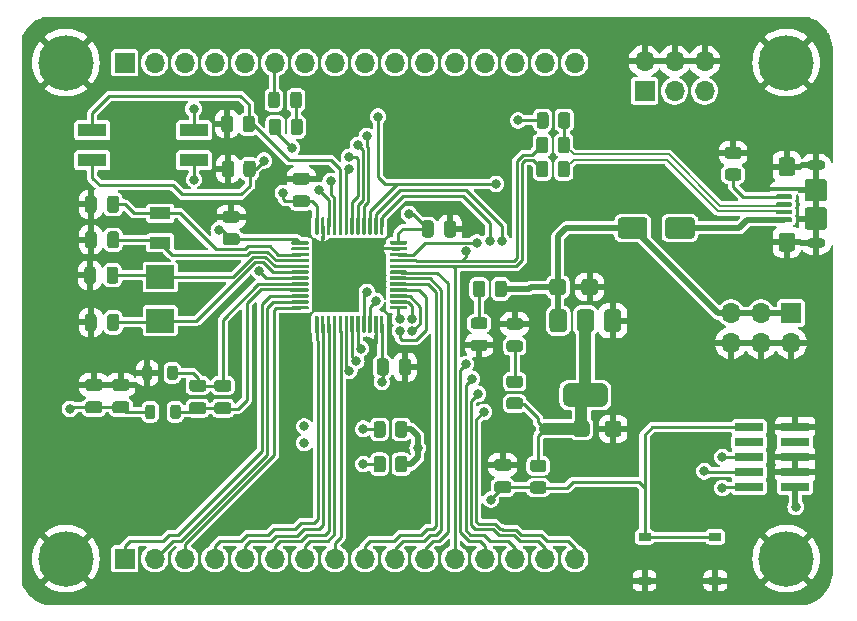
<source format=gbr>
G04 #@! TF.GenerationSoftware,KiCad,Pcbnew,8.0.3+1*
G04 #@! TF.CreationDate,2024-10-12T15:45:03+00:00*
G04 #@! TF.ProjectId,STM32103_Devel,53544d33-3231-4303-935f-446576656c2e,0.0.3*
G04 #@! TF.SameCoordinates,Original*
G04 #@! TF.FileFunction,Copper,L1,Top*
G04 #@! TF.FilePolarity,Positive*
%FSLAX46Y46*%
G04 Gerber Fmt 4.6, Leading zero omitted, Abs format (unit mm)*
G04 Created by KiCad (PCBNEW 8.0.3+1) date 2024-10-12 15:45:03*
%MOMM*%
%LPD*%
G01*
G04 APERTURE LIST*
G04 #@! TA.AperFunction,ComponentPad*
%ADD10C,4.700000*%
G04 #@! TD*
G04 #@! TA.AperFunction,SMDPad,CuDef*
%ADD11R,2.400000X2.000000*%
G04 #@! TD*
G04 #@! TA.AperFunction,SMDPad,CuDef*
%ADD12R,1.800000X1.000000*%
G04 #@! TD*
G04 #@! TA.AperFunction,SMDPad,CuDef*
%ADD13R,1.000000X0.700000*%
G04 #@! TD*
G04 #@! TA.AperFunction,ComponentPad*
%ADD14O,1.600000X0.900000*%
G04 #@! TD*
G04 #@! TA.AperFunction,ComponentPad*
%ADD15R,1.700000X1.700000*%
G04 #@! TD*
G04 #@! TA.AperFunction,ComponentPad*
%ADD16O,1.700000X1.700000*%
G04 #@! TD*
G04 #@! TA.AperFunction,SMDPad,CuDef*
%ADD17R,2.400000X0.740000*%
G04 #@! TD*
G04 #@! TA.AperFunction,SMDPad,CuDef*
%ADD18R,2.440000X1.120000*%
G04 #@! TD*
G04 #@! TA.AperFunction,ViaPad*
%ADD19C,0.800000*%
G04 #@! TD*
G04 #@! TA.AperFunction,Conductor*
%ADD20C,0.250000*%
G04 #@! TD*
G04 #@! TA.AperFunction,Conductor*
%ADD21C,1.000000*%
G04 #@! TD*
G04 #@! TA.AperFunction,Conductor*
%ADD22C,0.500000*%
G04 #@! TD*
G04 #@! TA.AperFunction,Conductor*
%ADD23C,0.200000*%
G04 #@! TD*
G04 APERTURE END LIST*
D10*
X165000000Y-116000000D03*
X165000000Y-74000000D03*
X104000000Y-74000000D03*
X104000000Y-116000000D03*
D11*
X112000000Y-92150000D03*
X112000000Y-95850000D03*
G04 #@! TA.AperFunction,SMDPad,CuDef*
G36*
G01*
X121207000Y-79896000D02*
X121207000Y-78996000D01*
G75*
G02*
X121457000Y-78746000I250000J0D01*
G01*
X121982000Y-78746000D01*
G75*
G02*
X122232000Y-78996000I0J-250000D01*
G01*
X122232000Y-79896000D01*
G75*
G02*
X121982000Y-80146000I-250000J0D01*
G01*
X121457000Y-80146000D01*
G75*
G02*
X121207000Y-79896000I0J250000D01*
G01*
G37*
G04 #@! TD.AperFunction*
G04 #@! TA.AperFunction,SMDPad,CuDef*
G36*
G01*
X123032000Y-79896000D02*
X123032000Y-78996000D01*
G75*
G02*
X123282000Y-78746000I250000J0D01*
G01*
X123807000Y-78746000D01*
G75*
G02*
X124057000Y-78996000I0J-250000D01*
G01*
X124057000Y-79896000D01*
G75*
G02*
X123807000Y-80146000I-250000J0D01*
G01*
X123282000Y-80146000D01*
G75*
G02*
X123032000Y-79896000I0J250000D01*
G01*
G37*
G04 #@! TD.AperFunction*
D12*
X112000000Y-89250000D03*
X112000000Y-86750000D03*
G04 #@! TA.AperFunction,SMDPad,CuDef*
G36*
G01*
X146950000Y-105425000D02*
X146950000Y-104575000D01*
G75*
G02*
X147200000Y-104325000I250000J0D01*
G01*
X148100000Y-104325000D01*
G75*
G02*
X148350000Y-104575000I0J-250000D01*
G01*
X148350000Y-105425000D01*
G75*
G02*
X148100000Y-105675000I-250000J0D01*
G01*
X147200000Y-105675000D01*
G75*
G02*
X146950000Y-105425000I0J250000D01*
G01*
G37*
G04 #@! TD.AperFunction*
G04 #@! TA.AperFunction,SMDPad,CuDef*
G36*
G01*
X149650000Y-105425000D02*
X149650000Y-104575000D01*
G75*
G02*
X149900000Y-104325000I250000J0D01*
G01*
X150800000Y-104325000D01*
G75*
G02*
X151050000Y-104575000I0J-250000D01*
G01*
X151050000Y-105425000D01*
G75*
G02*
X150800000Y-105675000I-250000J0D01*
G01*
X149900000Y-105675000D01*
G75*
G02*
X149650000Y-105425000I0J250000D01*
G01*
G37*
G04 #@! TD.AperFunction*
G04 #@! TA.AperFunction,SMDPad,CuDef*
G36*
G01*
X115649000Y-103750500D02*
X114699000Y-103750500D01*
G75*
G02*
X114449000Y-103500500I0J250000D01*
G01*
X114449000Y-103000500D01*
G75*
G02*
X114699000Y-102750500I250000J0D01*
G01*
X115649000Y-102750500D01*
G75*
G02*
X115899000Y-103000500I0J-250000D01*
G01*
X115899000Y-103500500D01*
G75*
G02*
X115649000Y-103750500I-250000J0D01*
G01*
G37*
G04 #@! TD.AperFunction*
G04 #@! TA.AperFunction,SMDPad,CuDef*
G36*
G01*
X115649000Y-101850500D02*
X114699000Y-101850500D01*
G75*
G02*
X114449000Y-101600500I0J250000D01*
G01*
X114449000Y-101100500D01*
G75*
G02*
X114699000Y-100850500I250000J0D01*
G01*
X115649000Y-100850500D01*
G75*
G02*
X115899000Y-101100500I0J-250000D01*
G01*
X115899000Y-101600500D01*
G75*
G02*
X115649000Y-101850500I-250000J0D01*
G01*
G37*
G04 #@! TD.AperFunction*
G04 #@! TA.AperFunction,SMDPad,CuDef*
G36*
G01*
X108512500Y-85525000D02*
X108512500Y-86475000D01*
G75*
G02*
X108262500Y-86725000I-250000J0D01*
G01*
X107762500Y-86725000D01*
G75*
G02*
X107512500Y-86475000I0J250000D01*
G01*
X107512500Y-85525000D01*
G75*
G02*
X107762500Y-85275000I250000J0D01*
G01*
X108262500Y-85275000D01*
G75*
G02*
X108512500Y-85525000I0J-250000D01*
G01*
G37*
G04 #@! TD.AperFunction*
G04 #@! TA.AperFunction,SMDPad,CuDef*
G36*
G01*
X106612500Y-85525000D02*
X106612500Y-86475000D01*
G75*
G02*
X106362500Y-86725000I-250000J0D01*
G01*
X105862500Y-86725000D01*
G75*
G02*
X105612500Y-86475000I0J250000D01*
G01*
X105612500Y-85525000D01*
G75*
G02*
X105862500Y-85275000I250000J0D01*
G01*
X106362500Y-85275000D01*
G75*
G02*
X106612500Y-85525000I0J-250000D01*
G01*
G37*
G04 #@! TD.AperFunction*
G04 #@! TA.AperFunction,SMDPad,CuDef*
G36*
G01*
X117525000Y-86550000D02*
X118475000Y-86550000D01*
G75*
G02*
X118725000Y-86800000I0J-250000D01*
G01*
X118725000Y-87300000D01*
G75*
G02*
X118475000Y-87550000I-250000J0D01*
G01*
X117525000Y-87550000D01*
G75*
G02*
X117275000Y-87300000I0J250000D01*
G01*
X117275000Y-86800000D01*
G75*
G02*
X117525000Y-86550000I250000J0D01*
G01*
G37*
G04 #@! TD.AperFunction*
G04 #@! TA.AperFunction,SMDPad,CuDef*
G36*
G01*
X117525000Y-88450000D02*
X118475000Y-88450000D01*
G75*
G02*
X118725000Y-88700000I0J-250000D01*
G01*
X118725000Y-89200000D01*
G75*
G02*
X118475000Y-89450000I-250000J0D01*
G01*
X117525000Y-89450000D01*
G75*
G02*
X117275000Y-89200000I0J250000D01*
G01*
X117275000Y-88700000D01*
G75*
G02*
X117525000Y-88450000I250000J0D01*
G01*
G37*
G04 #@! TD.AperFunction*
G04 #@! TA.AperFunction,SMDPad,CuDef*
G36*
G01*
X141329000Y-92712000D02*
X141329000Y-93612000D01*
G75*
G02*
X141079000Y-93862000I-250000J0D01*
G01*
X140554000Y-93862000D01*
G75*
G02*
X140304000Y-93612000I0J250000D01*
G01*
X140304000Y-92712000D01*
G75*
G02*
X140554000Y-92462000I250000J0D01*
G01*
X141079000Y-92462000D01*
G75*
G02*
X141329000Y-92712000I0J-250000D01*
G01*
G37*
G04 #@! TD.AperFunction*
G04 #@! TA.AperFunction,SMDPad,CuDef*
G36*
G01*
X139504000Y-92712000D02*
X139504000Y-93612000D01*
G75*
G02*
X139254000Y-93862000I-250000J0D01*
G01*
X138729000Y-93862000D01*
G75*
G02*
X138479000Y-93612000I0J250000D01*
G01*
X138479000Y-92712000D01*
G75*
G02*
X138729000Y-92462000I250000J0D01*
G01*
X139254000Y-92462000D01*
G75*
G02*
X139504000Y-92712000I0J-250000D01*
G01*
G37*
G04 #@! TD.AperFunction*
G04 #@! TA.AperFunction,SMDPad,CuDef*
G36*
G01*
X133226000Y-99291000D02*
X133226000Y-100241000D01*
G75*
G02*
X132976000Y-100491000I-250000J0D01*
G01*
X132476000Y-100491000D01*
G75*
G02*
X132226000Y-100241000I0J250000D01*
G01*
X132226000Y-99291000D01*
G75*
G02*
X132476000Y-99041000I250000J0D01*
G01*
X132976000Y-99041000D01*
G75*
G02*
X133226000Y-99291000I0J-250000D01*
G01*
G37*
G04 #@! TD.AperFunction*
G04 #@! TA.AperFunction,SMDPad,CuDef*
G36*
G01*
X131326000Y-99291000D02*
X131326000Y-100241000D01*
G75*
G02*
X131076000Y-100491000I-250000J0D01*
G01*
X130576000Y-100491000D01*
G75*
G02*
X130326000Y-100241000I0J250000D01*
G01*
X130326000Y-99291000D01*
G75*
G02*
X130576000Y-99041000I250000J0D01*
G01*
X131076000Y-99041000D01*
G75*
G02*
X131326000Y-99291000I0J-250000D01*
G01*
G37*
G04 #@! TD.AperFunction*
G04 #@! TA.AperFunction,SMDPad,CuDef*
G36*
G01*
X106851000Y-103688000D02*
X105901000Y-103688000D01*
G75*
G02*
X105651000Y-103438000I0J250000D01*
G01*
X105651000Y-102938000D01*
G75*
G02*
X105901000Y-102688000I250000J0D01*
G01*
X106851000Y-102688000D01*
G75*
G02*
X107101000Y-102938000I0J-250000D01*
G01*
X107101000Y-103438000D01*
G75*
G02*
X106851000Y-103688000I-250000J0D01*
G01*
G37*
G04 #@! TD.AperFunction*
G04 #@! TA.AperFunction,SMDPad,CuDef*
G36*
G01*
X106851000Y-101788000D02*
X105901000Y-101788000D01*
G75*
G02*
X105651000Y-101538000I0J250000D01*
G01*
X105651000Y-101038000D01*
G75*
G02*
X105901000Y-100788000I250000J0D01*
G01*
X106851000Y-100788000D01*
G75*
G02*
X107101000Y-101038000I0J-250000D01*
G01*
X107101000Y-101538000D01*
G75*
G02*
X106851000Y-101788000I-250000J0D01*
G01*
G37*
G04 #@! TD.AperFunction*
G04 #@! TA.AperFunction,SMDPad,CuDef*
G36*
G01*
X160950000Y-83987500D02*
X160050000Y-83987500D01*
G75*
G02*
X159800000Y-83737500I0J250000D01*
G01*
X159800000Y-83212500D01*
G75*
G02*
X160050000Y-82962500I250000J0D01*
G01*
X160950000Y-82962500D01*
G75*
G02*
X161200000Y-83212500I0J-250000D01*
G01*
X161200000Y-83737500D01*
G75*
G02*
X160950000Y-83987500I-250000J0D01*
G01*
G37*
G04 #@! TD.AperFunction*
G04 #@! TA.AperFunction,SMDPad,CuDef*
G36*
G01*
X160950000Y-82162500D02*
X160050000Y-82162500D01*
G75*
G02*
X159800000Y-81912500I0J250000D01*
G01*
X159800000Y-81387500D01*
G75*
G02*
X160050000Y-81137500I250000J0D01*
G01*
X160950000Y-81137500D01*
G75*
G02*
X161200000Y-81387500I0J-250000D01*
G01*
X161200000Y-81912500D01*
G75*
G02*
X160950000Y-82162500I-250000J0D01*
G01*
G37*
G04 #@! TD.AperFunction*
G04 #@! TA.AperFunction,SMDPad,CuDef*
G36*
G01*
X143550000Y-107637500D02*
X144450000Y-107637500D01*
G75*
G02*
X144700000Y-107887500I0J-250000D01*
G01*
X144700000Y-108412500D01*
G75*
G02*
X144450000Y-108662500I-250000J0D01*
G01*
X143550000Y-108662500D01*
G75*
G02*
X143300000Y-108412500I0J250000D01*
G01*
X143300000Y-107887500D01*
G75*
G02*
X143550000Y-107637500I250000J0D01*
G01*
G37*
G04 #@! TD.AperFunction*
G04 #@! TA.AperFunction,SMDPad,CuDef*
G36*
G01*
X143550000Y-109462500D02*
X144450000Y-109462500D01*
G75*
G02*
X144700000Y-109712500I0J-250000D01*
G01*
X144700000Y-110237500D01*
G75*
G02*
X144450000Y-110487500I-250000J0D01*
G01*
X143550000Y-110487500D01*
G75*
G02*
X143300000Y-110237500I0J250000D01*
G01*
X143300000Y-109712500D01*
G75*
G02*
X143550000Y-109462500I250000J0D01*
G01*
G37*
G04 #@! TD.AperFunction*
G04 #@! TA.AperFunction,SMDPad,CuDef*
G36*
G01*
X141543750Y-95637500D02*
X142456250Y-95637500D01*
G75*
G02*
X142700000Y-95881250I0J-243750D01*
G01*
X142700000Y-96368750D01*
G75*
G02*
X142456250Y-96612500I-243750J0D01*
G01*
X141543750Y-96612500D01*
G75*
G02*
X141300000Y-96368750I0J243750D01*
G01*
X141300000Y-95881250D01*
G75*
G02*
X141543750Y-95637500I243750J0D01*
G01*
G37*
G04 #@! TD.AperFunction*
G04 #@! TA.AperFunction,SMDPad,CuDef*
G36*
G01*
X141543750Y-97512500D02*
X142456250Y-97512500D01*
G75*
G02*
X142700000Y-97756250I0J-243750D01*
G01*
X142700000Y-98243750D01*
G75*
G02*
X142456250Y-98487500I-243750J0D01*
G01*
X141543750Y-98487500D01*
G75*
G02*
X141300000Y-98243750I0J243750D01*
G01*
X141300000Y-97756250D01*
G75*
G02*
X141543750Y-97512500I243750J0D01*
G01*
G37*
G04 #@! TD.AperFunction*
G04 #@! TA.AperFunction,SMDPad,CuDef*
G36*
G01*
X142450000Y-103362500D02*
X141550000Y-103362500D01*
G75*
G02*
X141300000Y-103112500I0J250000D01*
G01*
X141300000Y-102587500D01*
G75*
G02*
X141550000Y-102337500I250000J0D01*
G01*
X142450000Y-102337500D01*
G75*
G02*
X142700000Y-102587500I0J-250000D01*
G01*
X142700000Y-103112500D01*
G75*
G02*
X142450000Y-103362500I-250000J0D01*
G01*
G37*
G04 #@! TD.AperFunction*
G04 #@! TA.AperFunction,SMDPad,CuDef*
G36*
G01*
X142450000Y-101537500D02*
X141550000Y-101537500D01*
G75*
G02*
X141300000Y-101287500I0J250000D01*
G01*
X141300000Y-100762500D01*
G75*
G02*
X141550000Y-100512500I250000J0D01*
G01*
X142450000Y-100512500D01*
G75*
G02*
X142700000Y-100762500I0J-250000D01*
G01*
X142700000Y-101287500D01*
G75*
G02*
X142450000Y-101537500I-250000J0D01*
G01*
G37*
G04 #@! TD.AperFunction*
G04 #@! TA.AperFunction,SMDPad,CuDef*
G36*
G01*
X119993000Y-78742000D02*
X119993000Y-79642000D01*
G75*
G02*
X119743000Y-79892000I-250000J0D01*
G01*
X119218000Y-79892000D01*
G75*
G02*
X118968000Y-79642000I0J250000D01*
G01*
X118968000Y-78742000D01*
G75*
G02*
X119218000Y-78492000I250000J0D01*
G01*
X119743000Y-78492000D01*
G75*
G02*
X119993000Y-78742000I0J-250000D01*
G01*
G37*
G04 #@! TD.AperFunction*
G04 #@! TA.AperFunction,SMDPad,CuDef*
G36*
G01*
X118168000Y-78742000D02*
X118168000Y-79642000D01*
G75*
G02*
X117918000Y-79892000I-250000J0D01*
G01*
X117393000Y-79892000D01*
G75*
G02*
X117143000Y-79642000I0J250000D01*
G01*
X117143000Y-78742000D01*
G75*
G02*
X117393000Y-78492000I250000J0D01*
G01*
X117918000Y-78492000D01*
G75*
G02*
X118168000Y-78742000I0J-250000D01*
G01*
G37*
G04 #@! TD.AperFunction*
G04 #@! TA.AperFunction,SMDPad,CuDef*
G36*
G01*
X149925000Y-94850000D02*
X150675000Y-94850000D01*
G75*
G02*
X151050000Y-95225000I0J-375000D01*
G01*
X151050000Y-96475000D01*
G75*
G02*
X150675000Y-96850000I-375000J0D01*
G01*
X149925000Y-96850000D01*
G75*
G02*
X149550000Y-96475000I0J375000D01*
G01*
X149550000Y-95225000D01*
G75*
G02*
X149925000Y-94850000I375000J0D01*
G01*
G37*
G04 #@! TD.AperFunction*
G04 #@! TA.AperFunction,SMDPad,CuDef*
G36*
G01*
X147625000Y-94850000D02*
X148375000Y-94850000D01*
G75*
G02*
X148750000Y-95225000I0J-375000D01*
G01*
X148750000Y-96475000D01*
G75*
G02*
X148375000Y-96850000I-375000J0D01*
G01*
X147625000Y-96850000D01*
G75*
G02*
X147250000Y-96475000I0J375000D01*
G01*
X147250000Y-95225000D01*
G75*
G02*
X147625000Y-94850000I375000J0D01*
G01*
G37*
G04 #@! TD.AperFunction*
G04 #@! TA.AperFunction,SMDPad,CuDef*
G36*
G01*
X146600000Y-101150000D02*
X149400000Y-101150000D01*
G75*
G02*
X149900000Y-101650000I0J-500000D01*
G01*
X149900000Y-102650000D01*
G75*
G02*
X149400000Y-103150000I-500000J0D01*
G01*
X146600000Y-103150000D01*
G75*
G02*
X146100000Y-102650000I0J500000D01*
G01*
X146100000Y-101650000D01*
G75*
G02*
X146600000Y-101150000I500000J0D01*
G01*
G37*
G04 #@! TD.AperFunction*
G04 #@! TA.AperFunction,SMDPad,CuDef*
G36*
G01*
X145325000Y-94850000D02*
X146075000Y-94850000D01*
G75*
G02*
X146450000Y-95225000I0J-375000D01*
G01*
X146450000Y-96475000D01*
G75*
G02*
X146075000Y-96850000I-375000J0D01*
G01*
X145325000Y-96850000D01*
G75*
G02*
X144950000Y-96475000I0J375000D01*
G01*
X144950000Y-95225000D01*
G75*
G02*
X145325000Y-94850000I375000J0D01*
G01*
G37*
G04 #@! TD.AperFunction*
D13*
X153000000Y-114150000D03*
X159000000Y-114150000D03*
X153000000Y-117850000D03*
X159000000Y-117850000D03*
G04 #@! TA.AperFunction,SMDPad,CuDef*
G36*
G01*
X120071500Y-82552000D02*
X120071500Y-83452000D01*
G75*
G02*
X119821500Y-83702000I-250000J0D01*
G01*
X119296500Y-83702000D01*
G75*
G02*
X119046500Y-83452000I0J250000D01*
G01*
X119046500Y-82552000D01*
G75*
G02*
X119296500Y-82302000I250000J0D01*
G01*
X119821500Y-82302000D01*
G75*
G02*
X120071500Y-82552000I0J-250000D01*
G01*
G37*
G04 #@! TD.AperFunction*
G04 #@! TA.AperFunction,SMDPad,CuDef*
G36*
G01*
X118246500Y-82552000D02*
X118246500Y-83452000D01*
G75*
G02*
X117996500Y-83702000I-250000J0D01*
G01*
X117471500Y-83702000D01*
G75*
G02*
X117221500Y-83452000I0J250000D01*
G01*
X117221500Y-82552000D01*
G75*
G02*
X117471500Y-82302000I250000J0D01*
G01*
X117996500Y-82302000D01*
G75*
G02*
X118246500Y-82552000I0J-250000D01*
G01*
G37*
G04 #@! TD.AperFunction*
G04 #@! TA.AperFunction,SMDPad,CuDef*
G36*
G01*
X108512500Y-95525000D02*
X108512500Y-96475000D01*
G75*
G02*
X108262500Y-96725000I-250000J0D01*
G01*
X107762500Y-96725000D01*
G75*
G02*
X107512500Y-96475000I0J250000D01*
G01*
X107512500Y-95525000D01*
G75*
G02*
X107762500Y-95275000I250000J0D01*
G01*
X108262500Y-95275000D01*
G75*
G02*
X108512500Y-95525000I0J-250000D01*
G01*
G37*
G04 #@! TD.AperFunction*
G04 #@! TA.AperFunction,SMDPad,CuDef*
G36*
G01*
X106612500Y-95525000D02*
X106612500Y-96475000D01*
G75*
G02*
X106362500Y-96725000I-250000J0D01*
G01*
X105862500Y-96725000D01*
G75*
G02*
X105612500Y-96475000I0J250000D01*
G01*
X105612500Y-95525000D01*
G75*
G02*
X105862500Y-95275000I250000J0D01*
G01*
X106362500Y-95275000D01*
G75*
G02*
X106612500Y-95525000I0J-250000D01*
G01*
G37*
G04 #@! TD.AperFunction*
G04 #@! TA.AperFunction,SMDPad,CuDef*
G36*
G01*
X121128500Y-77616250D02*
X121128500Y-76703750D01*
G75*
G02*
X121372250Y-76460000I243750J0D01*
G01*
X121859750Y-76460000D01*
G75*
G02*
X122103500Y-76703750I0J-243750D01*
G01*
X122103500Y-77616250D01*
G75*
G02*
X121859750Y-77860000I-243750J0D01*
G01*
X121372250Y-77860000D01*
G75*
G02*
X121128500Y-77616250I0J243750D01*
G01*
G37*
G04 #@! TD.AperFunction*
G04 #@! TA.AperFunction,SMDPad,CuDef*
G36*
G01*
X123003500Y-77616250D02*
X123003500Y-76703750D01*
G75*
G02*
X123247250Y-76460000I243750J0D01*
G01*
X123734750Y-76460000D01*
G75*
G02*
X123978500Y-76703750I0J-243750D01*
G01*
X123978500Y-77616250D01*
G75*
G02*
X123734750Y-77860000I-243750J0D01*
G01*
X123247250Y-77860000D01*
G75*
G02*
X123003500Y-77616250I0J243750D01*
G01*
G37*
G04 #@! TD.AperFunction*
G04 #@! TA.AperFunction,SMDPad,CuDef*
G36*
G01*
X143829000Y-81420000D02*
X143829000Y-80520000D01*
G75*
G02*
X144079000Y-80270000I250000J0D01*
G01*
X144604000Y-80270000D01*
G75*
G02*
X144854000Y-80520000I0J-250000D01*
G01*
X144854000Y-81420000D01*
G75*
G02*
X144604000Y-81670000I-250000J0D01*
G01*
X144079000Y-81670000D01*
G75*
G02*
X143829000Y-81420000I0J250000D01*
G01*
G37*
G04 #@! TD.AperFunction*
G04 #@! TA.AperFunction,SMDPad,CuDef*
G36*
G01*
X145654000Y-81420000D02*
X145654000Y-80520000D01*
G75*
G02*
X145904000Y-80270000I250000J0D01*
G01*
X146429000Y-80270000D01*
G75*
G02*
X146679000Y-80520000I0J-250000D01*
G01*
X146679000Y-81420000D01*
G75*
G02*
X146429000Y-81670000I-250000J0D01*
G01*
X145904000Y-81670000D01*
G75*
G02*
X145654000Y-81420000I0J250000D01*
G01*
G37*
G04 #@! TD.AperFunction*
G04 #@! TA.AperFunction,SMDPad,CuDef*
G36*
G01*
X139456250Y-98425000D02*
X138543750Y-98425000D01*
G75*
G02*
X138300000Y-98181250I0J243750D01*
G01*
X138300000Y-97693750D01*
G75*
G02*
X138543750Y-97450000I243750J0D01*
G01*
X139456250Y-97450000D01*
G75*
G02*
X139700000Y-97693750I0J-243750D01*
G01*
X139700000Y-98181250D01*
G75*
G02*
X139456250Y-98425000I-243750J0D01*
G01*
G37*
G04 #@! TD.AperFunction*
G04 #@! TA.AperFunction,SMDPad,CuDef*
G36*
G01*
X139456250Y-96550000D02*
X138543750Y-96550000D01*
G75*
G02*
X138300000Y-96306250I0J243750D01*
G01*
X138300000Y-95818750D01*
G75*
G02*
X138543750Y-95575000I243750J0D01*
G01*
X139456250Y-95575000D01*
G75*
G02*
X139700000Y-95818750I0J-243750D01*
G01*
X139700000Y-96306250D01*
G75*
G02*
X139456250Y-96550000I-243750J0D01*
G01*
G37*
G04 #@! TD.AperFunction*
G04 #@! TA.AperFunction,SMDPad,CuDef*
G36*
G01*
X109137000Y-103688000D02*
X108187000Y-103688000D01*
G75*
G02*
X107937000Y-103438000I0J250000D01*
G01*
X107937000Y-102938000D01*
G75*
G02*
X108187000Y-102688000I250000J0D01*
G01*
X109137000Y-102688000D01*
G75*
G02*
X109387000Y-102938000I0J-250000D01*
G01*
X109387000Y-103438000D01*
G75*
G02*
X109137000Y-103688000I-250000J0D01*
G01*
G37*
G04 #@! TD.AperFunction*
G04 #@! TA.AperFunction,SMDPad,CuDef*
G36*
G01*
X109137000Y-101788000D02*
X108187000Y-101788000D01*
G75*
G02*
X107937000Y-101538000I0J250000D01*
G01*
X107937000Y-101038000D01*
G75*
G02*
X108187000Y-100788000I250000J0D01*
G01*
X109137000Y-100788000D01*
G75*
G02*
X109387000Y-101038000I0J-250000D01*
G01*
X109387000Y-101538000D01*
G75*
G02*
X109137000Y-101788000I-250000J0D01*
G01*
G37*
G04 #@! TD.AperFunction*
G04 #@! TA.AperFunction,SMDPad,CuDef*
G36*
G01*
X123100000Y-89325000D02*
X123100000Y-89175000D01*
G75*
G02*
X123175000Y-89100000I75000J0D01*
G01*
X124500000Y-89100000D01*
G75*
G02*
X124575000Y-89175000I0J-75000D01*
G01*
X124575000Y-89325000D01*
G75*
G02*
X124500000Y-89400000I-75000J0D01*
G01*
X123175000Y-89400000D01*
G75*
G02*
X123100000Y-89325000I0J75000D01*
G01*
G37*
G04 #@! TD.AperFunction*
G04 #@! TA.AperFunction,SMDPad,CuDef*
G36*
G01*
X123100000Y-89825000D02*
X123100000Y-89675000D01*
G75*
G02*
X123175000Y-89600000I75000J0D01*
G01*
X124500000Y-89600000D01*
G75*
G02*
X124575000Y-89675000I0J-75000D01*
G01*
X124575000Y-89825000D01*
G75*
G02*
X124500000Y-89900000I-75000J0D01*
G01*
X123175000Y-89900000D01*
G75*
G02*
X123100000Y-89825000I0J75000D01*
G01*
G37*
G04 #@! TD.AperFunction*
G04 #@! TA.AperFunction,SMDPad,CuDef*
G36*
G01*
X123100000Y-90325000D02*
X123100000Y-90175000D01*
G75*
G02*
X123175000Y-90100000I75000J0D01*
G01*
X124500000Y-90100000D01*
G75*
G02*
X124575000Y-90175000I0J-75000D01*
G01*
X124575000Y-90325000D01*
G75*
G02*
X124500000Y-90400000I-75000J0D01*
G01*
X123175000Y-90400000D01*
G75*
G02*
X123100000Y-90325000I0J75000D01*
G01*
G37*
G04 #@! TD.AperFunction*
G04 #@! TA.AperFunction,SMDPad,CuDef*
G36*
G01*
X123100000Y-90825000D02*
X123100000Y-90675000D01*
G75*
G02*
X123175000Y-90600000I75000J0D01*
G01*
X124500000Y-90600000D01*
G75*
G02*
X124575000Y-90675000I0J-75000D01*
G01*
X124575000Y-90825000D01*
G75*
G02*
X124500000Y-90900000I-75000J0D01*
G01*
X123175000Y-90900000D01*
G75*
G02*
X123100000Y-90825000I0J75000D01*
G01*
G37*
G04 #@! TD.AperFunction*
G04 #@! TA.AperFunction,SMDPad,CuDef*
G36*
G01*
X123100000Y-91325000D02*
X123100000Y-91175000D01*
G75*
G02*
X123175000Y-91100000I75000J0D01*
G01*
X124500000Y-91100000D01*
G75*
G02*
X124575000Y-91175000I0J-75000D01*
G01*
X124575000Y-91325000D01*
G75*
G02*
X124500000Y-91400000I-75000J0D01*
G01*
X123175000Y-91400000D01*
G75*
G02*
X123100000Y-91325000I0J75000D01*
G01*
G37*
G04 #@! TD.AperFunction*
G04 #@! TA.AperFunction,SMDPad,CuDef*
G36*
G01*
X123100000Y-91825000D02*
X123100000Y-91675000D01*
G75*
G02*
X123175000Y-91600000I75000J0D01*
G01*
X124500000Y-91600000D01*
G75*
G02*
X124575000Y-91675000I0J-75000D01*
G01*
X124575000Y-91825000D01*
G75*
G02*
X124500000Y-91900000I-75000J0D01*
G01*
X123175000Y-91900000D01*
G75*
G02*
X123100000Y-91825000I0J75000D01*
G01*
G37*
G04 #@! TD.AperFunction*
G04 #@! TA.AperFunction,SMDPad,CuDef*
G36*
G01*
X123100000Y-92325000D02*
X123100000Y-92175000D01*
G75*
G02*
X123175000Y-92100000I75000J0D01*
G01*
X124500000Y-92100000D01*
G75*
G02*
X124575000Y-92175000I0J-75000D01*
G01*
X124575000Y-92325000D01*
G75*
G02*
X124500000Y-92400000I-75000J0D01*
G01*
X123175000Y-92400000D01*
G75*
G02*
X123100000Y-92325000I0J75000D01*
G01*
G37*
G04 #@! TD.AperFunction*
G04 #@! TA.AperFunction,SMDPad,CuDef*
G36*
G01*
X123100000Y-92825000D02*
X123100000Y-92675000D01*
G75*
G02*
X123175000Y-92600000I75000J0D01*
G01*
X124500000Y-92600000D01*
G75*
G02*
X124575000Y-92675000I0J-75000D01*
G01*
X124575000Y-92825000D01*
G75*
G02*
X124500000Y-92900000I-75000J0D01*
G01*
X123175000Y-92900000D01*
G75*
G02*
X123100000Y-92825000I0J75000D01*
G01*
G37*
G04 #@! TD.AperFunction*
G04 #@! TA.AperFunction,SMDPad,CuDef*
G36*
G01*
X123100000Y-93325000D02*
X123100000Y-93175000D01*
G75*
G02*
X123175000Y-93100000I75000J0D01*
G01*
X124500000Y-93100000D01*
G75*
G02*
X124575000Y-93175000I0J-75000D01*
G01*
X124575000Y-93325000D01*
G75*
G02*
X124500000Y-93400000I-75000J0D01*
G01*
X123175000Y-93400000D01*
G75*
G02*
X123100000Y-93325000I0J75000D01*
G01*
G37*
G04 #@! TD.AperFunction*
G04 #@! TA.AperFunction,SMDPad,CuDef*
G36*
G01*
X123100000Y-93825000D02*
X123100000Y-93675000D01*
G75*
G02*
X123175000Y-93600000I75000J0D01*
G01*
X124500000Y-93600000D01*
G75*
G02*
X124575000Y-93675000I0J-75000D01*
G01*
X124575000Y-93825000D01*
G75*
G02*
X124500000Y-93900000I-75000J0D01*
G01*
X123175000Y-93900000D01*
G75*
G02*
X123100000Y-93825000I0J75000D01*
G01*
G37*
G04 #@! TD.AperFunction*
G04 #@! TA.AperFunction,SMDPad,CuDef*
G36*
G01*
X123100000Y-94325000D02*
X123100000Y-94175000D01*
G75*
G02*
X123175000Y-94100000I75000J0D01*
G01*
X124500000Y-94100000D01*
G75*
G02*
X124575000Y-94175000I0J-75000D01*
G01*
X124575000Y-94325000D01*
G75*
G02*
X124500000Y-94400000I-75000J0D01*
G01*
X123175000Y-94400000D01*
G75*
G02*
X123100000Y-94325000I0J75000D01*
G01*
G37*
G04 #@! TD.AperFunction*
G04 #@! TA.AperFunction,SMDPad,CuDef*
G36*
G01*
X123100000Y-94825000D02*
X123100000Y-94675000D01*
G75*
G02*
X123175000Y-94600000I75000J0D01*
G01*
X124500000Y-94600000D01*
G75*
G02*
X124575000Y-94675000I0J-75000D01*
G01*
X124575000Y-94825000D01*
G75*
G02*
X124500000Y-94900000I-75000J0D01*
G01*
X123175000Y-94900000D01*
G75*
G02*
X123100000Y-94825000I0J75000D01*
G01*
G37*
G04 #@! TD.AperFunction*
G04 #@! TA.AperFunction,SMDPad,CuDef*
G36*
G01*
X125100000Y-96825000D02*
X125100000Y-95500000D01*
G75*
G02*
X125175000Y-95425000I75000J0D01*
G01*
X125325000Y-95425000D01*
G75*
G02*
X125400000Y-95500000I0J-75000D01*
G01*
X125400000Y-96825000D01*
G75*
G02*
X125325000Y-96900000I-75000J0D01*
G01*
X125175000Y-96900000D01*
G75*
G02*
X125100000Y-96825000I0J75000D01*
G01*
G37*
G04 #@! TD.AperFunction*
G04 #@! TA.AperFunction,SMDPad,CuDef*
G36*
G01*
X125600000Y-96825000D02*
X125600000Y-95500000D01*
G75*
G02*
X125675000Y-95425000I75000J0D01*
G01*
X125825000Y-95425000D01*
G75*
G02*
X125900000Y-95500000I0J-75000D01*
G01*
X125900000Y-96825000D01*
G75*
G02*
X125825000Y-96900000I-75000J0D01*
G01*
X125675000Y-96900000D01*
G75*
G02*
X125600000Y-96825000I0J75000D01*
G01*
G37*
G04 #@! TD.AperFunction*
G04 #@! TA.AperFunction,SMDPad,CuDef*
G36*
G01*
X126100000Y-96825000D02*
X126100000Y-95500000D01*
G75*
G02*
X126175000Y-95425000I75000J0D01*
G01*
X126325000Y-95425000D01*
G75*
G02*
X126400000Y-95500000I0J-75000D01*
G01*
X126400000Y-96825000D01*
G75*
G02*
X126325000Y-96900000I-75000J0D01*
G01*
X126175000Y-96900000D01*
G75*
G02*
X126100000Y-96825000I0J75000D01*
G01*
G37*
G04 #@! TD.AperFunction*
G04 #@! TA.AperFunction,SMDPad,CuDef*
G36*
G01*
X126600000Y-96825000D02*
X126600000Y-95500000D01*
G75*
G02*
X126675000Y-95425000I75000J0D01*
G01*
X126825000Y-95425000D01*
G75*
G02*
X126900000Y-95500000I0J-75000D01*
G01*
X126900000Y-96825000D01*
G75*
G02*
X126825000Y-96900000I-75000J0D01*
G01*
X126675000Y-96900000D01*
G75*
G02*
X126600000Y-96825000I0J75000D01*
G01*
G37*
G04 #@! TD.AperFunction*
G04 #@! TA.AperFunction,SMDPad,CuDef*
G36*
G01*
X127100000Y-96825000D02*
X127100000Y-95500000D01*
G75*
G02*
X127175000Y-95425000I75000J0D01*
G01*
X127325000Y-95425000D01*
G75*
G02*
X127400000Y-95500000I0J-75000D01*
G01*
X127400000Y-96825000D01*
G75*
G02*
X127325000Y-96900000I-75000J0D01*
G01*
X127175000Y-96900000D01*
G75*
G02*
X127100000Y-96825000I0J75000D01*
G01*
G37*
G04 #@! TD.AperFunction*
G04 #@! TA.AperFunction,SMDPad,CuDef*
G36*
G01*
X127600000Y-96825000D02*
X127600000Y-95500000D01*
G75*
G02*
X127675000Y-95425000I75000J0D01*
G01*
X127825000Y-95425000D01*
G75*
G02*
X127900000Y-95500000I0J-75000D01*
G01*
X127900000Y-96825000D01*
G75*
G02*
X127825000Y-96900000I-75000J0D01*
G01*
X127675000Y-96900000D01*
G75*
G02*
X127600000Y-96825000I0J75000D01*
G01*
G37*
G04 #@! TD.AperFunction*
G04 #@! TA.AperFunction,SMDPad,CuDef*
G36*
G01*
X128100000Y-96825000D02*
X128100000Y-95500000D01*
G75*
G02*
X128175000Y-95425000I75000J0D01*
G01*
X128325000Y-95425000D01*
G75*
G02*
X128400000Y-95500000I0J-75000D01*
G01*
X128400000Y-96825000D01*
G75*
G02*
X128325000Y-96900000I-75000J0D01*
G01*
X128175000Y-96900000D01*
G75*
G02*
X128100000Y-96825000I0J75000D01*
G01*
G37*
G04 #@! TD.AperFunction*
G04 #@! TA.AperFunction,SMDPad,CuDef*
G36*
G01*
X128600000Y-96825000D02*
X128600000Y-95500000D01*
G75*
G02*
X128675000Y-95425000I75000J0D01*
G01*
X128825000Y-95425000D01*
G75*
G02*
X128900000Y-95500000I0J-75000D01*
G01*
X128900000Y-96825000D01*
G75*
G02*
X128825000Y-96900000I-75000J0D01*
G01*
X128675000Y-96900000D01*
G75*
G02*
X128600000Y-96825000I0J75000D01*
G01*
G37*
G04 #@! TD.AperFunction*
G04 #@! TA.AperFunction,SMDPad,CuDef*
G36*
G01*
X129100000Y-96825000D02*
X129100000Y-95500000D01*
G75*
G02*
X129175000Y-95425000I75000J0D01*
G01*
X129325000Y-95425000D01*
G75*
G02*
X129400000Y-95500000I0J-75000D01*
G01*
X129400000Y-96825000D01*
G75*
G02*
X129325000Y-96900000I-75000J0D01*
G01*
X129175000Y-96900000D01*
G75*
G02*
X129100000Y-96825000I0J75000D01*
G01*
G37*
G04 #@! TD.AperFunction*
G04 #@! TA.AperFunction,SMDPad,CuDef*
G36*
G01*
X129600000Y-96825000D02*
X129600000Y-95500000D01*
G75*
G02*
X129675000Y-95425000I75000J0D01*
G01*
X129825000Y-95425000D01*
G75*
G02*
X129900000Y-95500000I0J-75000D01*
G01*
X129900000Y-96825000D01*
G75*
G02*
X129825000Y-96900000I-75000J0D01*
G01*
X129675000Y-96900000D01*
G75*
G02*
X129600000Y-96825000I0J75000D01*
G01*
G37*
G04 #@! TD.AperFunction*
G04 #@! TA.AperFunction,SMDPad,CuDef*
G36*
G01*
X130100000Y-96825000D02*
X130100000Y-95500000D01*
G75*
G02*
X130175000Y-95425000I75000J0D01*
G01*
X130325000Y-95425000D01*
G75*
G02*
X130400000Y-95500000I0J-75000D01*
G01*
X130400000Y-96825000D01*
G75*
G02*
X130325000Y-96900000I-75000J0D01*
G01*
X130175000Y-96900000D01*
G75*
G02*
X130100000Y-96825000I0J75000D01*
G01*
G37*
G04 #@! TD.AperFunction*
G04 #@! TA.AperFunction,SMDPad,CuDef*
G36*
G01*
X130600000Y-96825000D02*
X130600000Y-95500000D01*
G75*
G02*
X130675000Y-95425000I75000J0D01*
G01*
X130825000Y-95425000D01*
G75*
G02*
X130900000Y-95500000I0J-75000D01*
G01*
X130900000Y-96825000D01*
G75*
G02*
X130825000Y-96900000I-75000J0D01*
G01*
X130675000Y-96900000D01*
G75*
G02*
X130600000Y-96825000I0J75000D01*
G01*
G37*
G04 #@! TD.AperFunction*
G04 #@! TA.AperFunction,SMDPad,CuDef*
G36*
G01*
X131425000Y-94825000D02*
X131425000Y-94675000D01*
G75*
G02*
X131500000Y-94600000I75000J0D01*
G01*
X132825000Y-94600000D01*
G75*
G02*
X132900000Y-94675000I0J-75000D01*
G01*
X132900000Y-94825000D01*
G75*
G02*
X132825000Y-94900000I-75000J0D01*
G01*
X131500000Y-94900000D01*
G75*
G02*
X131425000Y-94825000I0J75000D01*
G01*
G37*
G04 #@! TD.AperFunction*
G04 #@! TA.AperFunction,SMDPad,CuDef*
G36*
G01*
X131425000Y-94325000D02*
X131425000Y-94175000D01*
G75*
G02*
X131500000Y-94100000I75000J0D01*
G01*
X132825000Y-94100000D01*
G75*
G02*
X132900000Y-94175000I0J-75000D01*
G01*
X132900000Y-94325000D01*
G75*
G02*
X132825000Y-94400000I-75000J0D01*
G01*
X131500000Y-94400000D01*
G75*
G02*
X131425000Y-94325000I0J75000D01*
G01*
G37*
G04 #@! TD.AperFunction*
G04 #@! TA.AperFunction,SMDPad,CuDef*
G36*
G01*
X131425000Y-93825000D02*
X131425000Y-93675000D01*
G75*
G02*
X131500000Y-93600000I75000J0D01*
G01*
X132825000Y-93600000D01*
G75*
G02*
X132900000Y-93675000I0J-75000D01*
G01*
X132900000Y-93825000D01*
G75*
G02*
X132825000Y-93900000I-75000J0D01*
G01*
X131500000Y-93900000D01*
G75*
G02*
X131425000Y-93825000I0J75000D01*
G01*
G37*
G04 #@! TD.AperFunction*
G04 #@! TA.AperFunction,SMDPad,CuDef*
G36*
G01*
X131425000Y-93325000D02*
X131425000Y-93175000D01*
G75*
G02*
X131500000Y-93100000I75000J0D01*
G01*
X132825000Y-93100000D01*
G75*
G02*
X132900000Y-93175000I0J-75000D01*
G01*
X132900000Y-93325000D01*
G75*
G02*
X132825000Y-93400000I-75000J0D01*
G01*
X131500000Y-93400000D01*
G75*
G02*
X131425000Y-93325000I0J75000D01*
G01*
G37*
G04 #@! TD.AperFunction*
G04 #@! TA.AperFunction,SMDPad,CuDef*
G36*
G01*
X131425000Y-92825000D02*
X131425000Y-92675000D01*
G75*
G02*
X131500000Y-92600000I75000J0D01*
G01*
X132825000Y-92600000D01*
G75*
G02*
X132900000Y-92675000I0J-75000D01*
G01*
X132900000Y-92825000D01*
G75*
G02*
X132825000Y-92900000I-75000J0D01*
G01*
X131500000Y-92900000D01*
G75*
G02*
X131425000Y-92825000I0J75000D01*
G01*
G37*
G04 #@! TD.AperFunction*
G04 #@! TA.AperFunction,SMDPad,CuDef*
G36*
G01*
X131425000Y-92325000D02*
X131425000Y-92175000D01*
G75*
G02*
X131500000Y-92100000I75000J0D01*
G01*
X132825000Y-92100000D01*
G75*
G02*
X132900000Y-92175000I0J-75000D01*
G01*
X132900000Y-92325000D01*
G75*
G02*
X132825000Y-92400000I-75000J0D01*
G01*
X131500000Y-92400000D01*
G75*
G02*
X131425000Y-92325000I0J75000D01*
G01*
G37*
G04 #@! TD.AperFunction*
G04 #@! TA.AperFunction,SMDPad,CuDef*
G36*
G01*
X131425000Y-91825000D02*
X131425000Y-91675000D01*
G75*
G02*
X131500000Y-91600000I75000J0D01*
G01*
X132825000Y-91600000D01*
G75*
G02*
X132900000Y-91675000I0J-75000D01*
G01*
X132900000Y-91825000D01*
G75*
G02*
X132825000Y-91900000I-75000J0D01*
G01*
X131500000Y-91900000D01*
G75*
G02*
X131425000Y-91825000I0J75000D01*
G01*
G37*
G04 #@! TD.AperFunction*
G04 #@! TA.AperFunction,SMDPad,CuDef*
G36*
G01*
X131425000Y-91325000D02*
X131425000Y-91175000D01*
G75*
G02*
X131500000Y-91100000I75000J0D01*
G01*
X132825000Y-91100000D01*
G75*
G02*
X132900000Y-91175000I0J-75000D01*
G01*
X132900000Y-91325000D01*
G75*
G02*
X132825000Y-91400000I-75000J0D01*
G01*
X131500000Y-91400000D01*
G75*
G02*
X131425000Y-91325000I0J75000D01*
G01*
G37*
G04 #@! TD.AperFunction*
G04 #@! TA.AperFunction,SMDPad,CuDef*
G36*
G01*
X131425000Y-90825000D02*
X131425000Y-90675000D01*
G75*
G02*
X131500000Y-90600000I75000J0D01*
G01*
X132825000Y-90600000D01*
G75*
G02*
X132900000Y-90675000I0J-75000D01*
G01*
X132900000Y-90825000D01*
G75*
G02*
X132825000Y-90900000I-75000J0D01*
G01*
X131500000Y-90900000D01*
G75*
G02*
X131425000Y-90825000I0J75000D01*
G01*
G37*
G04 #@! TD.AperFunction*
G04 #@! TA.AperFunction,SMDPad,CuDef*
G36*
G01*
X131425000Y-90325000D02*
X131425000Y-90175000D01*
G75*
G02*
X131500000Y-90100000I75000J0D01*
G01*
X132825000Y-90100000D01*
G75*
G02*
X132900000Y-90175000I0J-75000D01*
G01*
X132900000Y-90325000D01*
G75*
G02*
X132825000Y-90400000I-75000J0D01*
G01*
X131500000Y-90400000D01*
G75*
G02*
X131425000Y-90325000I0J75000D01*
G01*
G37*
G04 #@! TD.AperFunction*
G04 #@! TA.AperFunction,SMDPad,CuDef*
G36*
G01*
X131425000Y-89825000D02*
X131425000Y-89675000D01*
G75*
G02*
X131500000Y-89600000I75000J0D01*
G01*
X132825000Y-89600000D01*
G75*
G02*
X132900000Y-89675000I0J-75000D01*
G01*
X132900000Y-89825000D01*
G75*
G02*
X132825000Y-89900000I-75000J0D01*
G01*
X131500000Y-89900000D01*
G75*
G02*
X131425000Y-89825000I0J75000D01*
G01*
G37*
G04 #@! TD.AperFunction*
G04 #@! TA.AperFunction,SMDPad,CuDef*
G36*
G01*
X131425000Y-89325000D02*
X131425000Y-89175000D01*
G75*
G02*
X131500000Y-89100000I75000J0D01*
G01*
X132825000Y-89100000D01*
G75*
G02*
X132900000Y-89175000I0J-75000D01*
G01*
X132900000Y-89325000D01*
G75*
G02*
X132825000Y-89400000I-75000J0D01*
G01*
X131500000Y-89400000D01*
G75*
G02*
X131425000Y-89325000I0J75000D01*
G01*
G37*
G04 #@! TD.AperFunction*
G04 #@! TA.AperFunction,SMDPad,CuDef*
G36*
G01*
X130600000Y-88500000D02*
X130600000Y-87175000D01*
G75*
G02*
X130675000Y-87100000I75000J0D01*
G01*
X130825000Y-87100000D01*
G75*
G02*
X130900000Y-87175000I0J-75000D01*
G01*
X130900000Y-88500000D01*
G75*
G02*
X130825000Y-88575000I-75000J0D01*
G01*
X130675000Y-88575000D01*
G75*
G02*
X130600000Y-88500000I0J75000D01*
G01*
G37*
G04 #@! TD.AperFunction*
G04 #@! TA.AperFunction,SMDPad,CuDef*
G36*
G01*
X130100000Y-88500000D02*
X130100000Y-87175000D01*
G75*
G02*
X130175000Y-87100000I75000J0D01*
G01*
X130325000Y-87100000D01*
G75*
G02*
X130400000Y-87175000I0J-75000D01*
G01*
X130400000Y-88500000D01*
G75*
G02*
X130325000Y-88575000I-75000J0D01*
G01*
X130175000Y-88575000D01*
G75*
G02*
X130100000Y-88500000I0J75000D01*
G01*
G37*
G04 #@! TD.AperFunction*
G04 #@! TA.AperFunction,SMDPad,CuDef*
G36*
G01*
X129600000Y-88500000D02*
X129600000Y-87175000D01*
G75*
G02*
X129675000Y-87100000I75000J0D01*
G01*
X129825000Y-87100000D01*
G75*
G02*
X129900000Y-87175000I0J-75000D01*
G01*
X129900000Y-88500000D01*
G75*
G02*
X129825000Y-88575000I-75000J0D01*
G01*
X129675000Y-88575000D01*
G75*
G02*
X129600000Y-88500000I0J75000D01*
G01*
G37*
G04 #@! TD.AperFunction*
G04 #@! TA.AperFunction,SMDPad,CuDef*
G36*
G01*
X129100000Y-88500000D02*
X129100000Y-87175000D01*
G75*
G02*
X129175000Y-87100000I75000J0D01*
G01*
X129325000Y-87100000D01*
G75*
G02*
X129400000Y-87175000I0J-75000D01*
G01*
X129400000Y-88500000D01*
G75*
G02*
X129325000Y-88575000I-75000J0D01*
G01*
X129175000Y-88575000D01*
G75*
G02*
X129100000Y-88500000I0J75000D01*
G01*
G37*
G04 #@! TD.AperFunction*
G04 #@! TA.AperFunction,SMDPad,CuDef*
G36*
G01*
X128600000Y-88500000D02*
X128600000Y-87175000D01*
G75*
G02*
X128675000Y-87100000I75000J0D01*
G01*
X128825000Y-87100000D01*
G75*
G02*
X128900000Y-87175000I0J-75000D01*
G01*
X128900000Y-88500000D01*
G75*
G02*
X128825000Y-88575000I-75000J0D01*
G01*
X128675000Y-88575000D01*
G75*
G02*
X128600000Y-88500000I0J75000D01*
G01*
G37*
G04 #@! TD.AperFunction*
G04 #@! TA.AperFunction,SMDPad,CuDef*
G36*
G01*
X128100000Y-88500000D02*
X128100000Y-87175000D01*
G75*
G02*
X128175000Y-87100000I75000J0D01*
G01*
X128325000Y-87100000D01*
G75*
G02*
X128400000Y-87175000I0J-75000D01*
G01*
X128400000Y-88500000D01*
G75*
G02*
X128325000Y-88575000I-75000J0D01*
G01*
X128175000Y-88575000D01*
G75*
G02*
X128100000Y-88500000I0J75000D01*
G01*
G37*
G04 #@! TD.AperFunction*
G04 #@! TA.AperFunction,SMDPad,CuDef*
G36*
G01*
X127600000Y-88500000D02*
X127600000Y-87175000D01*
G75*
G02*
X127675000Y-87100000I75000J0D01*
G01*
X127825000Y-87100000D01*
G75*
G02*
X127900000Y-87175000I0J-75000D01*
G01*
X127900000Y-88500000D01*
G75*
G02*
X127825000Y-88575000I-75000J0D01*
G01*
X127675000Y-88575000D01*
G75*
G02*
X127600000Y-88500000I0J75000D01*
G01*
G37*
G04 #@! TD.AperFunction*
G04 #@! TA.AperFunction,SMDPad,CuDef*
G36*
G01*
X127100000Y-88500000D02*
X127100000Y-87175000D01*
G75*
G02*
X127175000Y-87100000I75000J0D01*
G01*
X127325000Y-87100000D01*
G75*
G02*
X127400000Y-87175000I0J-75000D01*
G01*
X127400000Y-88500000D01*
G75*
G02*
X127325000Y-88575000I-75000J0D01*
G01*
X127175000Y-88575000D01*
G75*
G02*
X127100000Y-88500000I0J75000D01*
G01*
G37*
G04 #@! TD.AperFunction*
G04 #@! TA.AperFunction,SMDPad,CuDef*
G36*
G01*
X126600000Y-88500000D02*
X126600000Y-87175000D01*
G75*
G02*
X126675000Y-87100000I75000J0D01*
G01*
X126825000Y-87100000D01*
G75*
G02*
X126900000Y-87175000I0J-75000D01*
G01*
X126900000Y-88500000D01*
G75*
G02*
X126825000Y-88575000I-75000J0D01*
G01*
X126675000Y-88575000D01*
G75*
G02*
X126600000Y-88500000I0J75000D01*
G01*
G37*
G04 #@! TD.AperFunction*
G04 #@! TA.AperFunction,SMDPad,CuDef*
G36*
G01*
X126100000Y-88500000D02*
X126100000Y-87175000D01*
G75*
G02*
X126175000Y-87100000I75000J0D01*
G01*
X126325000Y-87100000D01*
G75*
G02*
X126400000Y-87175000I0J-75000D01*
G01*
X126400000Y-88500000D01*
G75*
G02*
X126325000Y-88575000I-75000J0D01*
G01*
X126175000Y-88575000D01*
G75*
G02*
X126100000Y-88500000I0J75000D01*
G01*
G37*
G04 #@! TD.AperFunction*
G04 #@! TA.AperFunction,SMDPad,CuDef*
G36*
G01*
X125600000Y-88500000D02*
X125600000Y-87175000D01*
G75*
G02*
X125675000Y-87100000I75000J0D01*
G01*
X125825000Y-87100000D01*
G75*
G02*
X125900000Y-87175000I0J-75000D01*
G01*
X125900000Y-88500000D01*
G75*
G02*
X125825000Y-88575000I-75000J0D01*
G01*
X125675000Y-88575000D01*
G75*
G02*
X125600000Y-88500000I0J75000D01*
G01*
G37*
G04 #@! TD.AperFunction*
G04 #@! TA.AperFunction,SMDPad,CuDef*
G36*
G01*
X125100000Y-88500000D02*
X125100000Y-87175000D01*
G75*
G02*
X125175000Y-87100000I75000J0D01*
G01*
X125325000Y-87100000D01*
G75*
G02*
X125400000Y-87175000I0J-75000D01*
G01*
X125400000Y-88500000D01*
G75*
G02*
X125325000Y-88575000I-75000J0D01*
G01*
X125175000Y-88575000D01*
G75*
G02*
X125100000Y-88500000I0J75000D01*
G01*
G37*
G04 #@! TD.AperFunction*
G04 #@! TA.AperFunction,SMDPad,CuDef*
G36*
G01*
X108512500Y-88525000D02*
X108512500Y-89475000D01*
G75*
G02*
X108262500Y-89725000I-250000J0D01*
G01*
X107762500Y-89725000D01*
G75*
G02*
X107512500Y-89475000I0J250000D01*
G01*
X107512500Y-88525000D01*
G75*
G02*
X107762500Y-88275000I250000J0D01*
G01*
X108262500Y-88275000D01*
G75*
G02*
X108512500Y-88525000I0J-250000D01*
G01*
G37*
G04 #@! TD.AperFunction*
G04 #@! TA.AperFunction,SMDPad,CuDef*
G36*
G01*
X106612500Y-88525000D02*
X106612500Y-89475000D01*
G75*
G02*
X106362500Y-89725000I-250000J0D01*
G01*
X105862500Y-89725000D01*
G75*
G02*
X105612500Y-89475000I0J250000D01*
G01*
X105612500Y-88525000D01*
G75*
G02*
X105862500Y-88275000I250000J0D01*
G01*
X106362500Y-88275000D01*
G75*
G02*
X106612500Y-88525000I0J-250000D01*
G01*
G37*
G04 #@! TD.AperFunction*
G04 #@! TA.AperFunction,SMDPad,CuDef*
G36*
G01*
X113464000Y-99892750D02*
X113464000Y-100655250D01*
G75*
G02*
X113245250Y-100874000I-218750J0D01*
G01*
X112807750Y-100874000D01*
G75*
G02*
X112589000Y-100655250I0J218750D01*
G01*
X112589000Y-99892750D01*
G75*
G02*
X112807750Y-99674000I218750J0D01*
G01*
X113245250Y-99674000D01*
G75*
G02*
X113464000Y-99892750I0J-218750D01*
G01*
G37*
G04 #@! TD.AperFunction*
G04 #@! TA.AperFunction,SMDPad,CuDef*
G36*
G01*
X111339000Y-99892750D02*
X111339000Y-100655250D01*
G75*
G02*
X111120250Y-100874000I-218750J0D01*
G01*
X110682750Y-100874000D01*
G75*
G02*
X110464000Y-100655250I0J218750D01*
G01*
X110464000Y-99892750D01*
G75*
G02*
X110682750Y-99674000I218750J0D01*
G01*
X111120250Y-99674000D01*
G75*
G02*
X111339000Y-99892750I0J-218750D01*
G01*
G37*
G04 #@! TD.AperFunction*
G04 #@! TA.AperFunction,SMDPad,CuDef*
G36*
G01*
X150750000Y-88650000D02*
X150750000Y-87350000D01*
G75*
G02*
X151000000Y-87100000I250000J0D01*
G01*
X153000000Y-87100000D01*
G75*
G02*
X153250000Y-87350000I0J-250000D01*
G01*
X153250000Y-88650000D01*
G75*
G02*
X153000000Y-88900000I-250000J0D01*
G01*
X151000000Y-88900000D01*
G75*
G02*
X150750000Y-88650000I0J250000D01*
G01*
G37*
G04 #@! TD.AperFunction*
G04 #@! TA.AperFunction,SMDPad,CuDef*
G36*
G01*
X154750000Y-88650000D02*
X154750000Y-87350000D01*
G75*
G02*
X155000000Y-87100000I250000J0D01*
G01*
X157000000Y-87100000D01*
G75*
G02*
X157250000Y-87350000I0J-250000D01*
G01*
X157250000Y-88650000D01*
G75*
G02*
X157000000Y-88900000I-250000J0D01*
G01*
X155000000Y-88900000D01*
G75*
G02*
X154750000Y-88650000I0J250000D01*
G01*
G37*
G04 #@! TD.AperFunction*
G04 #@! TA.AperFunction,SMDPad,CuDef*
G36*
G01*
X108450000Y-91525000D02*
X108450000Y-92475000D01*
G75*
G02*
X108200000Y-92725000I-250000J0D01*
G01*
X107700000Y-92725000D01*
G75*
G02*
X107450000Y-92475000I0J250000D01*
G01*
X107450000Y-91525000D01*
G75*
G02*
X107700000Y-91275000I250000J0D01*
G01*
X108200000Y-91275000D01*
G75*
G02*
X108450000Y-91525000I0J-250000D01*
G01*
G37*
G04 #@! TD.AperFunction*
G04 #@! TA.AperFunction,SMDPad,CuDef*
G36*
G01*
X106550000Y-91525000D02*
X106550000Y-92475000D01*
G75*
G02*
X106300000Y-92725000I-250000J0D01*
G01*
X105800000Y-92725000D01*
G75*
G02*
X105550000Y-92475000I0J250000D01*
G01*
X105550000Y-91525000D01*
G75*
G02*
X105800000Y-91275000I250000J0D01*
G01*
X106300000Y-91275000D01*
G75*
G02*
X106550000Y-91525000I0J-250000D01*
G01*
G37*
G04 #@! TD.AperFunction*
G04 #@! TA.AperFunction,SMDPad,CuDef*
G36*
G01*
X141475000Y-110450000D02*
X140525000Y-110450000D01*
G75*
G02*
X140275000Y-110200000I0J250000D01*
G01*
X140275000Y-109700000D01*
G75*
G02*
X140525000Y-109450000I250000J0D01*
G01*
X141475000Y-109450000D01*
G75*
G02*
X141725000Y-109700000I0J-250000D01*
G01*
X141725000Y-110200000D01*
G75*
G02*
X141475000Y-110450000I-250000J0D01*
G01*
G37*
G04 #@! TD.AperFunction*
G04 #@! TA.AperFunction,SMDPad,CuDef*
G36*
G01*
X141475000Y-108550000D02*
X140525000Y-108550000D01*
G75*
G02*
X140275000Y-108300000I0J250000D01*
G01*
X140275000Y-107800000D01*
G75*
G02*
X140525000Y-107550000I250000J0D01*
G01*
X141475000Y-107550000D01*
G75*
G02*
X141725000Y-107800000I0J-250000D01*
G01*
X141725000Y-108300000D01*
G75*
G02*
X141475000Y-108550000I-250000J0D01*
G01*
G37*
G04 #@! TD.AperFunction*
G04 #@! TA.AperFunction,SMDPad,CuDef*
G36*
G01*
X144950000Y-93425000D02*
X144950000Y-92575000D01*
G75*
G02*
X145200000Y-92325000I250000J0D01*
G01*
X146100000Y-92325000D01*
G75*
G02*
X146350000Y-92575000I0J-250000D01*
G01*
X146350000Y-93425000D01*
G75*
G02*
X146100000Y-93675000I-250000J0D01*
G01*
X145200000Y-93675000D01*
G75*
G02*
X144950000Y-93425000I0J250000D01*
G01*
G37*
G04 #@! TD.AperFunction*
G04 #@! TA.AperFunction,SMDPad,CuDef*
G36*
G01*
X147650000Y-93425000D02*
X147650000Y-92575000D01*
G75*
G02*
X147900000Y-92325000I250000J0D01*
G01*
X148800000Y-92325000D01*
G75*
G02*
X149050000Y-92575000I0J-250000D01*
G01*
X149050000Y-93425000D01*
G75*
G02*
X148800000Y-93675000I-250000J0D01*
G01*
X147900000Y-93675000D01*
G75*
G02*
X147650000Y-93425000I0J250000D01*
G01*
G37*
G04 #@! TD.AperFunction*
G04 #@! TA.AperFunction,SMDPad,CuDef*
G36*
G01*
X113718000Y-103194750D02*
X113718000Y-103957250D01*
G75*
G02*
X113499250Y-104176000I-218750J0D01*
G01*
X113061750Y-104176000D01*
G75*
G02*
X112843000Y-103957250I0J218750D01*
G01*
X112843000Y-103194750D01*
G75*
G02*
X113061750Y-102976000I218750J0D01*
G01*
X113499250Y-102976000D01*
G75*
G02*
X113718000Y-103194750I0J-218750D01*
G01*
G37*
G04 #@! TD.AperFunction*
G04 #@! TA.AperFunction,SMDPad,CuDef*
G36*
G01*
X111593000Y-103194750D02*
X111593000Y-103957250D01*
G75*
G02*
X111374250Y-104176000I-218750J0D01*
G01*
X110936750Y-104176000D01*
G75*
G02*
X110718000Y-103957250I0J218750D01*
G01*
X110718000Y-103194750D01*
G75*
G02*
X110936750Y-102976000I218750J0D01*
G01*
X111374250Y-102976000D01*
G75*
G02*
X111593000Y-103194750I0J-218750D01*
G01*
G37*
G04 #@! TD.AperFunction*
G04 #@! TA.AperFunction,SMDPad,CuDef*
G36*
G01*
X146709000Y-78440000D02*
X146709000Y-79340000D01*
G75*
G02*
X146459000Y-79590000I-250000J0D01*
G01*
X145934000Y-79590000D01*
G75*
G02*
X145684000Y-79340000I0J250000D01*
G01*
X145684000Y-78440000D01*
G75*
G02*
X145934000Y-78190000I250000J0D01*
G01*
X146459000Y-78190000D01*
G75*
G02*
X146709000Y-78440000I0J-250000D01*
G01*
G37*
G04 #@! TD.AperFunction*
G04 #@! TA.AperFunction,SMDPad,CuDef*
G36*
G01*
X144884000Y-78440000D02*
X144884000Y-79340000D01*
G75*
G02*
X144634000Y-79590000I-250000J0D01*
G01*
X144109000Y-79590000D01*
G75*
G02*
X143859000Y-79340000I0J250000D01*
G01*
X143859000Y-78440000D01*
G75*
G02*
X144109000Y-78190000I250000J0D01*
G01*
X144634000Y-78190000D01*
G75*
G02*
X144884000Y-78440000I0J-250000D01*
G01*
G37*
G04 #@! TD.AperFunction*
G04 #@! TA.AperFunction,SMDPad,CuDef*
G36*
G01*
X137036000Y-87607000D02*
X137036000Y-88557000D01*
G75*
G02*
X136786000Y-88807000I-250000J0D01*
G01*
X136286000Y-88807000D01*
G75*
G02*
X136036000Y-88557000I0J250000D01*
G01*
X136036000Y-87607000D01*
G75*
G02*
X136286000Y-87357000I250000J0D01*
G01*
X136786000Y-87357000D01*
G75*
G02*
X137036000Y-87607000I0J-250000D01*
G01*
G37*
G04 #@! TD.AperFunction*
G04 #@! TA.AperFunction,SMDPad,CuDef*
G36*
G01*
X135136000Y-87607000D02*
X135136000Y-88557000D01*
G75*
G02*
X134886000Y-88807000I-250000J0D01*
G01*
X134386000Y-88807000D01*
G75*
G02*
X134136000Y-88557000I0J250000D01*
G01*
X134136000Y-87607000D01*
G75*
G02*
X134386000Y-87357000I250000J0D01*
G01*
X134886000Y-87357000D01*
G75*
G02*
X135136000Y-87607000I0J-250000D01*
G01*
G37*
G04 #@! TD.AperFunction*
G04 #@! TA.AperFunction,SMDPad,CuDef*
G36*
G01*
X165400000Y-87500000D02*
X164250000Y-87500000D01*
G75*
G02*
X164150000Y-87400000I0J100000D01*
G01*
X164150000Y-87200000D01*
G75*
G02*
X164250000Y-87100000I100000J0D01*
G01*
X165400000Y-87100000D01*
G75*
G02*
X165500000Y-87200000I0J-100000D01*
G01*
X165500000Y-87400000D01*
G75*
G02*
X165400000Y-87500000I-100000J0D01*
G01*
G37*
G04 #@! TD.AperFunction*
G04 #@! TA.AperFunction,SMDPad,CuDef*
G36*
G01*
X165400000Y-86850000D02*
X164250000Y-86850000D01*
G75*
G02*
X164150000Y-86750000I0J100000D01*
G01*
X164150000Y-86550000D01*
G75*
G02*
X164250000Y-86450000I100000J0D01*
G01*
X165400000Y-86450000D01*
G75*
G02*
X165500000Y-86550000I0J-100000D01*
G01*
X165500000Y-86750000D01*
G75*
G02*
X165400000Y-86850000I-100000J0D01*
G01*
G37*
G04 #@! TD.AperFunction*
G04 #@! TA.AperFunction,SMDPad,CuDef*
G36*
G01*
X165400000Y-86200000D02*
X164250000Y-86200000D01*
G75*
G02*
X164150000Y-86100000I0J100000D01*
G01*
X164150000Y-85900000D01*
G75*
G02*
X164250000Y-85800000I100000J0D01*
G01*
X165400000Y-85800000D01*
G75*
G02*
X165500000Y-85900000I0J-100000D01*
G01*
X165500000Y-86100000D01*
G75*
G02*
X165400000Y-86200000I-100000J0D01*
G01*
G37*
G04 #@! TD.AperFunction*
G04 #@! TA.AperFunction,SMDPad,CuDef*
G36*
G01*
X165400000Y-85550000D02*
X164250000Y-85550000D01*
G75*
G02*
X164150000Y-85450000I0J100000D01*
G01*
X164150000Y-85250000D01*
G75*
G02*
X164250000Y-85150000I100000J0D01*
G01*
X165400000Y-85150000D01*
G75*
G02*
X165500000Y-85250000I0J-100000D01*
G01*
X165500000Y-85450000D01*
G75*
G02*
X165400000Y-85550000I-100000J0D01*
G01*
G37*
G04 #@! TD.AperFunction*
G04 #@! TA.AperFunction,SMDPad,CuDef*
G36*
G01*
X165400000Y-84900000D02*
X164250000Y-84900000D01*
G75*
G02*
X164150000Y-84800000I0J100000D01*
G01*
X164150000Y-84600000D01*
G75*
G02*
X164250000Y-84500000I100000J0D01*
G01*
X165400000Y-84500000D01*
G75*
G02*
X165500000Y-84600000I0J-100000D01*
G01*
X165500000Y-84800000D01*
G75*
G02*
X165400000Y-84900000I-100000J0D01*
G01*
G37*
G04 #@! TD.AperFunction*
D14*
X167500000Y-89300000D03*
G04 #@! TA.AperFunction,SMDPad,CuDef*
G36*
G01*
X165500000Y-90000000D02*
X164600000Y-90000000D01*
G75*
G02*
X164350000Y-89750000I0J250000D01*
G01*
X164350000Y-88650000D01*
G75*
G02*
X164600000Y-88400000I250000J0D01*
G01*
X165500000Y-88400000D01*
G75*
G02*
X165750000Y-88650000I0J-250000D01*
G01*
X165750000Y-89750000D01*
G75*
G02*
X165500000Y-90000000I-250000J0D01*
G01*
G37*
G04 #@! TD.AperFunction*
G04 #@! TA.AperFunction,SMDPad,CuDef*
G36*
G01*
X168200000Y-88150000D02*
X166800000Y-88150000D01*
G75*
G02*
X166550000Y-87900000I0J250000D01*
G01*
X166550000Y-86500000D01*
G75*
G02*
X166800000Y-86250000I250000J0D01*
G01*
X168200000Y-86250000D01*
G75*
G02*
X168450000Y-86500000I0J-250000D01*
G01*
X168450000Y-87900000D01*
G75*
G02*
X168200000Y-88150000I-250000J0D01*
G01*
G37*
G04 #@! TD.AperFunction*
G04 #@! TA.AperFunction,SMDPad,CuDef*
G36*
G01*
X168200000Y-85750000D02*
X166800000Y-85750000D01*
G75*
G02*
X166550000Y-85500000I0J250000D01*
G01*
X166550000Y-84100000D01*
G75*
G02*
X166800000Y-83850000I250000J0D01*
G01*
X168200000Y-83850000D01*
G75*
G02*
X168450000Y-84100000I0J-250000D01*
G01*
X168450000Y-85500000D01*
G75*
G02*
X168200000Y-85750000I-250000J0D01*
G01*
G37*
G04 #@! TD.AperFunction*
G04 #@! TA.AperFunction,SMDPad,CuDef*
G36*
G01*
X165500000Y-83600000D02*
X164600000Y-83600000D01*
G75*
G02*
X164350000Y-83350000I0J250000D01*
G01*
X164350000Y-82250000D01*
G75*
G02*
X164600000Y-82000000I250000J0D01*
G01*
X165500000Y-82000000D01*
G75*
G02*
X165750000Y-82250000I0J-250000D01*
G01*
X165750000Y-83350000D01*
G75*
G02*
X165500000Y-83600000I-250000J0D01*
G01*
G37*
G04 #@! TD.AperFunction*
X167500000Y-82700000D03*
G04 #@! TA.AperFunction,SMDPad,CuDef*
G36*
G01*
X117773000Y-103756000D02*
X116823000Y-103756000D01*
G75*
G02*
X116573000Y-103506000I0J250000D01*
G01*
X116573000Y-103006000D01*
G75*
G02*
X116823000Y-102756000I250000J0D01*
G01*
X117773000Y-102756000D01*
G75*
G02*
X118023000Y-103006000I0J-250000D01*
G01*
X118023000Y-103506000D01*
G75*
G02*
X117773000Y-103756000I-250000J0D01*
G01*
G37*
G04 #@! TD.AperFunction*
G04 #@! TA.AperFunction,SMDPad,CuDef*
G36*
G01*
X117773000Y-101856000D02*
X116823000Y-101856000D01*
G75*
G02*
X116573000Y-101606000I0J250000D01*
G01*
X116573000Y-101106000D01*
G75*
G02*
X116823000Y-100856000I250000J0D01*
G01*
X117773000Y-100856000D01*
G75*
G02*
X118023000Y-101106000I0J-250000D01*
G01*
X118023000Y-101606000D01*
G75*
G02*
X117773000Y-101856000I-250000J0D01*
G01*
G37*
G04 #@! TD.AperFunction*
G04 #@! TA.AperFunction,SMDPad,CuDef*
G36*
G01*
X146679000Y-82566000D02*
X146679000Y-83466000D01*
G75*
G02*
X146429000Y-83716000I-250000J0D01*
G01*
X145904000Y-83716000D01*
G75*
G02*
X145654000Y-83466000I0J250000D01*
G01*
X145654000Y-82566000D01*
G75*
G02*
X145904000Y-82316000I250000J0D01*
G01*
X146429000Y-82316000D01*
G75*
G02*
X146679000Y-82566000I0J-250000D01*
G01*
G37*
G04 #@! TD.AperFunction*
G04 #@! TA.AperFunction,SMDPad,CuDef*
G36*
G01*
X144854000Y-82566000D02*
X144854000Y-83466000D01*
G75*
G02*
X144604000Y-83716000I-250000J0D01*
G01*
X144079000Y-83716000D01*
G75*
G02*
X143829000Y-83466000I0J250000D01*
G01*
X143829000Y-82566000D01*
G75*
G02*
X144079000Y-82316000I250000J0D01*
G01*
X144604000Y-82316000D01*
G75*
G02*
X144854000Y-82566000I0J-250000D01*
G01*
G37*
G04 #@! TD.AperFunction*
G04 #@! TA.AperFunction,SMDPad,CuDef*
G36*
G01*
X123462500Y-83330000D02*
X124412500Y-83330000D01*
G75*
G02*
X124662500Y-83580000I0J-250000D01*
G01*
X124662500Y-84080000D01*
G75*
G02*
X124412500Y-84330000I-250000J0D01*
G01*
X123462500Y-84330000D01*
G75*
G02*
X123212500Y-84080000I0J250000D01*
G01*
X123212500Y-83580000D01*
G75*
G02*
X123462500Y-83330000I250000J0D01*
G01*
G37*
G04 #@! TD.AperFunction*
G04 #@! TA.AperFunction,SMDPad,CuDef*
G36*
G01*
X123462500Y-85230000D02*
X124412500Y-85230000D01*
G75*
G02*
X124662500Y-85480000I0J-250000D01*
G01*
X124662500Y-85980000D01*
G75*
G02*
X124412500Y-86230000I-250000J0D01*
G01*
X123462500Y-86230000D01*
G75*
G02*
X123212500Y-85980000I0J250000D01*
G01*
X123212500Y-85480000D01*
G75*
G02*
X123462500Y-85230000I250000J0D01*
G01*
G37*
G04 #@! TD.AperFunction*
D15*
X109000000Y-74000000D03*
D16*
X111540000Y-74000000D03*
X114080000Y-74000000D03*
X116620000Y-74000000D03*
X119160000Y-74000000D03*
X121700000Y-74000000D03*
X124240000Y-74000000D03*
X126780000Y-74000000D03*
X129320000Y-74000000D03*
X131860000Y-74000000D03*
X134400000Y-74000000D03*
X136940000Y-74000000D03*
X139480000Y-74000000D03*
X142020000Y-74000000D03*
X144560000Y-74000000D03*
X147100000Y-74000000D03*
D15*
X109000000Y-116000000D03*
D16*
X111540000Y-116000000D03*
X114080000Y-116000000D03*
X116620000Y-116000000D03*
X119160000Y-116000000D03*
X121700000Y-116000000D03*
X124240000Y-116000000D03*
X126780000Y-116000000D03*
X129320000Y-116000000D03*
X131860000Y-116000000D03*
X134400000Y-116000000D03*
X136940000Y-116000000D03*
X139480000Y-116000000D03*
X142020000Y-116000000D03*
X144560000Y-116000000D03*
X147100000Y-116000000D03*
D17*
X165750000Y-109940000D03*
X161850000Y-109940000D03*
X165750000Y-108670000D03*
X161850000Y-108670000D03*
X165750000Y-107400000D03*
X161850000Y-107400000D03*
X165750000Y-106130000D03*
X161850000Y-106130000D03*
X165750000Y-104860000D03*
X161850000Y-104860000D03*
D18*
X106245000Y-79730000D03*
X106245000Y-82270000D03*
X114855000Y-82270000D03*
X114855000Y-79730000D03*
G04 #@! TA.AperFunction,SMDPad,CuDef*
G36*
G01*
X132912500Y-104600000D02*
X132912500Y-105500000D01*
G75*
G02*
X132662500Y-105750000I-250000J0D01*
G01*
X132137500Y-105750000D01*
G75*
G02*
X131887500Y-105500000I0J250000D01*
G01*
X131887500Y-104600000D01*
G75*
G02*
X132137500Y-104350000I250000J0D01*
G01*
X132662500Y-104350000D01*
G75*
G02*
X132912500Y-104600000I0J-250000D01*
G01*
G37*
G04 #@! TD.AperFunction*
G04 #@! TA.AperFunction,SMDPad,CuDef*
G36*
G01*
X131087500Y-104600000D02*
X131087500Y-105500000D01*
G75*
G02*
X130837500Y-105750000I-250000J0D01*
G01*
X130312500Y-105750000D01*
G75*
G02*
X130062500Y-105500000I0J250000D01*
G01*
X130062500Y-104600000D01*
G75*
G02*
X130312500Y-104350000I250000J0D01*
G01*
X130837500Y-104350000D01*
G75*
G02*
X131087500Y-104600000I0J-250000D01*
G01*
G37*
G04 #@! TD.AperFunction*
G04 #@! TA.AperFunction,SMDPad,CuDef*
G36*
G01*
X132912500Y-107550000D02*
X132912500Y-108450000D01*
G75*
G02*
X132662500Y-108700000I-250000J0D01*
G01*
X132137500Y-108700000D01*
G75*
G02*
X131887500Y-108450000I0J250000D01*
G01*
X131887500Y-107550000D01*
G75*
G02*
X132137500Y-107300000I250000J0D01*
G01*
X132662500Y-107300000D01*
G75*
G02*
X132912500Y-107550000I0J-250000D01*
G01*
G37*
G04 #@! TD.AperFunction*
G04 #@! TA.AperFunction,SMDPad,CuDef*
G36*
G01*
X131087500Y-107550000D02*
X131087500Y-108450000D01*
G75*
G02*
X130837500Y-108700000I-250000J0D01*
G01*
X130312500Y-108700000D01*
G75*
G02*
X130062500Y-108450000I0J250000D01*
G01*
X130062500Y-107550000D01*
G75*
G02*
X130312500Y-107300000I250000J0D01*
G01*
X130837500Y-107300000D01*
G75*
G02*
X131087500Y-107550000I0J-250000D01*
G01*
G37*
G04 #@! TD.AperFunction*
D15*
X153000000Y-76400000D03*
D16*
X153000000Y-73860000D03*
X155540000Y-76400000D03*
X155540000Y-73860000D03*
X158080000Y-76400000D03*
X158080000Y-73860000D03*
D15*
X165400000Y-95200000D03*
D16*
X165400000Y-97740000D03*
X162860000Y-95200000D03*
X162860000Y-97740000D03*
X160320000Y-95200000D03*
X160320000Y-97740000D03*
D19*
X133046000Y-86812000D03*
X123140000Y-81224000D03*
X122378000Y-85034000D03*
X130760000Y-101036000D03*
X116944443Y-88181557D03*
X104344000Y-103322000D03*
X142284000Y-78890000D03*
X145084000Y-105000000D03*
X146100000Y-105000000D03*
X114846300Y-83906600D03*
X148000000Y-97956000D03*
X114820900Y-77912200D03*
X133800000Y-106600000D03*
X165800000Y-111600000D03*
X114504000Y-91130000D03*
X153600000Y-97200000D03*
X146000000Y-85800000D03*
X104200000Y-110000000D03*
X124000000Y-87500000D03*
X126378000Y-78811000D03*
X127000000Y-90200000D03*
X133600000Y-102200000D03*
X131000000Y-110000000D03*
X110500000Y-81000000D03*
X128728000Y-80970000D03*
X140000000Y-111000000D03*
X120350661Y-91633341D03*
X137872000Y-89969009D03*
X137872000Y-99512000D03*
X125426000Y-84782301D03*
X126442000Y-84018000D03*
X127975000Y-83002000D03*
X124200000Y-104800000D03*
X127975000Y-81986000D03*
X124200000Y-106200000D03*
X129490000Y-80208000D03*
X140412000Y-84272000D03*
X130435840Y-78571897D03*
X159600000Y-107400000D03*
X140920000Y-89098000D03*
X139396000Y-103576000D03*
X139904000Y-89098000D03*
X138888000Y-102052000D03*
X158075000Y-108600000D03*
X138779999Y-89243999D03*
X138380000Y-100782000D03*
X159600000Y-110000000D03*
X132284000Y-96718000D03*
X133300000Y-96718000D03*
X133300000Y-95702000D03*
X132284000Y-95702000D03*
X130252000Y-94178000D03*
X129490000Y-93416000D03*
X128601000Y-99258008D03*
X127999990Y-100093718D03*
X128994924Y-98211844D03*
X120790499Y-82303501D03*
X129200000Y-105000000D03*
X129200000Y-108000000D03*
D20*
X130838500Y-100957500D02*
X130760000Y-101036000D01*
X123525000Y-88937500D02*
X123837500Y-89250000D01*
X118000000Y-88937500D02*
X123525000Y-88937500D01*
X121694500Y-79778500D02*
X123140000Y-81224000D01*
X122553500Y-85717500D02*
X123937500Y-85717500D01*
X122378000Y-85034000D02*
X122378000Y-85542000D01*
X123937500Y-85717500D02*
X124839500Y-85717500D01*
X132162500Y-89250000D02*
X132162500Y-88457500D01*
X130750000Y-96162500D02*
X130750000Y-99677500D01*
X132162500Y-88457500D02*
X132538000Y-88082000D01*
X130750000Y-99677500D02*
X130838500Y-99766000D01*
X122378000Y-85542000D02*
X122553500Y-85717500D01*
D21*
X145084000Y-105000000D02*
X144576000Y-105000000D01*
D20*
X117244057Y-88181557D02*
X116944443Y-88181557D01*
X132538000Y-88082000D02*
X134648500Y-88082000D01*
X121694500Y-79446000D02*
X121694500Y-79778500D01*
X125250000Y-86128000D02*
X125250000Y-87837500D01*
X124839500Y-85717500D02*
X125250000Y-86128000D01*
X106376000Y-103175500D02*
X104490500Y-103175500D01*
X104490500Y-103175500D02*
X104344000Y-103322000D01*
X108662000Y-103175500D02*
X106376000Y-103175500D01*
X111280500Y-103576000D02*
X109062500Y-103576000D01*
X109062500Y-103576000D02*
X108662000Y-103175500D01*
D21*
X146100000Y-105000000D02*
X145084000Y-105000000D01*
D20*
X143968000Y-104084000D02*
X143968000Y-104392000D01*
X143968000Y-104392000D02*
X144576000Y-105000000D01*
X142000000Y-102875000D02*
X142759000Y-102875000D01*
X142759000Y-102875000D02*
X143968000Y-104084000D01*
X144576000Y-105000000D02*
X144000000Y-105576000D01*
X144000000Y-105576000D02*
X144000000Y-108125000D01*
D21*
X147650000Y-105000000D02*
X146100000Y-105000000D01*
X147650000Y-105000000D02*
X147650000Y-102500000D01*
D20*
X147650000Y-102500000D02*
X148000000Y-102150000D01*
X134648500Y-88082000D02*
X133378500Y-86812000D01*
X133378500Y-86812000D02*
X133046000Y-86812000D01*
X118000000Y-88937500D02*
X117244057Y-88181557D01*
D21*
X148000000Y-97956000D02*
X148000000Y-102150000D01*
X148000000Y-95850000D02*
X148000000Y-97956000D01*
D20*
X130838500Y-99766000D02*
X130838500Y-100957500D01*
D22*
X133200000Y-108000000D02*
X132400000Y-108000000D01*
X133250000Y-105050000D02*
X133800000Y-105600000D01*
X133800000Y-106600000D02*
X133800000Y-107400000D01*
X165750000Y-111550000D02*
X165800000Y-111600000D01*
X133800000Y-105600000D02*
X133800000Y-106600000D01*
D20*
X114846300Y-83906600D02*
X114846300Y-82217000D01*
D22*
X133800000Y-107400000D02*
X133200000Y-108000000D01*
D20*
X114871200Y-79652100D02*
X114871200Y-77962500D01*
X114871200Y-77962500D02*
X114820900Y-77912200D01*
D22*
X165750000Y-109940000D02*
X165750000Y-111550000D01*
X132400000Y-105050000D02*
X133250000Y-105050000D01*
D20*
X144346500Y-78890000D02*
X142284000Y-78890000D01*
X114846300Y-82217000D02*
X114871200Y-82192100D01*
X117298000Y-79192000D02*
X117630500Y-79192000D01*
X117552000Y-83002000D02*
X117709000Y-83002000D01*
X125750000Y-87837500D02*
X125750000Y-88914000D01*
X130250000Y-96162500D02*
X130250000Y-97736000D01*
X130250000Y-97736000D02*
X130125000Y-97861000D01*
X131666000Y-89750000D02*
X131641010Y-89725010D01*
X132162500Y-89750000D02*
X132174000Y-89750000D01*
X131641010Y-89725010D02*
X131148990Y-89725010D01*
X132174000Y-89750000D02*
X132198990Y-89725010D01*
X132162500Y-89750000D02*
X131666000Y-89750000D01*
D22*
X143368000Y-93000000D02*
X143206000Y-93162000D01*
X143206000Y-93162000D02*
X140841500Y-93162000D01*
X145650000Y-93000000D02*
X143368000Y-93000000D01*
X145650000Y-93000000D02*
X145650000Y-95800000D01*
X145650000Y-95800000D02*
X145700000Y-95850000D01*
X162860000Y-95200000D02*
X160320000Y-95200000D01*
X160320000Y-95200000D02*
X159200000Y-95200000D01*
X152000000Y-88000000D02*
X146336000Y-88000000D01*
X159200000Y-95200000D02*
X152000000Y-88000000D01*
X145650000Y-88686000D02*
X145650000Y-93000000D01*
X146336000Y-88000000D02*
X145650000Y-88686000D01*
X165400000Y-95200000D02*
X162860000Y-95200000D01*
D20*
X117298000Y-101368500D02*
X117298000Y-95759005D01*
X117298000Y-95759005D02*
X120312677Y-92744328D01*
X120312677Y-92744328D02*
X123831828Y-92744328D01*
X123831828Y-92744328D02*
X123837500Y-92750000D01*
X115174000Y-101363000D02*
X117292500Y-101363000D01*
X117292500Y-101363000D02*
X117298000Y-101368500D01*
X114758000Y-100274000D02*
X115174000Y-100690000D01*
X115174000Y-100690000D02*
X115174000Y-101363000D01*
X112901500Y-100274000D02*
X114758000Y-100274000D01*
X118124587Y-92150000D02*
X112000000Y-92150000D01*
X119816259Y-90458328D02*
X118124587Y-92150000D01*
X120885063Y-90458328D02*
X119816259Y-90458328D01*
X121676735Y-91250000D02*
X120885063Y-90458328D01*
X123837500Y-91250000D02*
X121676735Y-91250000D01*
X107937500Y-92000000D02*
X111850000Y-92000000D01*
X111850000Y-92000000D02*
X112000000Y-92150000D01*
X121540324Y-91750000D02*
X123837500Y-91750000D01*
X120698663Y-90908339D02*
X121540324Y-91750000D01*
X120002659Y-90908339D02*
X120698663Y-90908339D01*
X115060998Y-95850000D02*
X120002659Y-90908339D01*
X112000000Y-95850000D02*
X115060998Y-95850000D01*
X108000000Y-96000000D02*
X111850000Y-96000000D01*
X111850000Y-96000000D02*
X112000000Y-95850000D01*
X112000000Y-89250000D02*
X113012317Y-90262317D01*
X121071463Y-90008317D02*
X121813146Y-90750000D01*
X108000000Y-89000000D02*
X111750000Y-89000000D01*
X111750000Y-89000000D02*
X112000000Y-89250000D01*
X119375859Y-90262317D02*
X119629859Y-90008317D01*
X119629859Y-90008317D02*
X121071463Y-90008317D01*
X121813146Y-90750000D02*
X123837500Y-90750000D01*
X113012317Y-90262317D02*
X119375859Y-90262317D01*
X129150011Y-81392011D02*
X129150011Y-85627989D01*
X129150011Y-85627989D02*
X128750000Y-86028000D01*
X121616000Y-77160000D02*
X121616000Y-74084000D01*
X128750000Y-86028000D02*
X128750000Y-87837500D01*
X128728000Y-80970000D02*
X129150011Y-81392011D01*
X121616000Y-74084000D02*
X121700000Y-74000000D01*
X112000000Y-86750000D02*
X113680000Y-86750000D01*
X113680000Y-86750000D02*
X116742306Y-89812306D01*
X121949556Y-90250000D02*
X123837500Y-90250000D01*
X116742306Y-89812306D02*
X119189459Y-89812306D01*
X119189459Y-89812306D02*
X119443459Y-89558306D01*
X119443459Y-89558306D02*
X121257863Y-89558306D01*
X121257863Y-89558306D02*
X121949556Y-90250000D01*
X109000000Y-86000000D02*
X109750000Y-86750000D01*
X109750000Y-86750000D02*
X112000000Y-86750000D01*
X108000000Y-86000000D02*
X109000000Y-86000000D01*
X120967320Y-92250000D02*
X120350661Y-91633341D01*
X123837500Y-92250000D02*
X120967320Y-92250000D01*
X153000000Y-105500000D02*
X153000000Y-110000000D01*
X146934000Y-109500000D02*
X152500000Y-109500000D01*
X153000000Y-110000000D02*
X153000000Y-114150000D01*
X141000000Y-109937500D02*
X143937500Y-109937500D01*
X159000000Y-114150000D02*
X153000000Y-114150000D01*
X143937500Y-109937500D02*
X144000000Y-110000000D01*
X161850000Y-104860000D02*
X153640000Y-104860000D01*
X146434000Y-110000000D02*
X146934000Y-109500000D01*
X140000000Y-110937500D02*
X141000000Y-109937500D01*
X144000000Y-110000000D02*
X146434000Y-110000000D01*
X140000000Y-111000000D02*
X140000000Y-110937500D01*
X153640000Y-104860000D02*
X153000000Y-105500000D01*
X152500000Y-109500000D02*
X153000000Y-110000000D01*
X138966500Y-93162000D02*
X138966500Y-96029000D01*
X138966500Y-96029000D02*
X139000000Y-96062500D01*
X142000000Y-98000000D02*
X142000000Y-101000000D01*
X123491000Y-77160000D02*
X123491000Y-79367500D01*
X123491000Y-79367500D02*
X123569500Y-79446000D01*
X137390010Y-113762010D02*
X137390010Y-99993990D01*
X138126000Y-114498000D02*
X137390010Y-113762010D01*
X139480000Y-114920000D02*
X139058000Y-114498000D01*
X137390010Y-99993990D02*
X137872000Y-99512000D01*
X139480000Y-116000000D02*
X139480000Y-114920000D01*
X139058000Y-114498000D02*
X138126000Y-114498000D01*
X137872000Y-90368000D02*
X137872000Y-89969009D01*
X137872000Y-89969009D02*
X137872000Y-90431000D01*
X133618000Y-90750000D02*
X132162500Y-90750000D01*
X141946600Y-90799990D02*
X137503010Y-90799990D01*
X137872000Y-90431000D02*
X137503010Y-90799990D01*
X143496510Y-81789990D02*
X142701599Y-81789991D01*
X144316500Y-80970000D02*
X143496510Y-81789990D01*
X137503010Y-90799990D02*
X133667990Y-90799990D01*
X142183990Y-82307600D02*
X142183990Y-90562600D01*
X142183990Y-90562600D02*
X141946600Y-90799990D01*
X142701599Y-81789991D02*
X142183990Y-82307600D01*
X133667990Y-90799990D02*
X133618000Y-90750000D01*
X143540500Y-82240000D02*
X144282955Y-82982455D01*
X142634000Y-82494000D02*
X142888000Y-82240000D01*
X136785000Y-91250000D02*
X142133000Y-91250000D01*
X136940000Y-91405000D02*
X136785000Y-91250000D01*
X142133000Y-91250000D02*
X142634000Y-90749000D01*
X142634000Y-90749000D02*
X142634000Y-82494000D01*
X142888000Y-82240000D02*
X143540500Y-82240000D01*
X136785000Y-91250000D02*
X132162500Y-91250000D01*
X144282955Y-82982455D02*
X144316500Y-83016000D01*
X136940000Y-116000000D02*
X136940000Y-91405000D01*
X126250000Y-87837500D02*
X126250000Y-85606301D01*
X126250000Y-85606301D02*
X125426000Y-84782301D01*
X126442000Y-84018000D02*
X126442000Y-85161891D01*
X126442000Y-85161891D02*
X126750000Y-85469891D01*
X126750000Y-85469891D02*
X126750000Y-87837500D01*
X127975000Y-83002000D02*
X127750000Y-83227000D01*
X127750000Y-83227000D02*
X127750000Y-87837500D01*
X128700001Y-85315999D02*
X128250000Y-85766000D01*
X128700001Y-82145316D02*
X128700001Y-85315999D01*
X128250000Y-85766000D02*
X128250000Y-87837500D01*
X128540685Y-81986000D02*
X128700001Y-82145316D01*
X127975000Y-81986000D02*
X128540685Y-81986000D01*
X129490000Y-81095590D02*
X129490000Y-80208000D01*
X129250000Y-87837500D02*
X129250000Y-86164410D01*
X129250000Y-86164410D02*
X129600021Y-85814389D01*
X129600021Y-81205611D02*
X129490000Y-81095590D01*
X129600021Y-85814389D02*
X129600021Y-81205611D01*
X129750000Y-87837500D02*
X129750000Y-86552000D01*
X129750000Y-86552000D02*
X132030000Y-84272000D01*
X132030000Y-84272000D02*
X140412000Y-84272000D01*
X130435840Y-83693840D02*
X131014000Y-84272000D01*
X130435840Y-78571897D02*
X130435840Y-83693840D01*
X131014000Y-84272000D02*
X132030000Y-84272000D01*
X161850000Y-107400000D02*
X159600000Y-107400000D01*
X146508000Y-114498000D02*
X144730000Y-114498000D01*
X144730000Y-114498000D02*
X144222000Y-113990000D01*
X140920000Y-89098000D02*
X140920000Y-87828000D01*
X140920000Y-87828000D02*
X137872000Y-84780000D01*
X140977991Y-113539991D02*
X140920000Y-113482000D01*
X140794410Y-113482000D02*
X140344400Y-113031990D01*
X140344400Y-113031990D02*
X138945990Y-113031990D01*
X130250000Y-86814000D02*
X130250000Y-87837500D01*
X142572410Y-113990000D02*
X142122401Y-113539991D01*
X147100000Y-115090000D02*
X146508000Y-114498000D01*
X142122401Y-113539991D02*
X140977991Y-113539991D01*
X147100000Y-116000000D02*
X147100000Y-115090000D01*
X138772020Y-104199980D02*
X139396000Y-103576000D01*
X144222000Y-113990000D02*
X142572410Y-113990000D01*
X138772020Y-112858020D02*
X138772020Y-104199980D01*
X138945990Y-113031990D02*
X138772020Y-112858020D01*
X132284000Y-84780000D02*
X130250000Y-86814000D01*
X137872000Y-84780000D02*
X132284000Y-84780000D01*
X140920000Y-113482000D02*
X140794410Y-113482000D01*
X130760000Y-87066000D02*
X130760000Y-87827500D01*
X140158000Y-113482000D02*
X138634000Y-113482000D01*
X144560000Y-116000000D02*
X144560000Y-115090000D01*
X143968000Y-114498000D02*
X142444000Y-114498000D01*
X141936000Y-113990000D02*
X140666000Y-113990000D01*
X139904000Y-87574000D02*
X137618000Y-85288000D01*
X138634000Y-113482000D02*
X138322010Y-113170010D01*
X144560000Y-115090000D02*
X143968000Y-114498000D01*
X142444000Y-114498000D02*
X141936000Y-113990000D01*
X138322010Y-102617990D02*
X138888000Y-102052000D01*
X140666000Y-113990000D02*
X140158000Y-113482000D01*
X137618000Y-85288000D02*
X132538000Y-85288000D01*
X132538000Y-85288000D02*
X130760000Y-87066000D01*
X139904000Y-89098000D02*
X139904000Y-87574000D01*
X130760000Y-87827500D02*
X130750000Y-87837500D01*
X138322010Y-113170010D02*
X138322010Y-102617990D01*
X158145000Y-108670000D02*
X158075000Y-108600000D01*
X161850000Y-108670000D02*
X158145000Y-108670000D01*
X137872000Y-113607590D02*
X137872000Y-101290000D01*
X141428000Y-114498000D02*
X139904000Y-114498000D01*
X142020000Y-116000000D02*
X142020000Y-115090000D01*
X133418000Y-90250000D02*
X134424001Y-89243999D01*
X138254410Y-113990000D02*
X137872000Y-113607590D01*
X142020000Y-115090000D02*
X141428000Y-114498000D01*
X139904000Y-114498000D02*
X139396000Y-113990000D01*
X132162500Y-90250000D02*
X133418000Y-90250000D01*
X134424001Y-89243999D02*
X138779999Y-89243999D01*
X139396000Y-113990000D02*
X138254410Y-113990000D01*
X137872000Y-101290000D02*
X138380000Y-100782000D01*
X159600000Y-110000000D02*
X159660000Y-109940000D01*
X159660000Y-109940000D02*
X161850000Y-109940000D01*
X136348000Y-92654000D02*
X136348000Y-113736000D01*
X135078000Y-114498000D02*
X134400000Y-115176000D01*
X135468990Y-91774990D02*
X136348000Y-92654000D01*
X132162500Y-91750000D02*
X132396000Y-91750000D01*
X135586000Y-114498000D02*
X135078000Y-114498000D01*
X136348000Y-113736000D02*
X135586000Y-114498000D01*
X134400000Y-115176000D02*
X134400000Y-116000000D01*
X132396000Y-91750000D02*
X132420990Y-91774990D01*
X132420990Y-91774990D02*
X135468990Y-91774990D01*
X131860000Y-116000000D02*
X131860000Y-115176000D01*
X131860000Y-115176000D02*
X132538000Y-114498000D01*
X135782009Y-93229599D02*
X134802410Y-92250000D01*
X132538000Y-114498000D02*
X134316000Y-114498000D01*
X134802410Y-92250000D02*
X132162500Y-92250000D01*
X134316000Y-114498000D02*
X134824000Y-113990000D01*
X134824000Y-113990000D02*
X135332000Y-113990000D01*
X135332000Y-113990000D02*
X135782009Y-113539991D01*
X135782009Y-113539991D02*
X135782009Y-93229599D01*
X132162500Y-92750000D02*
X134666000Y-92750000D01*
X134570000Y-113482000D02*
X134062000Y-113990000D01*
X132284000Y-113990000D02*
X131776000Y-114498000D01*
X134062000Y-113990000D02*
X132284000Y-113990000D01*
X134666000Y-92750000D02*
X135332000Y-93416000D01*
X135078000Y-113482000D02*
X134570000Y-113482000D01*
X135332000Y-93416000D02*
X135332000Y-113228000D01*
X129744000Y-114498000D02*
X129320000Y-114922000D01*
X131776000Y-114498000D02*
X129744000Y-114498000D01*
X135332000Y-113228000D02*
X135078000Y-113482000D01*
X129320000Y-114922000D02*
X129320000Y-116000000D01*
X132284000Y-97283685D02*
X132443316Y-97443001D01*
X134475011Y-93829011D02*
X133896000Y-93250000D01*
X132443316Y-97443001D02*
X133648001Y-97443001D01*
X134475011Y-96615991D02*
X134475011Y-93829011D01*
X132284000Y-96718000D02*
X132284000Y-97283685D01*
X133896000Y-93250000D02*
X132162500Y-93250000D01*
X133648001Y-97443001D02*
X134475011Y-96615991D01*
X134025001Y-96050001D02*
X133357002Y-96718000D01*
X132162500Y-93750000D02*
X133102112Y-93750000D01*
X133357002Y-96718000D02*
X133300000Y-96718000D01*
X134025001Y-94672889D02*
X134025001Y-96050001D01*
X133102112Y-93750000D02*
X134025001Y-94672889D01*
X132162500Y-94250000D02*
X132965702Y-94250000D01*
X132965702Y-94250000D02*
X133300000Y-94584298D01*
X133300000Y-94584298D02*
X133300000Y-95702000D01*
X132162500Y-95580500D02*
X132284000Y-95702000D01*
X132162500Y-94750000D02*
X132162500Y-95580500D01*
X130252000Y-94178000D02*
X129744000Y-94686000D01*
X129744000Y-94686000D02*
X129750000Y-94692000D01*
X129750000Y-94692000D02*
X129750000Y-96162500D01*
X129774990Y-96187490D02*
X129750000Y-96162500D01*
X129250000Y-96162500D02*
X129250000Y-93656000D01*
X129250000Y-93656000D02*
X129490000Y-93416000D01*
X128250000Y-96162500D02*
X128250000Y-97958000D01*
X128269923Y-97977923D02*
X128269923Y-98926931D01*
X128250000Y-97958000D02*
X128269923Y-97977923D01*
X128225010Y-96187490D02*
X128250000Y-96162500D01*
X128269923Y-98926931D02*
X128601000Y-99258008D01*
X127750000Y-99843728D02*
X127750000Y-96162500D01*
X127999990Y-100093718D02*
X127750000Y-99843728D01*
X127274990Y-114173010D02*
X126780000Y-114668000D01*
X127274990Y-96696990D02*
X127274990Y-114173010D01*
X126780000Y-114668000D02*
X126780000Y-116000000D01*
X127250000Y-96672000D02*
X127274990Y-96696990D01*
X127250000Y-96162500D02*
X127250000Y-96672000D01*
X124240000Y-114922000D02*
X124240000Y-116000000D01*
X126188000Y-114498000D02*
X124664000Y-114498000D01*
X126750000Y-96162500D02*
X126750000Y-113936000D01*
X126750000Y-113936000D02*
X126188000Y-114498000D01*
X124664000Y-114498000D02*
X124240000Y-114922000D01*
X126250000Y-96162500D02*
X126250000Y-113674000D01*
X122124000Y-114498000D02*
X121700000Y-114922000D01*
X123902000Y-114498000D02*
X122124000Y-114498000D01*
X121700000Y-114922000D02*
X121700000Y-116000000D01*
X124410000Y-113990000D02*
X123902000Y-114498000D01*
X125934000Y-113990000D02*
X124410000Y-113990000D01*
X126250000Y-113674000D02*
X125934000Y-113990000D01*
X119160000Y-114922000D02*
X119584000Y-114498000D01*
X121362000Y-114498000D02*
X121812010Y-114047990D01*
X119160000Y-116000000D02*
X119160000Y-114922000D01*
X124156000Y-113482000D02*
X125426000Y-113482000D01*
X125426000Y-113482000D02*
X125799990Y-113108010D01*
X125799990Y-97345990D02*
X125750000Y-97296000D01*
X125750000Y-97296000D02*
X125750000Y-96162500D01*
X119584000Y-114498000D02*
X121362000Y-114498000D01*
X125799990Y-113108010D02*
X125799990Y-97345990D01*
X123590010Y-114047990D02*
X124156000Y-113482000D01*
X121812010Y-114047990D02*
X123590010Y-114047990D01*
X121108000Y-113990000D02*
X119330000Y-113990000D01*
X125250000Y-96162500D02*
X125274990Y-96187490D01*
X123394000Y-113482000D02*
X121616000Y-113482000D01*
X119330000Y-113990000D02*
X118822000Y-114498000D01*
X117044000Y-114498000D02*
X116620000Y-114922000D01*
X125349980Y-97532390D02*
X125349980Y-112618040D01*
X125349980Y-112618040D02*
X124994020Y-112974000D01*
X118822000Y-114498000D02*
X117044000Y-114498000D01*
X125274990Y-96187490D02*
X125274990Y-96990692D01*
X125274990Y-96990692D02*
X125299990Y-97015692D01*
X116620000Y-114922000D02*
X116620000Y-116000000D01*
X125299990Y-97015692D02*
X125299990Y-97482400D01*
X123902000Y-112974000D02*
X123394000Y-113482000D01*
X124994020Y-112974000D02*
X123902000Y-112974000D01*
X125299990Y-97482400D02*
X125349980Y-97532390D01*
X121616000Y-113482000D02*
X121108000Y-113990000D01*
X121616000Y-94940000D02*
X121616000Y-107261919D01*
X123837500Y-94750000D02*
X121806000Y-94750000D01*
X114080000Y-114797919D02*
X114080000Y-116000000D01*
X121616000Y-107261919D02*
X114080000Y-114797919D01*
X121806000Y-94750000D02*
X121616000Y-94940000D01*
X121544000Y-94250000D02*
X121050011Y-94743989D01*
X121050011Y-107189989D02*
X113742000Y-114498000D01*
X121050011Y-94743989D02*
X121050011Y-107189989D01*
X113042000Y-114498000D02*
X111540000Y-116000000D01*
X113742000Y-114498000D02*
X113042000Y-114498000D01*
X123837500Y-94250000D02*
X121544000Y-94250000D01*
X120600000Y-106878000D02*
X113488000Y-113990000D01*
X113488000Y-113990000D02*
X112726000Y-113990000D01*
X109424000Y-114498000D02*
X109000000Y-114922000D01*
X109000000Y-114922000D02*
X109000000Y-116000000D01*
X112218000Y-114498000D02*
X109424000Y-114498000D01*
X123837500Y-93750000D02*
X121282000Y-93750000D01*
X121282000Y-93750000D02*
X120600000Y-94432000D01*
X112726000Y-113990000D02*
X112218000Y-114498000D01*
X120600000Y-94432000D02*
X120600000Y-106878000D01*
D23*
X164720000Y-86105000D02*
X164825000Y-86000000D01*
X155086200Y-81768000D02*
X159423200Y-86105000D01*
D20*
X146221500Y-80940000D02*
X146191500Y-80970000D01*
D23*
X159423200Y-86105000D02*
X164720000Y-86105000D01*
D20*
X146221500Y-78890000D02*
X146221500Y-80940000D01*
D23*
X146989500Y-81768000D02*
X155086200Y-81768000D01*
X146191500Y-80970000D02*
X146989500Y-81768000D01*
X146989500Y-82218000D02*
X154899800Y-82218000D01*
X154899800Y-82218000D02*
X159236800Y-86555000D01*
X159236800Y-86555000D02*
X164730000Y-86555000D01*
X146191500Y-83016000D02*
X146989500Y-82218000D01*
X164730000Y-86555000D02*
X164825000Y-86650000D01*
D20*
X127250000Y-83048000D02*
X127250000Y-87837500D01*
X106245000Y-79730000D02*
X106245000Y-78255000D01*
X122886000Y-82240000D02*
X126442000Y-82240000D01*
X107692700Y-76807300D02*
X118783300Y-76807300D01*
X106245000Y-78255000D02*
X107692700Y-76807300D01*
X119838000Y-79192000D02*
X122886000Y-82240000D01*
X126442000Y-82240000D02*
X127250000Y-83048000D01*
X119505500Y-77529500D02*
X119505500Y-79192000D01*
X119505500Y-79192000D02*
X119838000Y-79192000D01*
X118783300Y-76807300D02*
X119505500Y-77529500D01*
X128750000Y-96162500D02*
X128750000Y-97966920D01*
X128750000Y-97966920D02*
X128994924Y-98211844D01*
X113068300Y-84389200D02*
X113843000Y-85163900D01*
X106889200Y-84389200D02*
X113068300Y-84389200D01*
X119584000Y-84414000D02*
X119584000Y-83002000D01*
X106245000Y-82270000D02*
X106245000Y-83745000D01*
X113843000Y-85163900D02*
X118834100Y-85163900D01*
X120092000Y-83002000D02*
X120790499Y-82303501D01*
X118834100Y-85163900D02*
X119584000Y-84414000D01*
X119584000Y-83002000D02*
X120092000Y-83002000D01*
X106245000Y-83745000D02*
X106889200Y-84389200D01*
X123837500Y-93250000D02*
X123034298Y-93250000D01*
X123034298Y-93250000D02*
X122978636Y-93194338D01*
X122978636Y-93194338D02*
X120499077Y-93194339D01*
X120499077Y-93194339D02*
X119330000Y-94363416D01*
X119330000Y-94363416D02*
X119330000Y-102560000D01*
X119330000Y-102560000D02*
X118568000Y-103322000D01*
X118568000Y-103322000D02*
X117376500Y-103322000D01*
X117376500Y-103322000D02*
X117298000Y-103243500D01*
X115174000Y-103238000D02*
X117292500Y-103238000D01*
X117292500Y-103238000D02*
X117298000Y-103243500D01*
X113155500Y-103576000D02*
X114836000Y-103576000D01*
X114836000Y-103576000D02*
X115174000Y-103238000D01*
X160500000Y-84500000D02*
X161350000Y-85350000D01*
X160500000Y-83500000D02*
X160500000Y-84500000D01*
X161350000Y-85350000D02*
X164825000Y-85350000D01*
D22*
X161000000Y-88000000D02*
X161700000Y-87300000D01*
X156000000Y-88000000D02*
X161000000Y-88000000D01*
X161700000Y-87300000D02*
X164825000Y-87300000D01*
D20*
X130525000Y-105000000D02*
X130575000Y-105050000D01*
X129200000Y-105000000D02*
X130525000Y-105000000D01*
X129200000Y-108000000D02*
X130575000Y-108000000D01*
G04 #@! TA.AperFunction,Conductor*
G36*
X118804205Y-90706724D02*
G01*
X118840169Y-90756224D01*
X118840169Y-90817410D01*
X118816018Y-90856821D01*
X117977335Y-91695504D01*
X117922818Y-91723281D01*
X117907331Y-91724500D01*
X113599499Y-91724500D01*
X113541308Y-91705593D01*
X113505344Y-91656093D01*
X113500499Y-91625500D01*
X113500499Y-91105139D01*
X113500499Y-91105136D01*
X113497585Y-91080009D01*
X113452206Y-90977235D01*
X113372765Y-90897794D01*
X113326533Y-90877381D01*
X113280939Y-90836581D01*
X113268034Y-90776772D01*
X113292748Y-90720800D01*
X113345642Y-90690044D01*
X113366523Y-90687817D01*
X118746014Y-90687817D01*
X118804205Y-90706724D01*
G37*
G04 #@! TD.AperFunction*
G04 #@! TA.AperFunction,Conductor*
G36*
X162394075Y-97547007D02*
G01*
X162360000Y-97674174D01*
X162360000Y-97805826D01*
X162394075Y-97932993D01*
X162429297Y-97994000D01*
X160750703Y-97994000D01*
X160785925Y-97932993D01*
X160820000Y-97805826D01*
X160820000Y-97674174D01*
X160785925Y-97547007D01*
X160750703Y-97486000D01*
X162429297Y-97486000D01*
X162394075Y-97547007D01*
G37*
G04 #@! TD.AperFunction*
G04 #@! TA.AperFunction,Conductor*
G36*
X164934075Y-97547007D02*
G01*
X164900000Y-97674174D01*
X164900000Y-97805826D01*
X164934075Y-97932993D01*
X164969297Y-97994000D01*
X163290703Y-97994000D01*
X163325925Y-97932993D01*
X163360000Y-97805826D01*
X163360000Y-97674174D01*
X163325925Y-97547007D01*
X163290703Y-97486000D01*
X164969297Y-97486000D01*
X164934075Y-97547007D01*
G37*
G04 #@! TD.AperFunction*
G04 #@! TA.AperFunction,Conductor*
G36*
X155074075Y-73667007D02*
G01*
X155040000Y-73794174D01*
X155040000Y-73925826D01*
X155074075Y-74052993D01*
X155109297Y-74114000D01*
X153430703Y-74114000D01*
X153465925Y-74052993D01*
X153500000Y-73925826D01*
X153500000Y-73794174D01*
X153465925Y-73667007D01*
X153430703Y-73606000D01*
X155109297Y-73606000D01*
X155074075Y-73667007D01*
G37*
G04 #@! TD.AperFunction*
G04 #@! TA.AperFunction,Conductor*
G36*
X157614075Y-73667007D02*
G01*
X157580000Y-73794174D01*
X157580000Y-73925826D01*
X157614075Y-74052993D01*
X157649297Y-74114000D01*
X155970703Y-74114000D01*
X156005925Y-74052993D01*
X156040000Y-73925826D01*
X156040000Y-73794174D01*
X156005925Y-73667007D01*
X155970703Y-73606000D01*
X157649297Y-73606000D01*
X157614075Y-73667007D01*
G37*
G04 #@! TD.AperFunction*
G04 #@! TA.AperFunction,Conductor*
G36*
X166668342Y-70103873D02*
G01*
X166914170Y-70169742D01*
X166924013Y-70172940D01*
X167204990Y-70280798D01*
X167214456Y-70285012D01*
X167482640Y-70421658D01*
X167491600Y-70426832D01*
X167744019Y-70590755D01*
X167752391Y-70596838D01*
X167986291Y-70786246D01*
X167993992Y-70793179D01*
X168206820Y-71006007D01*
X168213753Y-71013708D01*
X168403157Y-71247602D01*
X168409246Y-71255984D01*
X168484127Y-71371290D01*
X168573163Y-71508392D01*
X168578345Y-71517366D01*
X168714987Y-71785543D01*
X168719201Y-71795009D01*
X168827056Y-72075979D01*
X168830259Y-72085835D01*
X168908158Y-72376559D01*
X168910312Y-72386695D01*
X168957393Y-72683957D01*
X168958476Y-72694262D01*
X168974364Y-72997404D01*
X168974500Y-73002586D01*
X168974500Y-82437535D01*
X168955593Y-82495726D01*
X168906093Y-82531690D01*
X168844907Y-82531690D01*
X168795407Y-82495726D01*
X168778402Y-82456850D01*
X168771183Y-82420560D01*
X168698968Y-82246218D01*
X168594127Y-82089312D01*
X168460687Y-81955872D01*
X168303781Y-81851031D01*
X168129438Y-81778816D01*
X167944357Y-81742000D01*
X167754001Y-81742000D01*
X167754000Y-81742001D01*
X167754000Y-82450000D01*
X167100272Y-82450000D01*
X167008386Y-82488060D01*
X166938060Y-82558386D01*
X166900000Y-82650272D01*
X166900000Y-82749728D01*
X166938060Y-82841614D01*
X167008386Y-82911940D01*
X167100272Y-82950000D01*
X167754000Y-82950000D01*
X167754000Y-89050000D01*
X167100272Y-89050000D01*
X167008386Y-89088060D01*
X166938060Y-89158386D01*
X166900000Y-89250272D01*
X166900000Y-89349728D01*
X166938060Y-89441614D01*
X167008386Y-89511940D01*
X167100272Y-89550000D01*
X167754000Y-89550000D01*
X167754000Y-90257999D01*
X167754001Y-90258000D01*
X167944354Y-90258000D01*
X167944357Y-90257999D01*
X168129437Y-90221183D01*
X168129439Y-90221183D01*
X168303781Y-90148968D01*
X168460687Y-90044127D01*
X168594127Y-89910687D01*
X168698968Y-89753781D01*
X168771183Y-89579439D01*
X168771183Y-89579437D01*
X168778402Y-89543150D01*
X168808299Y-89489766D01*
X168863864Y-89464150D01*
X168923874Y-89476087D01*
X168965406Y-89521017D01*
X168974500Y-89562464D01*
X168974500Y-116997413D01*
X168974364Y-117002595D01*
X168958476Y-117305737D01*
X168957393Y-117316042D01*
X168910312Y-117613304D01*
X168908158Y-117623440D01*
X168830259Y-117914164D01*
X168827056Y-117924020D01*
X168719201Y-118204990D01*
X168714987Y-118214456D01*
X168578345Y-118482633D01*
X168573163Y-118491607D01*
X168409248Y-118744013D01*
X168403157Y-118752397D01*
X168213753Y-118986291D01*
X168206820Y-118993992D01*
X167993992Y-119206820D01*
X167986291Y-119213753D01*
X167752397Y-119403157D01*
X167744013Y-119409248D01*
X167491607Y-119573163D01*
X167482633Y-119578345D01*
X167214456Y-119714987D01*
X167204990Y-119719201D01*
X166924020Y-119827056D01*
X166914164Y-119830259D01*
X166668342Y-119896127D01*
X166642719Y-119899500D01*
X102357281Y-119899500D01*
X102331658Y-119896127D01*
X102085835Y-119830259D01*
X102075979Y-119827056D01*
X101795009Y-119719201D01*
X101785543Y-119714987D01*
X101517366Y-119578345D01*
X101508392Y-119573163D01*
X101255986Y-119409248D01*
X101247602Y-119403157D01*
X101187493Y-119354482D01*
X101013708Y-119213753D01*
X101006007Y-119206820D01*
X100793179Y-118993992D01*
X100786246Y-118986291D01*
X100596842Y-118752397D01*
X100590751Y-118744013D01*
X100426832Y-118491600D01*
X100421658Y-118482640D01*
X100367034Y-118375433D01*
X100294790Y-118233645D01*
X100284000Y-118188700D01*
X100284000Y-115999990D01*
X101137157Y-115999990D01*
X101137157Y-116000009D01*
X101156514Y-116332349D01*
X101214324Y-116660212D01*
X101309807Y-116979149D01*
X101309808Y-116979151D01*
X101441667Y-117284836D01*
X101441677Y-117284855D01*
X101608121Y-117573144D01*
X101608131Y-117573159D01*
X101804226Y-117836561D01*
X102882347Y-116758439D01*
X102970278Y-116879466D01*
X103120534Y-117029722D01*
X103241558Y-117117650D01*
X102166687Y-118192522D01*
X102290430Y-118296353D01*
X102568576Y-118479294D01*
X102866083Y-118628707D01*
X102866088Y-118628709D01*
X103178931Y-118742575D01*
X103502862Y-118819348D01*
X103833544Y-118858000D01*
X104166456Y-118858000D01*
X104497137Y-118819348D01*
X104821068Y-118742575D01*
X105133911Y-118628709D01*
X105133916Y-118628707D01*
X105431423Y-118479294D01*
X105709569Y-118296353D01*
X105833311Y-118192522D01*
X105744790Y-118104001D01*
X151992000Y-118104001D01*
X151992000Y-118248587D01*
X151998504Y-118309088D01*
X151998506Y-118309098D01*
X152049552Y-118445960D01*
X152137092Y-118562899D01*
X152137100Y-118562907D01*
X152254039Y-118650447D01*
X152390901Y-118701493D01*
X152390911Y-118701495D01*
X152451413Y-118708000D01*
X152745999Y-118708000D01*
X152746000Y-118707999D01*
X152746000Y-118104001D01*
X153254000Y-118104001D01*
X153254000Y-118707999D01*
X153254001Y-118708000D01*
X153548587Y-118708000D01*
X153609088Y-118701495D01*
X153609098Y-118701493D01*
X153745960Y-118650447D01*
X153862899Y-118562907D01*
X153862907Y-118562899D01*
X153950447Y-118445960D01*
X154001493Y-118309098D01*
X154001495Y-118309088D01*
X154008000Y-118248587D01*
X154008000Y-118104001D01*
X157992000Y-118104001D01*
X157992000Y-118248587D01*
X157998504Y-118309088D01*
X157998506Y-118309098D01*
X158049552Y-118445960D01*
X158137092Y-118562899D01*
X158137100Y-118562907D01*
X158254039Y-118650447D01*
X158390901Y-118701493D01*
X158390911Y-118701495D01*
X158451413Y-118708000D01*
X158745999Y-118708000D01*
X158746000Y-118707999D01*
X158746000Y-118104001D01*
X159254000Y-118104001D01*
X159254000Y-118707999D01*
X159254001Y-118708000D01*
X159548587Y-118708000D01*
X159609088Y-118701495D01*
X159609098Y-118701493D01*
X159745960Y-118650447D01*
X159862899Y-118562907D01*
X159862907Y-118562899D01*
X159950447Y-118445960D01*
X160001493Y-118309098D01*
X160001495Y-118309088D01*
X160008000Y-118248587D01*
X160008000Y-118104001D01*
X160007999Y-118104000D01*
X159254001Y-118104000D01*
X159254000Y-118104001D01*
X158746000Y-118104001D01*
X158745999Y-118104000D01*
X157992001Y-118104000D01*
X157992000Y-118104001D01*
X154008000Y-118104001D01*
X154007999Y-118104000D01*
X153254001Y-118104000D01*
X153254000Y-118104001D01*
X152746000Y-118104001D01*
X152745999Y-118104000D01*
X151992001Y-118104000D01*
X151992000Y-118104001D01*
X105744790Y-118104001D01*
X104758440Y-117117651D01*
X104879466Y-117029722D01*
X105029722Y-116879466D01*
X105117651Y-116758440D01*
X106195772Y-117836561D01*
X106391868Y-117573159D01*
X106391878Y-117573144D01*
X106462160Y-117451412D01*
X151992000Y-117451412D01*
X151992000Y-117595999D01*
X151992001Y-117596000D01*
X152745999Y-117596000D01*
X152746000Y-117595999D01*
X152746000Y-116992001D01*
X153254000Y-116992001D01*
X153254000Y-117595999D01*
X153254001Y-117596000D01*
X154007999Y-117596000D01*
X154008000Y-117595999D01*
X154008000Y-117451412D01*
X157992000Y-117451412D01*
X157992000Y-117595999D01*
X157992001Y-117596000D01*
X158745999Y-117596000D01*
X158746000Y-117595999D01*
X158746000Y-116992001D01*
X159254000Y-116992001D01*
X159254000Y-117595999D01*
X159254001Y-117596000D01*
X160007999Y-117596000D01*
X160008000Y-117595999D01*
X160008000Y-117451412D01*
X160001495Y-117390911D01*
X160001493Y-117390901D01*
X159950447Y-117254039D01*
X159862907Y-117137100D01*
X159862899Y-117137092D01*
X159745960Y-117049552D01*
X159609098Y-116998506D01*
X159609088Y-116998504D01*
X159548587Y-116992000D01*
X159254001Y-116992000D01*
X159254000Y-116992001D01*
X158746000Y-116992001D01*
X158745999Y-116992000D01*
X158451413Y-116992000D01*
X158390911Y-116998504D01*
X158390901Y-116998506D01*
X158254039Y-117049552D01*
X158137100Y-117137092D01*
X158137092Y-117137100D01*
X158049552Y-117254039D01*
X157998506Y-117390901D01*
X157998504Y-117390911D01*
X157992000Y-117451412D01*
X154008000Y-117451412D01*
X154001495Y-117390911D01*
X154001493Y-117390901D01*
X153950447Y-117254039D01*
X153862907Y-117137100D01*
X153862899Y-117137092D01*
X153745960Y-117049552D01*
X153609098Y-116998506D01*
X153609088Y-116998504D01*
X153548587Y-116992000D01*
X153254001Y-116992000D01*
X153254000Y-116992001D01*
X152746000Y-116992001D01*
X152745999Y-116992000D01*
X152451413Y-116992000D01*
X152390911Y-116998504D01*
X152390901Y-116998506D01*
X152254039Y-117049552D01*
X152137100Y-117137092D01*
X152137092Y-117137100D01*
X152049552Y-117254039D01*
X151998506Y-117390901D01*
X151998504Y-117390911D01*
X151992000Y-117451412D01*
X106462160Y-117451412D01*
X106558322Y-117284855D01*
X106558332Y-117284836D01*
X106690191Y-116979151D01*
X106690192Y-116979149D01*
X106785675Y-116660212D01*
X106843485Y-116332349D01*
X106862843Y-116000009D01*
X106862843Y-115999990D01*
X106843485Y-115667650D01*
X106785675Y-115339787D01*
X106690192Y-115020850D01*
X106690191Y-115020848D01*
X106558332Y-114715163D01*
X106558322Y-114715144D01*
X106391878Y-114426855D01*
X106391868Y-114426840D01*
X106195772Y-114163437D01*
X105117650Y-115241558D01*
X105029722Y-115120534D01*
X104879466Y-114970278D01*
X104758439Y-114882347D01*
X105833311Y-113807476D01*
X105709569Y-113703646D01*
X105431423Y-113520705D01*
X105133916Y-113371292D01*
X105133911Y-113371290D01*
X104821068Y-113257424D01*
X104497137Y-113180651D01*
X104166456Y-113142000D01*
X103833544Y-113142000D01*
X103502862Y-113180651D01*
X103178931Y-113257424D01*
X102866088Y-113371290D01*
X102866083Y-113371292D01*
X102568576Y-113520705D01*
X102290426Y-113703649D01*
X102166687Y-113807476D01*
X103241559Y-114882348D01*
X103120534Y-114970278D01*
X102970278Y-115120534D01*
X102882348Y-115241559D01*
X101804226Y-114163437D01*
X101608131Y-114426840D01*
X101608121Y-114426855D01*
X101441677Y-114715144D01*
X101441667Y-114715163D01*
X101309808Y-115020848D01*
X101309807Y-115020850D01*
X101214324Y-115339787D01*
X101156514Y-115667650D01*
X101137157Y-115999990D01*
X100284000Y-115999990D01*
X100284000Y-103322000D01*
X103638355Y-103322000D01*
X103658860Y-103490872D01*
X103719182Y-103649930D01*
X103815817Y-103789929D01*
X103943148Y-103902734D01*
X104093775Y-103981790D01*
X104258944Y-104022500D01*
X104258947Y-104022500D01*
X104429053Y-104022500D01*
X104429056Y-104022500D01*
X104594225Y-103981790D01*
X104744852Y-103902734D01*
X104872183Y-103789929D01*
X104968818Y-103649930D01*
X104968818Y-103649929D01*
X104972220Y-103645001D01*
X104974371Y-103646486D01*
X105010481Y-103611248D01*
X105054346Y-103601000D01*
X105306141Y-103601000D01*
X105364332Y-103619907D01*
X105398238Y-103663681D01*
X105416637Y-103710339D01*
X105416638Y-103710341D01*
X105416639Y-103710342D01*
X105508078Y-103830922D01*
X105628658Y-103922361D01*
X105628659Y-103922361D01*
X105628660Y-103922362D01*
X105699047Y-103950119D01*
X105769436Y-103977877D01*
X105857898Y-103988500D01*
X105857900Y-103988500D01*
X106894100Y-103988500D01*
X106894102Y-103988500D01*
X106982564Y-103977877D01*
X107123342Y-103922361D01*
X107243922Y-103830922D01*
X107335361Y-103710342D01*
X107353762Y-103663681D01*
X107392698Y-103616484D01*
X107445859Y-103601000D01*
X107592141Y-103601000D01*
X107650332Y-103619907D01*
X107684238Y-103663681D01*
X107702637Y-103710339D01*
X107702638Y-103710341D01*
X107702639Y-103710342D01*
X107794078Y-103830922D01*
X107914658Y-103922361D01*
X107914659Y-103922361D01*
X107914660Y-103922362D01*
X107985047Y-103950119D01*
X108055436Y-103977877D01*
X108143898Y-103988500D01*
X108944931Y-103988500D01*
X108970553Y-103991873D01*
X109006482Y-104001500D01*
X109118519Y-104001500D01*
X110330249Y-104001500D01*
X110388440Y-104020407D01*
X110424404Y-104069907D01*
X110426231Y-104076240D01*
X110427523Y-104081352D01*
X110479883Y-104214129D01*
X110479884Y-104214131D01*
X110479885Y-104214132D01*
X110566133Y-104327867D01*
X110679868Y-104414115D01*
X110679869Y-104414115D01*
X110679870Y-104414116D01*
X110812651Y-104466478D01*
X110812654Y-104466479D01*
X110896098Y-104476500D01*
X110896100Y-104476500D01*
X111414900Y-104476500D01*
X111414902Y-104476500D01*
X111498346Y-104466479D01*
X111631132Y-104414115D01*
X111744867Y-104327867D01*
X111831115Y-104214132D01*
X111883479Y-104081346D01*
X111893500Y-103997902D01*
X111893500Y-103154098D01*
X111883479Y-103070654D01*
X111853750Y-102995266D01*
X111831116Y-102937870D01*
X111831115Y-102937869D01*
X111831115Y-102937868D01*
X111744867Y-102824133D01*
X111631132Y-102737885D01*
X111631131Y-102737884D01*
X111631129Y-102737883D01*
X111498348Y-102685521D01*
X111414904Y-102675500D01*
X111414902Y-102675500D01*
X110896098Y-102675500D01*
X110896095Y-102675500D01*
X110812651Y-102685521D01*
X110679870Y-102737883D01*
X110679866Y-102737886D01*
X110566136Y-102824130D01*
X110566130Y-102824136D01*
X110479886Y-102937866D01*
X110479883Y-102937870D01*
X110427523Y-103070647D01*
X110426231Y-103075760D01*
X110393640Y-103127543D01*
X110336837Y-103150281D01*
X110330249Y-103150500D01*
X109786500Y-103150500D01*
X109728309Y-103131593D01*
X109692345Y-103082093D01*
X109687500Y-103051500D01*
X109687500Y-102894899D01*
X109687499Y-102894893D01*
X109676877Y-102806436D01*
X109621361Y-102665658D01*
X109529922Y-102545078D01*
X109409342Y-102453639D01*
X109409340Y-102453638D01*
X109377653Y-102441142D01*
X109330456Y-102402204D01*
X109315160Y-102342962D01*
X109337607Y-102286043D01*
X109382834Y-102255070D01*
X109459524Y-102229658D01*
X109610337Y-102136635D01*
X109735635Y-102011337D01*
X109828657Y-101860525D01*
X109884394Y-101692321D01*
X109895000Y-101588515D01*
X109895000Y-101542001D01*
X109894999Y-101542000D01*
X105143001Y-101542000D01*
X105143000Y-101542001D01*
X105143000Y-101588515D01*
X105153605Y-101692321D01*
X105209342Y-101860525D01*
X105302364Y-102011337D01*
X105427662Y-102136635D01*
X105578474Y-102229657D01*
X105655166Y-102255070D01*
X105704456Y-102291321D01*
X105723024Y-102349621D01*
X105703779Y-102407701D01*
X105660347Y-102441142D01*
X105628657Y-102453639D01*
X105628656Y-102453640D01*
X105508081Y-102545075D01*
X105508075Y-102545081D01*
X105416640Y-102665655D01*
X105416639Y-102665658D01*
X105408096Y-102687321D01*
X105369161Y-102734516D01*
X105316000Y-102750000D01*
X104785894Y-102750000D01*
X104739887Y-102738660D01*
X104594225Y-102662210D01*
X104594224Y-102662209D01*
X104594223Y-102662209D01*
X104429058Y-102621500D01*
X104429056Y-102621500D01*
X104258944Y-102621500D01*
X104258941Y-102621500D01*
X104093776Y-102662209D01*
X103943146Y-102741267D01*
X103815818Y-102854069D01*
X103815816Y-102854072D01*
X103787639Y-102894893D01*
X103719182Y-102994070D01*
X103658860Y-103153128D01*
X103638355Y-103322000D01*
X100284000Y-103322000D01*
X100284000Y-100987484D01*
X105143000Y-100987484D01*
X105143000Y-101033999D01*
X105143001Y-101034000D01*
X106121999Y-101034000D01*
X106122000Y-101033999D01*
X106122000Y-100280001D01*
X106630000Y-100280001D01*
X106630000Y-101033999D01*
X106630001Y-101034000D01*
X108407999Y-101034000D01*
X108408000Y-101033999D01*
X108408000Y-100280001D01*
X108916000Y-100280001D01*
X108916000Y-101033999D01*
X108916001Y-101034000D01*
X109894999Y-101034000D01*
X109910057Y-101018942D01*
X109964573Y-100991164D01*
X110025005Y-101000735D01*
X110064321Y-101036971D01*
X110108795Y-101109073D01*
X110228928Y-101229206D01*
X110373517Y-101318391D01*
X110534790Y-101371831D01*
X110634319Y-101381999D01*
X110647500Y-101381998D01*
X110647500Y-100528001D01*
X111155500Y-100528001D01*
X111155500Y-101381998D01*
X111155501Y-101381999D01*
X111168680Y-101381999D01*
X111268203Y-101371832D01*
X111268215Y-101371829D01*
X111429482Y-101318391D01*
X111574071Y-101229206D01*
X111694206Y-101109071D01*
X111783391Y-100964482D01*
X111836831Y-100803209D01*
X111847000Y-100703680D01*
X111847000Y-100528001D01*
X111846999Y-100528000D01*
X111155501Y-100528000D01*
X111155500Y-100528001D01*
X110647500Y-100528001D01*
X110647499Y-100528000D01*
X109956002Y-100528000D01*
X109956001Y-100528001D01*
X109956001Y-100572845D01*
X109937094Y-100631036D01*
X109887594Y-100667000D01*
X109826408Y-100667000D01*
X109776908Y-100631036D01*
X109772740Y-100624818D01*
X109735635Y-100564662D01*
X109610337Y-100439364D01*
X109459525Y-100346342D01*
X109291321Y-100290605D01*
X109187516Y-100280000D01*
X108916001Y-100280000D01*
X108916000Y-100280001D01*
X108408000Y-100280001D01*
X108407999Y-100280000D01*
X108136484Y-100280000D01*
X108032678Y-100290605D01*
X107864474Y-100346342D01*
X107713662Y-100439364D01*
X107589004Y-100564023D01*
X107534487Y-100591800D01*
X107474055Y-100582229D01*
X107448996Y-100564023D01*
X107324337Y-100439364D01*
X107173525Y-100346342D01*
X107005321Y-100290605D01*
X106901516Y-100280000D01*
X106630001Y-100280000D01*
X106630000Y-100280001D01*
X106122000Y-100280001D01*
X106121999Y-100280000D01*
X105850484Y-100280000D01*
X105746678Y-100290605D01*
X105578474Y-100346342D01*
X105427662Y-100439364D01*
X105302364Y-100564662D01*
X105209342Y-100715474D01*
X105153605Y-100883678D01*
X105143000Y-100987484D01*
X100284000Y-100987484D01*
X100284000Y-99844319D01*
X109956000Y-99844319D01*
X109956000Y-100019999D01*
X109956001Y-100020000D01*
X110647499Y-100020000D01*
X110647500Y-100019999D01*
X110647500Y-99166001D01*
X111155500Y-99166001D01*
X111155500Y-100019999D01*
X111155501Y-100020000D01*
X111846998Y-100020000D01*
X111846999Y-100019999D01*
X111846999Y-99844319D01*
X111836832Y-99744796D01*
X111836829Y-99744784D01*
X111783391Y-99583517D01*
X111694206Y-99438928D01*
X111574071Y-99318793D01*
X111429482Y-99229608D01*
X111268209Y-99176168D01*
X111168681Y-99166000D01*
X111155501Y-99166000D01*
X111155500Y-99166001D01*
X110647500Y-99166001D01*
X110647500Y-99166000D01*
X110647499Y-99165999D01*
X110634338Y-99166000D01*
X110534787Y-99176169D01*
X110534784Y-99176170D01*
X110373517Y-99229608D01*
X110228928Y-99318793D01*
X110108793Y-99438928D01*
X110019608Y-99583517D01*
X109966168Y-99744790D01*
X109956000Y-99844319D01*
X100284000Y-99844319D01*
X100284000Y-96254001D01*
X105104500Y-96254001D01*
X105104500Y-96525515D01*
X105115105Y-96629321D01*
X105170842Y-96797525D01*
X105263864Y-96948337D01*
X105389162Y-97073635D01*
X105539974Y-97166657D01*
X105708178Y-97222394D01*
X105811984Y-97233000D01*
X105858499Y-97233000D01*
X105858500Y-97232999D01*
X105858500Y-96254001D01*
X105858499Y-96254000D01*
X105104501Y-96254000D01*
X105104500Y-96254001D01*
X100284000Y-96254001D01*
X100284000Y-95474484D01*
X105104500Y-95474484D01*
X105104500Y-95745999D01*
X105104501Y-95746000D01*
X105858499Y-95746000D01*
X105858500Y-95745999D01*
X105858500Y-94767001D01*
X105858499Y-94767000D01*
X105811984Y-94767000D01*
X105708178Y-94777605D01*
X105539974Y-94833342D01*
X105389162Y-94926364D01*
X105263864Y-95051662D01*
X105170842Y-95202474D01*
X105115105Y-95370678D01*
X105104500Y-95474484D01*
X100284000Y-95474484D01*
X100284000Y-92254001D01*
X105042000Y-92254001D01*
X105042000Y-92525515D01*
X105052605Y-92629321D01*
X105108342Y-92797525D01*
X105201364Y-92948337D01*
X105326662Y-93073635D01*
X105477474Y-93166657D01*
X105645678Y-93222394D01*
X105749484Y-93233000D01*
X105795999Y-93233000D01*
X105796000Y-93232999D01*
X105796000Y-92254001D01*
X105795999Y-92254000D01*
X105042001Y-92254000D01*
X105042000Y-92254001D01*
X100284000Y-92254001D01*
X100284000Y-91474484D01*
X105042000Y-91474484D01*
X105042000Y-91745999D01*
X105042001Y-91746000D01*
X105795999Y-91746000D01*
X105796000Y-91745999D01*
X105796000Y-90767001D01*
X105795999Y-90767000D01*
X105749484Y-90767000D01*
X105645678Y-90777605D01*
X105477474Y-90833342D01*
X105326662Y-90926364D01*
X105201364Y-91051662D01*
X105108342Y-91202474D01*
X105052605Y-91370678D01*
X105042000Y-91474484D01*
X100284000Y-91474484D01*
X100284000Y-89254001D01*
X105104500Y-89254001D01*
X105104500Y-89525515D01*
X105115105Y-89629321D01*
X105170842Y-89797525D01*
X105263864Y-89948337D01*
X105389162Y-90073635D01*
X105539974Y-90166657D01*
X105708178Y-90222394D01*
X105811984Y-90233000D01*
X105858499Y-90233000D01*
X105858500Y-90232999D01*
X105858500Y-89254001D01*
X105858499Y-89254000D01*
X105104501Y-89254000D01*
X105104500Y-89254001D01*
X100284000Y-89254001D01*
X100284000Y-88474484D01*
X105104500Y-88474484D01*
X105104500Y-88745999D01*
X105104501Y-88746000D01*
X105858499Y-88746000D01*
X105858500Y-88745999D01*
X105858500Y-87767001D01*
X105858499Y-87767000D01*
X105811984Y-87767000D01*
X105708178Y-87777605D01*
X105539974Y-87833342D01*
X105389162Y-87926364D01*
X105263864Y-88051662D01*
X105170842Y-88202474D01*
X105115105Y-88370678D01*
X105104500Y-88474484D01*
X100284000Y-88474484D01*
X100284000Y-86254001D01*
X105104500Y-86254001D01*
X105104500Y-86525515D01*
X105115105Y-86629321D01*
X105170842Y-86797525D01*
X105263864Y-86948337D01*
X105389162Y-87073635D01*
X105539974Y-87166657D01*
X105708178Y-87222394D01*
X105811984Y-87233000D01*
X105858499Y-87233000D01*
X105858500Y-87232999D01*
X105858500Y-86254001D01*
X105858499Y-86254000D01*
X105104501Y-86254000D01*
X105104500Y-86254001D01*
X100284000Y-86254001D01*
X100284000Y-85474484D01*
X105104500Y-85474484D01*
X105104500Y-85745999D01*
X105104501Y-85746000D01*
X105858499Y-85746000D01*
X105858500Y-85745999D01*
X105858500Y-84767001D01*
X105858499Y-84767000D01*
X105811984Y-84767000D01*
X105708178Y-84777605D01*
X105539974Y-84833342D01*
X105389162Y-84926364D01*
X105263864Y-85051662D01*
X105170842Y-85202474D01*
X105115105Y-85370678D01*
X105104500Y-85474484D01*
X100284000Y-85474484D01*
X100284000Y-81665130D01*
X104724500Y-81665130D01*
X104724500Y-82874860D01*
X104724501Y-82874863D01*
X104727414Y-82899990D01*
X104745150Y-82940158D01*
X104772794Y-83002765D01*
X104852235Y-83082206D01*
X104955009Y-83127585D01*
X104980135Y-83130500D01*
X105720500Y-83130499D01*
X105778691Y-83149406D01*
X105814655Y-83198906D01*
X105819500Y-83229499D01*
X105819500Y-83688982D01*
X105819500Y-83801018D01*
X105831687Y-83846500D01*
X105848498Y-83909241D01*
X105904292Y-84005877D01*
X105904515Y-84006263D01*
X106231753Y-84333500D01*
X106497180Y-84598927D01*
X106524957Y-84653444D01*
X106515386Y-84713876D01*
X106472121Y-84757141D01*
X106417125Y-84767419D01*
X106413021Y-84767000D01*
X106366501Y-84767000D01*
X106366500Y-84767001D01*
X106366500Y-87232999D01*
X106366501Y-87233000D01*
X106413016Y-87233000D01*
X106516821Y-87222394D01*
X106685025Y-87166657D01*
X106835837Y-87073635D01*
X106961135Y-86948337D01*
X107054158Y-86797524D01*
X107079570Y-86720834D01*
X107115821Y-86671543D01*
X107174120Y-86652975D01*
X107232200Y-86672220D01*
X107265642Y-86715653D01*
X107278138Y-86747340D01*
X107278139Y-86747342D01*
X107369578Y-86867922D01*
X107490158Y-86959361D01*
X107490159Y-86959361D01*
X107490160Y-86959362D01*
X107544701Y-86980870D01*
X107630936Y-87014877D01*
X107719398Y-87025500D01*
X107719400Y-87025500D01*
X108305600Y-87025500D01*
X108305602Y-87025500D01*
X108394064Y-87014877D01*
X108534842Y-86959361D01*
X108655422Y-86867922D01*
X108746861Y-86747342D01*
X108802377Y-86606564D01*
X108802377Y-86606558D01*
X108804257Y-86601793D01*
X108843194Y-86554595D01*
X108902436Y-86539298D01*
X108959356Y-86561744D01*
X108966359Y-86568107D01*
X109488737Y-87090485D01*
X109488739Y-87090486D01*
X109585759Y-87146501D01*
X109585757Y-87146501D01*
X109585761Y-87146502D01*
X109585763Y-87146503D01*
X109693981Y-87175500D01*
X109693982Y-87175500D01*
X110700501Y-87175500D01*
X110758692Y-87194407D01*
X110794656Y-87243907D01*
X110799501Y-87274500D01*
X110799501Y-87294863D01*
X110802414Y-87319990D01*
X110815893Y-87350516D01*
X110847794Y-87422765D01*
X110927235Y-87502206D01*
X111030009Y-87547585D01*
X111055135Y-87550500D01*
X112944864Y-87550499D01*
X112969991Y-87547585D01*
X113072765Y-87502206D01*
X113152206Y-87422765D01*
X113197585Y-87319991D01*
X113200500Y-87294865D01*
X113200500Y-87274500D01*
X113219407Y-87216309D01*
X113268907Y-87180345D01*
X113299500Y-87175500D01*
X113462744Y-87175500D01*
X113520935Y-87194407D01*
X113532748Y-87204496D01*
X115996065Y-89667813D01*
X116023842Y-89722330D01*
X116014271Y-89782762D01*
X115971006Y-89826027D01*
X115926061Y-89836817D01*
X113299500Y-89836817D01*
X113241309Y-89817910D01*
X113205345Y-89768410D01*
X113200500Y-89737817D01*
X113200499Y-88705139D01*
X113200499Y-88705136D01*
X113197585Y-88680009D01*
X113152206Y-88577235D01*
X113072765Y-88497794D01*
X112969991Y-88452415D01*
X112969990Y-88452414D01*
X112969988Y-88452414D01*
X112944868Y-88449500D01*
X111055139Y-88449500D01*
X111055136Y-88449501D01*
X111030009Y-88452414D01*
X110927233Y-88497795D01*
X110879524Y-88545504D01*
X110825007Y-88573281D01*
X110809521Y-88574500D01*
X108911794Y-88574500D01*
X108853603Y-88555593D01*
X108817639Y-88506093D01*
X108813615Y-88484804D01*
X108813353Y-88484836D01*
X108811167Y-88466635D01*
X108802377Y-88393436D01*
X108759358Y-88284347D01*
X108746862Y-88252660D01*
X108746861Y-88252659D01*
X108746861Y-88252658D01*
X108655422Y-88132078D01*
X108534842Y-88040639D01*
X108534841Y-88040638D01*
X108534839Y-88040637D01*
X108394065Y-87985123D01*
X108305606Y-87974500D01*
X108305602Y-87974500D01*
X107719398Y-87974500D01*
X107719393Y-87974500D01*
X107630934Y-87985123D01*
X107490160Y-88040637D01*
X107490156Y-88040640D01*
X107369581Y-88132075D01*
X107369575Y-88132081D01*
X107278140Y-88252656D01*
X107278139Y-88252657D01*
X107265642Y-88284347D01*
X107226704Y-88331543D01*
X107167461Y-88346839D01*
X107110542Y-88324391D01*
X107079570Y-88279166D01*
X107054157Y-88202474D01*
X106961135Y-88051662D01*
X106835837Y-87926364D01*
X106685025Y-87833342D01*
X106516821Y-87777605D01*
X106413016Y-87767000D01*
X106366501Y-87767000D01*
X106366500Y-87767001D01*
X106366500Y-90232999D01*
X106366501Y-90233000D01*
X106413016Y-90233000D01*
X106516821Y-90222394D01*
X106685025Y-90166657D01*
X106835837Y-90073635D01*
X106961135Y-89948337D01*
X107054158Y-89797524D01*
X107079570Y-89720834D01*
X107115821Y-89671543D01*
X107174120Y-89652975D01*
X107232200Y-89672220D01*
X107265642Y-89715653D01*
X107274383Y-89737817D01*
X107278139Y-89747342D01*
X107369578Y-89867922D01*
X107490158Y-89959361D01*
X107490159Y-89959361D01*
X107490160Y-89959362D01*
X107514618Y-89969007D01*
X107630936Y-90014877D01*
X107719398Y-90025500D01*
X107719400Y-90025500D01*
X108305600Y-90025500D01*
X108305602Y-90025500D01*
X108394064Y-90014877D01*
X108534842Y-89959361D01*
X108655422Y-89867922D01*
X108746861Y-89747342D01*
X108802377Y-89606564D01*
X108813000Y-89518102D01*
X108813353Y-89515164D01*
X108814278Y-89515275D01*
X108835303Y-89461650D01*
X108886854Y-89428693D01*
X108911794Y-89425500D01*
X110700501Y-89425500D01*
X110758692Y-89444407D01*
X110794656Y-89493907D01*
X110799501Y-89524500D01*
X110799501Y-89794863D01*
X110802414Y-89819990D01*
X110823579Y-89867924D01*
X110847794Y-89922765D01*
X110927235Y-90002206D01*
X111030009Y-90047585D01*
X111055135Y-90050500D01*
X112157743Y-90050499D01*
X112215934Y-90069406D01*
X112227747Y-90079495D01*
X112671832Y-90523580D01*
X112671831Y-90523580D01*
X112714626Y-90566374D01*
X112751054Y-90602802D01*
X112796886Y-90629263D01*
X112814387Y-90639367D01*
X112848082Y-90658821D01*
X112848600Y-90659036D01*
X112848905Y-90659296D01*
X112853700Y-90662065D01*
X112853186Y-90662953D01*
X112895126Y-90698772D01*
X112909410Y-90758267D01*
X112885995Y-90814795D01*
X112833826Y-90846765D01*
X112810715Y-90849500D01*
X110755139Y-90849500D01*
X110755136Y-90849501D01*
X110730009Y-90852414D01*
X110627235Y-90897794D01*
X110547794Y-90977235D01*
X110502414Y-91080011D01*
X110499500Y-91105130D01*
X110499500Y-91475500D01*
X110480593Y-91533691D01*
X110431093Y-91569655D01*
X110400500Y-91574500D01*
X108849294Y-91574500D01*
X108791103Y-91555593D01*
X108755139Y-91506093D01*
X108751115Y-91484804D01*
X108750853Y-91484836D01*
X108748667Y-91466635D01*
X108739877Y-91393436D01*
X108696858Y-91284347D01*
X108684362Y-91252660D01*
X108684361Y-91252659D01*
X108684361Y-91252658D01*
X108592922Y-91132078D01*
X108472342Y-91040639D01*
X108472341Y-91040638D01*
X108472339Y-91040637D01*
X108331565Y-90985123D01*
X108243106Y-90974500D01*
X108243102Y-90974500D01*
X107656898Y-90974500D01*
X107656893Y-90974500D01*
X107568434Y-90985123D01*
X107427660Y-91040637D01*
X107427656Y-91040640D01*
X107307081Y-91132075D01*
X107307075Y-91132081D01*
X107215640Y-91252656D01*
X107215639Y-91252657D01*
X107203142Y-91284347D01*
X107164204Y-91331543D01*
X107104961Y-91346839D01*
X107048042Y-91324391D01*
X107017070Y-91279166D01*
X106991657Y-91202474D01*
X106898635Y-91051662D01*
X106773337Y-90926364D01*
X106622525Y-90833342D01*
X106454321Y-90777605D01*
X106350516Y-90767000D01*
X106304001Y-90767000D01*
X106304000Y-90767001D01*
X106304000Y-93232999D01*
X106304001Y-93233000D01*
X106350516Y-93233000D01*
X106454321Y-93222394D01*
X106622525Y-93166657D01*
X106773337Y-93073635D01*
X106898635Y-92948337D01*
X106991658Y-92797524D01*
X107017070Y-92720834D01*
X107053321Y-92671543D01*
X107111620Y-92652975D01*
X107169700Y-92672220D01*
X107203142Y-92715653D01*
X107214520Y-92744504D01*
X107215639Y-92747342D01*
X107307078Y-92867922D01*
X107427658Y-92959361D01*
X107427659Y-92959361D01*
X107427660Y-92959362D01*
X107487343Y-92982898D01*
X107568436Y-93014877D01*
X107656898Y-93025500D01*
X107656900Y-93025500D01*
X108243100Y-93025500D01*
X108243102Y-93025500D01*
X108331564Y-93014877D01*
X108472342Y-92959361D01*
X108592922Y-92867922D01*
X108684361Y-92747342D01*
X108739877Y-92606564D01*
X108750500Y-92518102D01*
X108750853Y-92515164D01*
X108751778Y-92515275D01*
X108772803Y-92461650D01*
X108824354Y-92428693D01*
X108849294Y-92425500D01*
X110400501Y-92425500D01*
X110458692Y-92444407D01*
X110494656Y-92493907D01*
X110499501Y-92524500D01*
X110499501Y-93194863D01*
X110502414Y-93219990D01*
X110517431Y-93254000D01*
X110547794Y-93322765D01*
X110627235Y-93402206D01*
X110730009Y-93447585D01*
X110755135Y-93450500D01*
X113244864Y-93450499D01*
X113269991Y-93447585D01*
X113372765Y-93402206D01*
X113452206Y-93322765D01*
X113497585Y-93219991D01*
X113500500Y-93194865D01*
X113500500Y-92674500D01*
X113519407Y-92616309D01*
X113568907Y-92580345D01*
X113599500Y-92575500D01*
X117494742Y-92575500D01*
X117552933Y-92594407D01*
X117588897Y-92643907D01*
X117588897Y-92705093D01*
X117564746Y-92744504D01*
X114913746Y-95395504D01*
X114859229Y-95423281D01*
X114843742Y-95424500D01*
X113599499Y-95424500D01*
X113541308Y-95405593D01*
X113505344Y-95356093D01*
X113500499Y-95325500D01*
X113500499Y-94805139D01*
X113500499Y-94805136D01*
X113497585Y-94780009D01*
X113452206Y-94677235D01*
X113372765Y-94597794D01*
X113269991Y-94552415D01*
X113269990Y-94552414D01*
X113269988Y-94552414D01*
X113244868Y-94549500D01*
X110755139Y-94549500D01*
X110755136Y-94549501D01*
X110730009Y-94552414D01*
X110627235Y-94597794D01*
X110547794Y-94677235D01*
X110502414Y-94780011D01*
X110499500Y-94805130D01*
X110499500Y-95475500D01*
X110480593Y-95533691D01*
X110431093Y-95569655D01*
X110400500Y-95574500D01*
X108911794Y-95574500D01*
X108853603Y-95555593D01*
X108817639Y-95506093D01*
X108813615Y-95484804D01*
X108813353Y-95484836D01*
X108810894Y-95464364D01*
X108802377Y-95393436D01*
X108757716Y-95280184D01*
X108746862Y-95252660D01*
X108746861Y-95252659D01*
X108746861Y-95252658D01*
X108655422Y-95132078D01*
X108534842Y-95040639D01*
X108534841Y-95040638D01*
X108534839Y-95040637D01*
X108394065Y-94985123D01*
X108305606Y-94974500D01*
X108305602Y-94974500D01*
X107719398Y-94974500D01*
X107719393Y-94974500D01*
X107630934Y-94985123D01*
X107490160Y-95040637D01*
X107490156Y-95040640D01*
X107369581Y-95132075D01*
X107369575Y-95132081D01*
X107278140Y-95252656D01*
X107278139Y-95252657D01*
X107265642Y-95284347D01*
X107226704Y-95331543D01*
X107167461Y-95346839D01*
X107110542Y-95324391D01*
X107079570Y-95279166D01*
X107054157Y-95202474D01*
X106961135Y-95051662D01*
X106835837Y-94926364D01*
X106685025Y-94833342D01*
X106516821Y-94777605D01*
X106413016Y-94767000D01*
X106366501Y-94767000D01*
X106366500Y-94767001D01*
X106366500Y-97232999D01*
X106366501Y-97233000D01*
X106413016Y-97233000D01*
X106516821Y-97222394D01*
X106685025Y-97166657D01*
X106835837Y-97073635D01*
X106961135Y-96948337D01*
X107054158Y-96797524D01*
X107079570Y-96720834D01*
X107115821Y-96671543D01*
X107174120Y-96652975D01*
X107232200Y-96672220D01*
X107265642Y-96715653D01*
X107274242Y-96737460D01*
X107278139Y-96747342D01*
X107369578Y-96867922D01*
X107490158Y-96959361D01*
X107490159Y-96959361D01*
X107490160Y-96959362D01*
X107531854Y-96975804D01*
X107630936Y-97014877D01*
X107719398Y-97025500D01*
X107719400Y-97025500D01*
X108305600Y-97025500D01*
X108305602Y-97025500D01*
X108394064Y-97014877D01*
X108534842Y-96959361D01*
X108655422Y-96867922D01*
X108746861Y-96747342D01*
X108802377Y-96606564D01*
X108813000Y-96518102D01*
X108813353Y-96515164D01*
X108814278Y-96515275D01*
X108835303Y-96461650D01*
X108886854Y-96428693D01*
X108911794Y-96425500D01*
X110400501Y-96425500D01*
X110458692Y-96444407D01*
X110494656Y-96493907D01*
X110499501Y-96524500D01*
X110499501Y-96894863D01*
X110502414Y-96919990D01*
X110519798Y-96959361D01*
X110547794Y-97022765D01*
X110627235Y-97102206D01*
X110730009Y-97147585D01*
X110755135Y-97150500D01*
X113244864Y-97150499D01*
X113269991Y-97147585D01*
X113372765Y-97102206D01*
X113452206Y-97022765D01*
X113497585Y-96919991D01*
X113500500Y-96894865D01*
X113500500Y-96374500D01*
X113519407Y-96316309D01*
X113568907Y-96280345D01*
X113599500Y-96275500D01*
X115117014Y-96275500D01*
X115117016Y-96275500D01*
X115225235Y-96246503D01*
X115225237Y-96246501D01*
X115225239Y-96246501D01*
X115284315Y-96212393D01*
X115322261Y-96190485D01*
X119570690Y-91942054D01*
X119625205Y-91914279D01*
X119685637Y-91923850D01*
X119720151Y-91957922D01*
X119722441Y-91956342D01*
X119725842Y-91961270D01*
X119725843Y-91961271D01*
X119782588Y-92043480D01*
X119822477Y-92101268D01*
X119822479Y-92101271D01*
X119949808Y-92214075D01*
X119981150Y-92230524D01*
X120021760Y-92251838D01*
X120064498Y-92295621D01*
X120073339Y-92356164D01*
X120045756Y-92409501D01*
X117036737Y-95418520D01*
X117036736Y-95418519D01*
X116957514Y-95497742D01*
X116901498Y-95594763D01*
X116889240Y-95640511D01*
X116872765Y-95702000D01*
X116872500Y-95702988D01*
X116872500Y-100456705D01*
X116853593Y-100514896D01*
X116804093Y-100550860D01*
X116782804Y-100554887D01*
X116782836Y-100555147D01*
X116691434Y-100566123D01*
X116550660Y-100621637D01*
X116550656Y-100621640D01*
X116430081Y-100713075D01*
X116430075Y-100713081D01*
X116338640Y-100833656D01*
X116338637Y-100833660D01*
X116329180Y-100857642D01*
X116290242Y-100904838D01*
X116231000Y-100920133D01*
X116174081Y-100897685D01*
X116144987Y-100857639D01*
X116133362Y-100828160D01*
X116133361Y-100828159D01*
X116133361Y-100828158D01*
X116041922Y-100707578D01*
X115921342Y-100616139D01*
X115921341Y-100616138D01*
X115921339Y-100616137D01*
X115780565Y-100560623D01*
X115692106Y-100550000D01*
X115692102Y-100550000D01*
X115641654Y-100550000D01*
X115583463Y-100531093D01*
X115555918Y-100500500D01*
X115514485Y-100428737D01*
X115435264Y-100349515D01*
X115019262Y-99933514D01*
X114922240Y-99877498D01*
X114922242Y-99877498D01*
X114880251Y-99866247D01*
X114814018Y-99848500D01*
X114814016Y-99848500D01*
X113851751Y-99848500D01*
X113793560Y-99829593D01*
X113757596Y-99780093D01*
X113755769Y-99773760D01*
X113754480Y-99768663D01*
X113754479Y-99768654D01*
X113719862Y-99680872D01*
X113702116Y-99635870D01*
X113702115Y-99635869D01*
X113702115Y-99635868D01*
X113615867Y-99522133D01*
X113502132Y-99435885D01*
X113502131Y-99435884D01*
X113502129Y-99435883D01*
X113369348Y-99383521D01*
X113285904Y-99373500D01*
X113285902Y-99373500D01*
X112767098Y-99373500D01*
X112767095Y-99373500D01*
X112683651Y-99383521D01*
X112550870Y-99435883D01*
X112550866Y-99435886D01*
X112437136Y-99522130D01*
X112437130Y-99522136D01*
X112350886Y-99635866D01*
X112350883Y-99635870D01*
X112298521Y-99768651D01*
X112288500Y-99852095D01*
X112288500Y-100695904D01*
X112298521Y-100779348D01*
X112350883Y-100912129D01*
X112350884Y-100912131D01*
X112350885Y-100912132D01*
X112437133Y-101025867D01*
X112550868Y-101112115D01*
X112550869Y-101112115D01*
X112550870Y-101112116D01*
X112641209Y-101147741D01*
X112683654Y-101164479D01*
X112767098Y-101174500D01*
X112767100Y-101174500D01*
X113285900Y-101174500D01*
X113285902Y-101174500D01*
X113369346Y-101164479D01*
X113502132Y-101112115D01*
X113615867Y-101025867D01*
X113702115Y-100912132D01*
X113754479Y-100779346D01*
X113754480Y-100779334D01*
X113755769Y-100774240D01*
X113788360Y-100722457D01*
X113845163Y-100699719D01*
X113851751Y-100699500D01*
X114119915Y-100699500D01*
X114178106Y-100718407D01*
X114214070Y-100767907D01*
X114214070Y-100829093D01*
X114212012Y-100834819D01*
X114159123Y-100968934D01*
X114148500Y-101057393D01*
X114148500Y-101643606D01*
X114159123Y-101732065D01*
X114214637Y-101872839D01*
X114214638Y-101872841D01*
X114214639Y-101872842D01*
X114306078Y-101993422D01*
X114426658Y-102084861D01*
X114426659Y-102084861D01*
X114426660Y-102084862D01*
X114473010Y-102103140D01*
X114567436Y-102140377D01*
X114655898Y-102151000D01*
X114655900Y-102151000D01*
X115692100Y-102151000D01*
X115692102Y-102151000D01*
X115780564Y-102140377D01*
X115921342Y-102084861D01*
X116041922Y-101993422D01*
X116133361Y-101872842D01*
X116141903Y-101851178D01*
X116180839Y-101803984D01*
X116234000Y-101788500D01*
X116235831Y-101788500D01*
X116294022Y-101807407D01*
X116327928Y-101851181D01*
X116338637Y-101878339D01*
X116338638Y-101878341D01*
X116338639Y-101878342D01*
X116430078Y-101998922D01*
X116550658Y-102090361D01*
X116550659Y-102090361D01*
X116550660Y-102090362D01*
X116583063Y-102103140D01*
X116691436Y-102145877D01*
X116779898Y-102156500D01*
X116779900Y-102156500D01*
X117816100Y-102156500D01*
X117816102Y-102156500D01*
X117904564Y-102145877D01*
X118045342Y-102090361D01*
X118165922Y-101998922D01*
X118257361Y-101878342D01*
X118312877Y-101737564D01*
X118323500Y-101649102D01*
X118323500Y-101062898D01*
X118312877Y-100974436D01*
X118282610Y-100897685D01*
X118257362Y-100833660D01*
X118257361Y-100833659D01*
X118257361Y-100833658D01*
X118165922Y-100713078D01*
X118045342Y-100621639D01*
X118045341Y-100621638D01*
X118045339Y-100621637D01*
X117904565Y-100566123D01*
X117813164Y-100555147D01*
X117813273Y-100554231D01*
X117759619Y-100533171D01*
X117726683Y-100481607D01*
X117723500Y-100456705D01*
X117723500Y-95976261D01*
X117742407Y-95918070D01*
X117752496Y-95906257D01*
X118735496Y-94923257D01*
X118790013Y-94895480D01*
X118850445Y-94905051D01*
X118893710Y-94948316D01*
X118904500Y-94993261D01*
X118904500Y-102342744D01*
X118885593Y-102400935D01*
X118875503Y-102412748D01*
X118448152Y-102840098D01*
X118393636Y-102867875D01*
X118333204Y-102858304D01*
X118289939Y-102815039D01*
X118286059Y-102806431D01*
X118257361Y-102733658D01*
X118165922Y-102613078D01*
X118045342Y-102521639D01*
X118045341Y-102521638D01*
X118045339Y-102521637D01*
X117904565Y-102466123D01*
X117816106Y-102455500D01*
X117816102Y-102455500D01*
X116779898Y-102455500D01*
X116779893Y-102455500D01*
X116691434Y-102466123D01*
X116550660Y-102521637D01*
X116550656Y-102521640D01*
X116430081Y-102613075D01*
X116430075Y-102613081D01*
X116338640Y-102733656D01*
X116338639Y-102733657D01*
X116338639Y-102733658D01*
X116332265Y-102749819D01*
X116293330Y-102797016D01*
X116240169Y-102812500D01*
X116234000Y-102812500D01*
X116175809Y-102793593D01*
X116141903Y-102749821D01*
X116133361Y-102728158D01*
X116041922Y-102607578D01*
X115921342Y-102516139D01*
X115921341Y-102516138D01*
X115921339Y-102516137D01*
X115780565Y-102460623D01*
X115692106Y-102450000D01*
X115692102Y-102450000D01*
X114655898Y-102450000D01*
X114655893Y-102450000D01*
X114567434Y-102460623D01*
X114426660Y-102516137D01*
X114426656Y-102516140D01*
X114306081Y-102607575D01*
X114306075Y-102607581D01*
X114214640Y-102728156D01*
X114214637Y-102728160D01*
X114159123Y-102868934D01*
X114152089Y-102927510D01*
X114126378Y-102983031D01*
X114072943Y-103012837D01*
X114012194Y-103005541D01*
X113967335Y-102963932D01*
X113961698Y-102952025D01*
X113956116Y-102937870D01*
X113956115Y-102937869D01*
X113956115Y-102937868D01*
X113869867Y-102824133D01*
X113756132Y-102737885D01*
X113756131Y-102737884D01*
X113756129Y-102737883D01*
X113623348Y-102685521D01*
X113539904Y-102675500D01*
X113539902Y-102675500D01*
X113021098Y-102675500D01*
X113021095Y-102675500D01*
X112937651Y-102685521D01*
X112804870Y-102737883D01*
X112804866Y-102737886D01*
X112691136Y-102824130D01*
X112691130Y-102824136D01*
X112604886Y-102937866D01*
X112604883Y-102937870D01*
X112552521Y-103070651D01*
X112542500Y-103154095D01*
X112542500Y-103997904D01*
X112552521Y-104081348D01*
X112604883Y-104214129D01*
X112604884Y-104214131D01*
X112604885Y-104214132D01*
X112691133Y-104327867D01*
X112804868Y-104414115D01*
X112804869Y-104414115D01*
X112804870Y-104414116D01*
X112937651Y-104466478D01*
X112937654Y-104466479D01*
X113021098Y-104476500D01*
X113021100Y-104476500D01*
X113539900Y-104476500D01*
X113539902Y-104476500D01*
X113623346Y-104466479D01*
X113756132Y-104414115D01*
X113869867Y-104327867D01*
X113956115Y-104214132D01*
X114008479Y-104081346D01*
X114008480Y-104081334D01*
X114009769Y-104076240D01*
X114042360Y-104024457D01*
X114099163Y-104001719D01*
X114105751Y-104001500D01*
X114450034Y-104001500D01*
X114486352Y-104008402D01*
X114516796Y-104020407D01*
X114567436Y-104040377D01*
X114655898Y-104051000D01*
X114655900Y-104051000D01*
X115692100Y-104051000D01*
X115692102Y-104051000D01*
X115780564Y-104040377D01*
X115921342Y-103984861D01*
X116041922Y-103893422D01*
X116133361Y-103772842D01*
X116142818Y-103748858D01*
X116181753Y-103701663D01*
X116240996Y-103686366D01*
X116297915Y-103708812D01*
X116327012Y-103748859D01*
X116336470Y-103772842D01*
X116338639Y-103778342D01*
X116430078Y-103898922D01*
X116550658Y-103990361D01*
X116550659Y-103990361D01*
X116550660Y-103990362D01*
X116621047Y-104018119D01*
X116691436Y-104045877D01*
X116779898Y-104056500D01*
X116779900Y-104056500D01*
X117816100Y-104056500D01*
X117816102Y-104056500D01*
X117904564Y-104045877D01*
X118045342Y-103990361D01*
X118165922Y-103898922D01*
X118251037Y-103786680D01*
X118301264Y-103751738D01*
X118329921Y-103747500D01*
X118624016Y-103747500D01*
X118624018Y-103747500D01*
X118732237Y-103718503D01*
X118732239Y-103718501D01*
X118732241Y-103718501D01*
X118761405Y-103701663D01*
X118829263Y-103662485D01*
X119670485Y-102821263D01*
X119718623Y-102737885D01*
X119726501Y-102724241D01*
X119726501Y-102724239D01*
X119726503Y-102724237D01*
X119755500Y-102616018D01*
X119755500Y-102503981D01*
X119755500Y-94580671D01*
X119774407Y-94522480D01*
X119784490Y-94510673D01*
X120006986Y-94288177D01*
X120061502Y-94260401D01*
X120121934Y-94269972D01*
X120165199Y-94313237D01*
X120175142Y-94371103D01*
X120174500Y-94375979D01*
X120174500Y-106660744D01*
X120155593Y-106718935D01*
X120145504Y-106730748D01*
X113340748Y-113535504D01*
X113286231Y-113563281D01*
X113270744Y-113564500D01*
X112782018Y-113564500D01*
X112669981Y-113564500D01*
X112603748Y-113582246D01*
X112561758Y-113593498D01*
X112464735Y-113649515D01*
X112464736Y-113649516D01*
X112070748Y-114043504D01*
X112016231Y-114071281D01*
X112000744Y-114072500D01*
X109480019Y-114072500D01*
X109367982Y-114072500D01*
X109301748Y-114090247D01*
X109259758Y-114101498D01*
X109162737Y-114157514D01*
X108659514Y-114660737D01*
X108603498Y-114757759D01*
X108598576Y-114776127D01*
X108565250Y-114827440D01*
X108508128Y-114849365D01*
X108502950Y-114849500D01*
X108105139Y-114849500D01*
X108105136Y-114849501D01*
X108080009Y-114852414D01*
X107977235Y-114897794D01*
X107897794Y-114977235D01*
X107852414Y-115080011D01*
X107849500Y-115105130D01*
X107849500Y-116894860D01*
X107849501Y-116894863D01*
X107852414Y-116919990D01*
X107853325Y-116922053D01*
X107897794Y-117022765D01*
X107977235Y-117102206D01*
X108080009Y-117147585D01*
X108105135Y-117150500D01*
X109894864Y-117150499D01*
X109919991Y-117147585D01*
X110022765Y-117102206D01*
X110102206Y-117022765D01*
X110147585Y-116919991D01*
X110150500Y-116894865D01*
X110150499Y-115105136D01*
X110147585Y-115080009D01*
X110139848Y-115062488D01*
X110133640Y-115001620D01*
X110164395Y-114948726D01*
X110220366Y-114924011D01*
X110230413Y-114923500D01*
X110757571Y-114923500D01*
X110815762Y-114942407D01*
X110851726Y-114991907D01*
X110851726Y-115053093D01*
X110824267Y-115095661D01*
X110686135Y-115221586D01*
X110686131Y-115221589D01*
X110686128Y-115221593D01*
X110686125Y-115221597D01*
X110557635Y-115391743D01*
X110557630Y-115391752D01*
X110462596Y-115582608D01*
X110404244Y-115787688D01*
X110404244Y-115787690D01*
X110384571Y-116000000D01*
X110404244Y-116212310D01*
X110462595Y-116417389D01*
X110557634Y-116608255D01*
X110686128Y-116778407D01*
X110686135Y-116778413D01*
X110843692Y-116922047D01*
X110843699Y-116922053D01*
X110935916Y-116979151D01*
X111024981Y-117034298D01*
X111223802Y-117111321D01*
X111433390Y-117150500D01*
X111646610Y-117150500D01*
X111856198Y-117111321D01*
X112055019Y-117034298D01*
X112236302Y-116922052D01*
X112393872Y-116778407D01*
X112522366Y-116608255D01*
X112617405Y-116417389D01*
X112675756Y-116212310D01*
X112695429Y-116000000D01*
X112675756Y-115787690D01*
X112620419Y-115593204D01*
X112622680Y-115532064D01*
X112645637Y-115496110D01*
X113189253Y-114952496D01*
X113243769Y-114924719D01*
X113259256Y-114923500D01*
X113297571Y-114923500D01*
X113355762Y-114942407D01*
X113391726Y-114991907D01*
X113391726Y-115053093D01*
X113364267Y-115095661D01*
X113226135Y-115221586D01*
X113226131Y-115221589D01*
X113226128Y-115221593D01*
X113226125Y-115221597D01*
X113097635Y-115391743D01*
X113097630Y-115391752D01*
X113002596Y-115582608D01*
X112944244Y-115787688D01*
X112944244Y-115787690D01*
X112924571Y-116000000D01*
X112944244Y-116212310D01*
X113002595Y-116417389D01*
X113097634Y-116608255D01*
X113226128Y-116778407D01*
X113226135Y-116778413D01*
X113383692Y-116922047D01*
X113383699Y-116922053D01*
X113475916Y-116979151D01*
X113564981Y-117034298D01*
X113763802Y-117111321D01*
X113973390Y-117150500D01*
X114186610Y-117150500D01*
X114396198Y-117111321D01*
X114595019Y-117034298D01*
X114776302Y-116922052D01*
X114933872Y-116778407D01*
X115062366Y-116608255D01*
X115157405Y-116417389D01*
X115215756Y-116212310D01*
X115235429Y-116000000D01*
X115215756Y-115787690D01*
X115157405Y-115582611D01*
X115062366Y-115391745D01*
X114933872Y-115221593D01*
X114854754Y-115149467D01*
X114776307Y-115077952D01*
X114776305Y-115077950D01*
X114776302Y-115077948D01*
X114651221Y-115000501D01*
X114611703Y-114953795D01*
X114607184Y-114892777D01*
X114633335Y-114846330D01*
X121956484Y-107523183D01*
X121961325Y-107514797D01*
X121965890Y-107506894D01*
X121991375Y-107462751D01*
X122012503Y-107426156D01*
X122019511Y-107400000D01*
X122041500Y-107317938D01*
X122041500Y-107205901D01*
X122041500Y-95274500D01*
X122060407Y-95216309D01*
X122109907Y-95180345D01*
X122140500Y-95175500D01*
X123014085Y-95175500D01*
X123057562Y-95185557D01*
X123066375Y-95189866D01*
X123139364Y-95200500D01*
X123139367Y-95200500D01*
X124535632Y-95200500D01*
X124535636Y-95200500D01*
X124608625Y-95189866D01*
X124721211Y-95134826D01*
X124809826Y-95046211D01*
X124864866Y-94933625D01*
X124875500Y-94860636D01*
X124875500Y-94639364D01*
X124864866Y-94566375D01*
X124853672Y-94543479D01*
X124845102Y-94482898D01*
X124853673Y-94456520D01*
X124864866Y-94433625D01*
X124875500Y-94360636D01*
X124875500Y-94139364D01*
X124864866Y-94066375D01*
X124853672Y-94043479D01*
X124845102Y-93982898D01*
X124853673Y-93956520D01*
X124855683Y-93952409D01*
X124864866Y-93933625D01*
X124875500Y-93860636D01*
X124875500Y-93639364D01*
X124864866Y-93566375D01*
X124853672Y-93543479D01*
X124845102Y-93482898D01*
X124853673Y-93456520D01*
X124856616Y-93450500D01*
X124864866Y-93433625D01*
X124875500Y-93360636D01*
X124875500Y-93139364D01*
X124864866Y-93066375D01*
X124853672Y-93043479D01*
X124845102Y-92982898D01*
X124853673Y-92956520D01*
X124864866Y-92933625D01*
X124875500Y-92860636D01*
X124875500Y-92639364D01*
X124864866Y-92566375D01*
X124853672Y-92543479D01*
X124845102Y-92482898D01*
X124853673Y-92456520D01*
X124857105Y-92449500D01*
X124864866Y-92433625D01*
X124875500Y-92360636D01*
X124875500Y-92139364D01*
X124864866Y-92066375D01*
X124853672Y-92043479D01*
X124845102Y-91982898D01*
X124853673Y-91956520D01*
X124860744Y-91942056D01*
X124864866Y-91933625D01*
X124875500Y-91860636D01*
X124875500Y-91639364D01*
X124864866Y-91566375D01*
X124853672Y-91543479D01*
X124845102Y-91482898D01*
X124853673Y-91456520D01*
X124864866Y-91433625D01*
X124875500Y-91360636D01*
X124875500Y-91139364D01*
X124864866Y-91066375D01*
X124853672Y-91043479D01*
X124845102Y-90982898D01*
X124853673Y-90956520D01*
X124864866Y-90933625D01*
X124875500Y-90860636D01*
X124875500Y-90639364D01*
X124864866Y-90566375D01*
X124853672Y-90543479D01*
X124845102Y-90482898D01*
X124853673Y-90456520D01*
X124860939Y-90441657D01*
X124864866Y-90433625D01*
X124875500Y-90360636D01*
X124875500Y-90139364D01*
X124864866Y-90066375D01*
X124853672Y-90043479D01*
X124845102Y-89982898D01*
X124853673Y-89956520D01*
X124855008Y-89953789D01*
X124864866Y-89933625D01*
X124875500Y-89860636D01*
X124875500Y-89639364D01*
X124864866Y-89566375D01*
X124853672Y-89543479D01*
X124845102Y-89482898D01*
X124853673Y-89456520D01*
X124854416Y-89455000D01*
X124864866Y-89433625D01*
X124875500Y-89360636D01*
X124875500Y-89139364D01*
X124864866Y-89066375D01*
X124809826Y-88953789D01*
X124721211Y-88865174D01*
X124608625Y-88810134D01*
X124608626Y-88810134D01*
X124590377Y-88807475D01*
X124535636Y-88799500D01*
X124535633Y-88799500D01*
X124029756Y-88799500D01*
X123971565Y-88780593D01*
X123959753Y-88770504D01*
X123786262Y-88597014D01*
X123689240Y-88540998D01*
X123689242Y-88540998D01*
X123634786Y-88526407D01*
X123581018Y-88512000D01*
X123581016Y-88512000D01*
X119060000Y-88512000D01*
X119001809Y-88493093D01*
X118967903Y-88449321D01*
X118959361Y-88427658D01*
X118867922Y-88307078D01*
X118747342Y-88215639D01*
X118747340Y-88215638D01*
X118715653Y-88203142D01*
X118668456Y-88164204D01*
X118653160Y-88104962D01*
X118675607Y-88048043D01*
X118720834Y-88017070D01*
X118797524Y-87991658D01*
X118948337Y-87898635D01*
X119073635Y-87773337D01*
X119166657Y-87622525D01*
X119222394Y-87454321D01*
X119233000Y-87350515D01*
X119233000Y-87304001D01*
X119232999Y-87304000D01*
X116767001Y-87304000D01*
X116767000Y-87304001D01*
X116767000Y-87350516D01*
X116773533Y-87414468D01*
X116760638Y-87474279D01*
X116715049Y-87515087D01*
X116698744Y-87520651D01*
X116694219Y-87521766D01*
X116543589Y-87600824D01*
X116416261Y-87713626D01*
X116416259Y-87713629D01*
X116347679Y-87812984D01*
X116319625Y-87853627D01*
X116259303Y-88012685D01*
X116254570Y-88051662D01*
X116241401Y-88160123D01*
X116238798Y-88181557D01*
X116259303Y-88350429D01*
X116319334Y-88508719D01*
X116319625Y-88509486D01*
X116319625Y-88509488D01*
X116321114Y-88511644D01*
X116321584Y-88513219D01*
X116322408Y-88514789D01*
X116322100Y-88514950D01*
X116338611Y-88570274D01*
X116318304Y-88627992D01*
X116267950Y-88662750D01*
X116206783Y-88661272D01*
X116169636Y-88637888D01*
X115057052Y-87525304D01*
X114281232Y-86749484D01*
X116767000Y-86749484D01*
X116767000Y-86795999D01*
X116767001Y-86796000D01*
X117745999Y-86796000D01*
X117746000Y-86795999D01*
X117746000Y-86042001D01*
X118254000Y-86042001D01*
X118254000Y-86795999D01*
X118254001Y-86796000D01*
X119232999Y-86796000D01*
X119233000Y-86795999D01*
X119233000Y-86749484D01*
X119222394Y-86645678D01*
X119166657Y-86477474D01*
X119073635Y-86326662D01*
X118948337Y-86201364D01*
X118797525Y-86108342D01*
X118629321Y-86052605D01*
X118525516Y-86042000D01*
X118254001Y-86042000D01*
X118254000Y-86042001D01*
X117746000Y-86042001D01*
X117745999Y-86042000D01*
X117474484Y-86042000D01*
X117370678Y-86052605D01*
X117202474Y-86108342D01*
X117051662Y-86201364D01*
X116926364Y-86326662D01*
X116833342Y-86477474D01*
X116777605Y-86645678D01*
X116767000Y-86749484D01*
X114281232Y-86749484D01*
X113941263Y-86409515D01*
X113941260Y-86409513D01*
X113844240Y-86353498D01*
X113844242Y-86353498D01*
X113802251Y-86342247D01*
X113736018Y-86324500D01*
X113736016Y-86324500D01*
X113299499Y-86324500D01*
X113241308Y-86305593D01*
X113205344Y-86256093D01*
X113200499Y-86225500D01*
X113200499Y-86205139D01*
X113200499Y-86205136D01*
X113197585Y-86180009D01*
X113152206Y-86077235D01*
X113072765Y-85997794D01*
X112969991Y-85952415D01*
X112969990Y-85952414D01*
X112969988Y-85952414D01*
X112944868Y-85949500D01*
X111055139Y-85949500D01*
X111055136Y-85949501D01*
X111030009Y-85952414D01*
X110927235Y-85997794D01*
X110847794Y-86077235D01*
X110802414Y-86180011D01*
X110799500Y-86205130D01*
X110799500Y-86225500D01*
X110780593Y-86283691D01*
X110731093Y-86319655D01*
X110700500Y-86324500D01*
X109967256Y-86324500D01*
X109909065Y-86305593D01*
X109897252Y-86295504D01*
X109580511Y-85978763D01*
X109261263Y-85659515D01*
X109247909Y-85651805D01*
X109164240Y-85603498D01*
X109164242Y-85603498D01*
X109122251Y-85592247D01*
X109056018Y-85574500D01*
X109056016Y-85574500D01*
X108911794Y-85574500D01*
X108853603Y-85555593D01*
X108817639Y-85506093D01*
X108813615Y-85484804D01*
X108813353Y-85484836D01*
X108807455Y-85435723D01*
X108802377Y-85393436D01*
X108759358Y-85284347D01*
X108746862Y-85252660D01*
X108746861Y-85252659D01*
X108746861Y-85252658D01*
X108655422Y-85132078D01*
X108534842Y-85040639D01*
X108534841Y-85040638D01*
X108534839Y-85040637D01*
X108446490Y-85005797D01*
X108399293Y-84966861D01*
X108383996Y-84907618D01*
X108406442Y-84850699D01*
X108458058Y-84817844D01*
X108482809Y-84814700D01*
X112851044Y-84814700D01*
X112909235Y-84833607D01*
X112921048Y-84843696D01*
X113217104Y-85139751D01*
X113502513Y-85425160D01*
X113502515Y-85425163D01*
X113581737Y-85504385D01*
X113633898Y-85534500D01*
X113678763Y-85560403D01*
X113786981Y-85589400D01*
X113786982Y-85589400D01*
X113786983Y-85589400D01*
X118890116Y-85589400D01*
X118890118Y-85589400D01*
X118998337Y-85560403D01*
X118998339Y-85560401D01*
X118998341Y-85560401D01*
X119027164Y-85543759D01*
X119095363Y-85504385D01*
X119924485Y-84675263D01*
X119980503Y-84578237D01*
X120009500Y-84470018D01*
X120009500Y-84357981D01*
X120009500Y-84037000D01*
X120028407Y-83978809D01*
X120072178Y-83944903D01*
X120093842Y-83936361D01*
X120214422Y-83844922D01*
X120305861Y-83724342D01*
X120361377Y-83583564D01*
X120372000Y-83495102D01*
X120372000Y-83364754D01*
X120390907Y-83306563D01*
X120400984Y-83294763D01*
X120662751Y-83032995D01*
X120717266Y-83005220D01*
X120732753Y-83004001D01*
X120875552Y-83004001D01*
X120875555Y-83004001D01*
X121040724Y-82963291D01*
X121191351Y-82884235D01*
X121318682Y-82771430D01*
X121415317Y-82631431D01*
X121475639Y-82472373D01*
X121496144Y-82303501D01*
X121475639Y-82134629D01*
X121415317Y-81975571D01*
X121318682Y-81835572D01*
X121293115Y-81812922D01*
X121191352Y-81722768D01*
X121191351Y-81722767D01*
X121040724Y-81643711D01*
X121040723Y-81643710D01*
X121040722Y-81643710D01*
X120875557Y-81603001D01*
X120875555Y-81603001D01*
X120705443Y-81603001D01*
X120705440Y-81603001D01*
X120540275Y-81643710D01*
X120389645Y-81722768D01*
X120262317Y-81835570D01*
X120262315Y-81835573D01*
X120165681Y-81975571D01*
X120165680Y-81975571D01*
X120161530Y-81986516D01*
X120123215Y-82034220D01*
X120064179Y-82050292D01*
X120032646Y-82043506D01*
X119961627Y-82015500D01*
X119953064Y-82012123D01*
X119935371Y-82009998D01*
X119864606Y-82001500D01*
X119864602Y-82001500D01*
X119253398Y-82001500D01*
X119253393Y-82001500D01*
X119164934Y-82012123D01*
X119024160Y-82067637D01*
X119024156Y-82067640D01*
X118903581Y-82159075D01*
X118903573Y-82159083D01*
X118848135Y-82232189D01*
X118797909Y-82267131D01*
X118736736Y-82265877D01*
X118687983Y-82228906D01*
X118684991Y-82224341D01*
X118595137Y-82078664D01*
X118469837Y-81953364D01*
X118319025Y-81860342D01*
X118150821Y-81804605D01*
X118047016Y-81794000D01*
X117988001Y-81794000D01*
X117988000Y-81794001D01*
X117988000Y-84209999D01*
X117988001Y-84210000D01*
X118047016Y-84210000D01*
X118150821Y-84199394D01*
X118319025Y-84143657D01*
X118469837Y-84050635D01*
X118595137Y-83925335D01*
X118684991Y-83779658D01*
X118731632Y-83740056D01*
X118792642Y-83735433D01*
X118844718Y-83767553D01*
X118848122Y-83771792D01*
X118903578Y-83844922D01*
X119024158Y-83936361D01*
X119095819Y-83964620D01*
X119143016Y-84003556D01*
X119158500Y-84056717D01*
X119158500Y-84196744D01*
X119139593Y-84254935D01*
X119129504Y-84266748D01*
X118686848Y-84709404D01*
X118632331Y-84737181D01*
X118616844Y-84738400D01*
X115170445Y-84738400D01*
X115112254Y-84719493D01*
X115076290Y-84669993D01*
X115076290Y-84608807D01*
X115112254Y-84559307D01*
X115124431Y-84551743D01*
X115247152Y-84487334D01*
X115374483Y-84374529D01*
X115471118Y-84234530D01*
X115531440Y-84075472D01*
X115551945Y-83906600D01*
X115531440Y-83737728D01*
X115471118Y-83578670D01*
X115374483Y-83438671D01*
X115374479Y-83438667D01*
X115374476Y-83438664D01*
X115305151Y-83377247D01*
X115274132Y-83324507D01*
X115271800Y-83303145D01*
X115271800Y-83256001D01*
X116713500Y-83256001D01*
X116713500Y-83502515D01*
X116724105Y-83606321D01*
X116779842Y-83774525D01*
X116872864Y-83925337D01*
X116998162Y-84050635D01*
X117148974Y-84143657D01*
X117317178Y-84199394D01*
X117420984Y-84210000D01*
X117479999Y-84210000D01*
X117480000Y-84209999D01*
X117480000Y-83256001D01*
X117479999Y-83256000D01*
X116713501Y-83256000D01*
X116713500Y-83256001D01*
X115271800Y-83256001D01*
X115271800Y-83229499D01*
X115290707Y-83171308D01*
X115340207Y-83135344D01*
X115370800Y-83130499D01*
X116119861Y-83130499D01*
X116119864Y-83130499D01*
X116144991Y-83127585D01*
X116247765Y-83082206D01*
X116327206Y-83002765D01*
X116372585Y-82899991D01*
X116375500Y-82874865D01*
X116375500Y-82501484D01*
X116713500Y-82501484D01*
X116713500Y-82747999D01*
X116713501Y-82748000D01*
X117479999Y-82748000D01*
X117480000Y-82747999D01*
X117480000Y-81794001D01*
X117479999Y-81794000D01*
X117420984Y-81794000D01*
X117317178Y-81804605D01*
X117148974Y-81860342D01*
X116998162Y-81953364D01*
X116872864Y-82078662D01*
X116779842Y-82229474D01*
X116724105Y-82397678D01*
X116713500Y-82501484D01*
X116375500Y-82501484D01*
X116375499Y-81665136D01*
X116372585Y-81640009D01*
X116327206Y-81537235D01*
X116247765Y-81457794D01*
X116144991Y-81412415D01*
X116144990Y-81412414D01*
X116144988Y-81412414D01*
X116119868Y-81409500D01*
X113590139Y-81409500D01*
X113590136Y-81409501D01*
X113565009Y-81412414D01*
X113462235Y-81457794D01*
X113382794Y-81537235D01*
X113337414Y-81640011D01*
X113334500Y-81665130D01*
X113334500Y-82874860D01*
X113334501Y-82874863D01*
X113337414Y-82899990D01*
X113355150Y-82940158D01*
X113382794Y-83002765D01*
X113462235Y-83082206D01*
X113565009Y-83127585D01*
X113590135Y-83130500D01*
X114321800Y-83130499D01*
X114379991Y-83149406D01*
X114415955Y-83198906D01*
X114420800Y-83229499D01*
X114420800Y-83303145D01*
X114401893Y-83361336D01*
X114387449Y-83377247D01*
X114318123Y-83438664D01*
X114318116Y-83438672D01*
X114279165Y-83495102D01*
X114221482Y-83578670D01*
X114161160Y-83737728D01*
X114161085Y-83738343D01*
X114140655Y-83906598D01*
X114140655Y-83906601D01*
X114145306Y-83944902D01*
X114161160Y-84075472D01*
X114221482Y-84234530D01*
X114317896Y-84374209D01*
X114318116Y-84374527D01*
X114318118Y-84374530D01*
X114360560Y-84412130D01*
X114445448Y-84487334D01*
X114568163Y-84551741D01*
X114610901Y-84595524D01*
X114619742Y-84656068D01*
X114591307Y-84710245D01*
X114536459Y-84737361D01*
X114522155Y-84738400D01*
X114060255Y-84738400D01*
X114002064Y-84719493D01*
X113990251Y-84709404D01*
X113721717Y-84440870D01*
X113329563Y-84048715D01*
X113329560Y-84048713D01*
X113232540Y-83992698D01*
X113232542Y-83992698D01*
X113180706Y-83978809D01*
X113124318Y-83963700D01*
X113124316Y-83963700D01*
X107106454Y-83963700D01*
X107048263Y-83944793D01*
X107036450Y-83934703D01*
X106699496Y-83597748D01*
X106671719Y-83543232D01*
X106670500Y-83527745D01*
X106670500Y-83229499D01*
X106689407Y-83171308D01*
X106738907Y-83135344D01*
X106769500Y-83130499D01*
X107509861Y-83130499D01*
X107509864Y-83130499D01*
X107534991Y-83127585D01*
X107637765Y-83082206D01*
X107717206Y-83002765D01*
X107762585Y-82899991D01*
X107765500Y-82874865D01*
X107765499Y-81665136D01*
X107762585Y-81640009D01*
X107717206Y-81537235D01*
X107637765Y-81457794D01*
X107534991Y-81412415D01*
X107534990Y-81412414D01*
X107534988Y-81412414D01*
X107509868Y-81409500D01*
X104980139Y-81409500D01*
X104980136Y-81409501D01*
X104955009Y-81412414D01*
X104852235Y-81457794D01*
X104772794Y-81537235D01*
X104727414Y-81640011D01*
X104724500Y-81665130D01*
X100284000Y-81665130D01*
X100284000Y-79125130D01*
X104724500Y-79125130D01*
X104724500Y-80334860D01*
X104724501Y-80334863D01*
X104727414Y-80359990D01*
X104752756Y-80417385D01*
X104772794Y-80462765D01*
X104852235Y-80542206D01*
X104955009Y-80587585D01*
X104980135Y-80590500D01*
X107509864Y-80590499D01*
X107534991Y-80587585D01*
X107637765Y-80542206D01*
X107717206Y-80462765D01*
X107762585Y-80359991D01*
X107765500Y-80334865D01*
X107765499Y-79125136D01*
X107762585Y-79100009D01*
X107717206Y-78997235D01*
X107637765Y-78917794D01*
X107534991Y-78872415D01*
X107534990Y-78872414D01*
X107534988Y-78872414D01*
X107509869Y-78869500D01*
X107509865Y-78869500D01*
X106769500Y-78869500D01*
X106711309Y-78850593D01*
X106675345Y-78801093D01*
X106670500Y-78770500D01*
X106670500Y-78472256D01*
X106689407Y-78414065D01*
X106699496Y-78402252D01*
X107839952Y-77261796D01*
X107894469Y-77234019D01*
X107909956Y-77232800D01*
X114270377Y-77232800D01*
X114328568Y-77251707D01*
X114364532Y-77301207D01*
X114364532Y-77362393D01*
X114336026Y-77405903D01*
X114292718Y-77444269D01*
X114292717Y-77444271D01*
X114196082Y-77584270D01*
X114135760Y-77743328D01*
X114135344Y-77746756D01*
X114115255Y-77912198D01*
X114115255Y-77912201D01*
X114120530Y-77955640D01*
X114135760Y-78081072D01*
X114196082Y-78240130D01*
X114290767Y-78377304D01*
X114292716Y-78380127D01*
X114292718Y-78380130D01*
X114311640Y-78396893D01*
X114406035Y-78480520D01*
X114412349Y-78486113D01*
X114443368Y-78538853D01*
X114445700Y-78560216D01*
X114445700Y-78770500D01*
X114426793Y-78828691D01*
X114377293Y-78864655D01*
X114346700Y-78869500D01*
X113590139Y-78869500D01*
X113590136Y-78869501D01*
X113565009Y-78872414D01*
X113462235Y-78917794D01*
X113382794Y-78997235D01*
X113337414Y-79100011D01*
X113334500Y-79125130D01*
X113334500Y-80334860D01*
X113334501Y-80334863D01*
X113337414Y-80359990D01*
X113362756Y-80417385D01*
X113382794Y-80462765D01*
X113462235Y-80542206D01*
X113565009Y-80587585D01*
X113590135Y-80590500D01*
X116119864Y-80590499D01*
X116144991Y-80587585D01*
X116247765Y-80542206D01*
X116327206Y-80462765D01*
X116372585Y-80359991D01*
X116375500Y-80334865D01*
X116375499Y-79446001D01*
X116635000Y-79446001D01*
X116635000Y-79692515D01*
X116645605Y-79796321D01*
X116701342Y-79964525D01*
X116794364Y-80115337D01*
X116919662Y-80240635D01*
X117070474Y-80333657D01*
X117238678Y-80389394D01*
X117342484Y-80400000D01*
X117401499Y-80400000D01*
X117401500Y-80399999D01*
X117401500Y-79446001D01*
X117401499Y-79446000D01*
X116635001Y-79446000D01*
X116635000Y-79446001D01*
X116375499Y-79446001D01*
X116375499Y-79125136D01*
X116372585Y-79100009D01*
X116327206Y-78997235D01*
X116247765Y-78917794D01*
X116144991Y-78872415D01*
X116144990Y-78872414D01*
X116144988Y-78872414D01*
X116119869Y-78869500D01*
X116119865Y-78869500D01*
X115395700Y-78869500D01*
X115337509Y-78850593D01*
X115301545Y-78801093D01*
X115296700Y-78770500D01*
X115296700Y-78691484D01*
X116635000Y-78691484D01*
X116635000Y-78937999D01*
X116635001Y-78938000D01*
X117401499Y-78938000D01*
X117401500Y-78937999D01*
X117401500Y-77984001D01*
X117401499Y-77984000D01*
X117342484Y-77984000D01*
X117238678Y-77994605D01*
X117070474Y-78050342D01*
X116919662Y-78143364D01*
X116794364Y-78268662D01*
X116701342Y-78419474D01*
X116645605Y-78587678D01*
X116635000Y-78691484D01*
X115296700Y-78691484D01*
X115296700Y-78471092D01*
X115315607Y-78412901D01*
X115330052Y-78396989D01*
X115331520Y-78395688D01*
X115349083Y-78380129D01*
X115445718Y-78240130D01*
X115506040Y-78081072D01*
X115526545Y-77912200D01*
X115506040Y-77743328D01*
X115445718Y-77584270D01*
X115349083Y-77444271D01*
X115305773Y-77405902D01*
X115274755Y-77353163D01*
X115280661Y-77292263D01*
X115321234Y-77246465D01*
X115371423Y-77232800D01*
X118566044Y-77232800D01*
X118624235Y-77251707D01*
X118636048Y-77261796D01*
X119051004Y-77676752D01*
X119078781Y-77731269D01*
X119080000Y-77746756D01*
X119080000Y-78137282D01*
X119061093Y-78195473D01*
X119017319Y-78229379D01*
X118945660Y-78257637D01*
X118945656Y-78257640D01*
X118825081Y-78349075D01*
X118825073Y-78349083D01*
X118769635Y-78422189D01*
X118719409Y-78457131D01*
X118658236Y-78455877D01*
X118609483Y-78418906D01*
X118606491Y-78414341D01*
X118516637Y-78268664D01*
X118391337Y-78143364D01*
X118240525Y-78050342D01*
X118072321Y-77994605D01*
X117968516Y-77984000D01*
X117909501Y-77984000D01*
X117909500Y-77984001D01*
X117909500Y-80399999D01*
X117909501Y-80400000D01*
X117968516Y-80400000D01*
X118072321Y-80389394D01*
X118240525Y-80333657D01*
X118391337Y-80240635D01*
X118516637Y-80115335D01*
X118606491Y-79969658D01*
X118653132Y-79930056D01*
X118714142Y-79925433D01*
X118766218Y-79957553D01*
X118769622Y-79961792D01*
X118825078Y-80034922D01*
X118945658Y-80126361D01*
X118945659Y-80126361D01*
X118945660Y-80126362D01*
X119016047Y-80154119D01*
X119086436Y-80181877D01*
X119174898Y-80192500D01*
X119174900Y-80192500D01*
X119786100Y-80192500D01*
X119786102Y-80192500D01*
X119874564Y-80181877D01*
X120015342Y-80126361D01*
X120034866Y-80111555D01*
X120092656Y-80091461D01*
X120151221Y-80109172D01*
X120164688Y-80120436D01*
X122624737Y-82580485D01*
X122624739Y-82580486D01*
X122721759Y-82636501D01*
X122721757Y-82636501D01*
X122721761Y-82636502D01*
X122721763Y-82636503D01*
X122829982Y-82665500D01*
X122942018Y-82665500D01*
X123198969Y-82665500D01*
X123257160Y-82684407D01*
X123293124Y-82733907D01*
X123293124Y-82795093D01*
X123257160Y-82844593D01*
X123230109Y-82858475D01*
X123139974Y-82888342D01*
X122989162Y-82981364D01*
X122863864Y-83106662D01*
X122770842Y-83257474D01*
X122715105Y-83425678D01*
X122704500Y-83529484D01*
X122704500Y-83575999D01*
X122704501Y-83576000D01*
X125170499Y-83576000D01*
X125170500Y-83575999D01*
X125170500Y-83529484D01*
X125159894Y-83425678D01*
X125104157Y-83257474D01*
X125011135Y-83106662D01*
X124885837Y-82981364D01*
X124735025Y-82888342D01*
X124644891Y-82858475D01*
X124595601Y-82822224D01*
X124577033Y-82763924D01*
X124596278Y-82705844D01*
X124645987Y-82670169D01*
X124676031Y-82665500D01*
X126224744Y-82665500D01*
X126282935Y-82684407D01*
X126294748Y-82694496D01*
X126795009Y-83194757D01*
X126822786Y-83249274D01*
X126813215Y-83309706D01*
X126769950Y-83352971D01*
X126709518Y-83362542D01*
X126698075Y-83359500D01*
X126698040Y-83359643D01*
X126527058Y-83317500D01*
X126527056Y-83317500D01*
X126356944Y-83317500D01*
X126356941Y-83317500D01*
X126191776Y-83358209D01*
X126041146Y-83437267D01*
X125913818Y-83550069D01*
X125913816Y-83550072D01*
X125817182Y-83690070D01*
X125756860Y-83849128D01*
X125735755Y-84022932D01*
X125709971Y-84078419D01*
X125656497Y-84108154D01*
X125613785Y-84107121D01*
X125511058Y-84081801D01*
X125511056Y-84081801D01*
X125340944Y-84081801D01*
X125256651Y-84102577D01*
X125195627Y-84098144D01*
X125174319Y-84084000D01*
X122704501Y-84084000D01*
X122704500Y-84084001D01*
X122704500Y-84130515D01*
X122715105Y-84234321D01*
X122715105Y-84234323D01*
X122716922Y-84239804D01*
X122717280Y-84300989D01*
X122681605Y-84350698D01*
X122623526Y-84369944D01*
X122599257Y-84367069D01*
X122463061Y-84333500D01*
X122463056Y-84333500D01*
X122292944Y-84333500D01*
X122292941Y-84333500D01*
X122127776Y-84374209D01*
X121977146Y-84453267D01*
X121849818Y-84566069D01*
X121849816Y-84566072D01*
X121817128Y-84613429D01*
X121753182Y-84706070D01*
X121693155Y-84864352D01*
X121692860Y-84865129D01*
X121672355Y-85033998D01*
X121672355Y-85034001D01*
X121674783Y-85054000D01*
X121692860Y-85202872D01*
X121753182Y-85361930D01*
X121849816Y-85501927D01*
X121849818Y-85501930D01*
X121928425Y-85571569D01*
X121958402Y-85620047D01*
X121981497Y-85706237D01*
X121981498Y-85706239D01*
X121981499Y-85706242D01*
X122037514Y-85803262D01*
X122213014Y-85978763D01*
X122292237Y-86057985D01*
X122384928Y-86111501D01*
X122384929Y-86111501D01*
X122389259Y-86114001D01*
X122389263Y-86114003D01*
X122497481Y-86143000D01*
X122497482Y-86143000D01*
X122867641Y-86143000D01*
X122925832Y-86161907D01*
X122959738Y-86205681D01*
X122978137Y-86252339D01*
X122978138Y-86252341D01*
X122978139Y-86252342D01*
X123069578Y-86372922D01*
X123190158Y-86464361D01*
X123190159Y-86464361D01*
X123190160Y-86464362D01*
X123240134Y-86484069D01*
X123330936Y-86519877D01*
X123419398Y-86530500D01*
X123419400Y-86530500D01*
X124455600Y-86530500D01*
X124455602Y-86530500D01*
X124544064Y-86519877D01*
X124684842Y-86464361D01*
X124684844Y-86464359D01*
X124689181Y-86462649D01*
X124750250Y-86458890D01*
X124801866Y-86491745D01*
X124824313Y-86548664D01*
X124824500Y-86554746D01*
X124824500Y-87014085D01*
X124814441Y-87057565D01*
X124810134Y-87066373D01*
X124808921Y-87074700D01*
X124799500Y-87139364D01*
X124799500Y-88535636D01*
X124804420Y-88569407D01*
X124810134Y-88608626D01*
X124851431Y-88693100D01*
X124865174Y-88721211D01*
X124953789Y-88809826D01*
X125066375Y-88864866D01*
X125139364Y-88875500D01*
X125139367Y-88875500D01*
X125179454Y-88875500D01*
X125237645Y-88894407D01*
X125257998Y-88914235D01*
X125259198Y-88915799D01*
X125259204Y-88915805D01*
X125380983Y-89009249D01*
X125380987Y-89009251D01*
X125522806Y-89067993D01*
X125599999Y-89078156D01*
X125600000Y-89078155D01*
X125600000Y-88797044D01*
X125618907Y-88738853D01*
X125628990Y-88727046D01*
X125634826Y-88721211D01*
X125661059Y-88667549D01*
X125703602Y-88623576D01*
X125763868Y-88613006D01*
X125818836Y-88639878D01*
X125838940Y-88667548D01*
X125865174Y-88721211D01*
X125871005Y-88727042D01*
X125898781Y-88781557D01*
X125900000Y-88797044D01*
X125900000Y-89078156D01*
X125977193Y-89067993D01*
X126119012Y-89009251D01*
X126119016Y-89009249D01*
X126240795Y-88915805D01*
X126240801Y-88915799D01*
X126242002Y-88914235D01*
X126243166Y-88913434D01*
X126245389Y-88911212D01*
X126245800Y-88911623D01*
X126292425Y-88879578D01*
X126320546Y-88875500D01*
X126360632Y-88875500D01*
X126360636Y-88875500D01*
X126433625Y-88864866D01*
X126456520Y-88853672D01*
X126517102Y-88845102D01*
X126543478Y-88853672D01*
X126566375Y-88864866D01*
X126639364Y-88875500D01*
X126639367Y-88875500D01*
X126860632Y-88875500D01*
X126860636Y-88875500D01*
X126933625Y-88864866D01*
X126956520Y-88853672D01*
X127017102Y-88845102D01*
X127043478Y-88853672D01*
X127066375Y-88864866D01*
X127139364Y-88875500D01*
X127139367Y-88875500D01*
X127360632Y-88875500D01*
X127360636Y-88875500D01*
X127433625Y-88864866D01*
X127456520Y-88853672D01*
X127517102Y-88845102D01*
X127543478Y-88853672D01*
X127566375Y-88864866D01*
X127639364Y-88875500D01*
X127639367Y-88875500D01*
X127860632Y-88875500D01*
X127860636Y-88875500D01*
X127933625Y-88864866D01*
X127956520Y-88853672D01*
X128017102Y-88845102D01*
X128043478Y-88853672D01*
X128066375Y-88864866D01*
X128139364Y-88875500D01*
X128139367Y-88875500D01*
X128360632Y-88875500D01*
X128360636Y-88875500D01*
X128433625Y-88864866D01*
X128456520Y-88853672D01*
X128517102Y-88845102D01*
X128543478Y-88853672D01*
X128566375Y-88864866D01*
X128639364Y-88875500D01*
X128639367Y-88875500D01*
X128860632Y-88875500D01*
X128860636Y-88875500D01*
X128933625Y-88864866D01*
X128956520Y-88853672D01*
X129017102Y-88845102D01*
X129043478Y-88853672D01*
X129066375Y-88864866D01*
X129139364Y-88875500D01*
X129139367Y-88875500D01*
X129360632Y-88875500D01*
X129360636Y-88875500D01*
X129433625Y-88864866D01*
X129456520Y-88853672D01*
X129517102Y-88845102D01*
X129543478Y-88853672D01*
X129566375Y-88864866D01*
X129639364Y-88875500D01*
X129639367Y-88875500D01*
X129860632Y-88875500D01*
X129860636Y-88875500D01*
X129933625Y-88864866D01*
X129956520Y-88853672D01*
X130017102Y-88845102D01*
X130043478Y-88853672D01*
X130066375Y-88864866D01*
X130139364Y-88875500D01*
X130139367Y-88875500D01*
X130360632Y-88875500D01*
X130360636Y-88875500D01*
X130433625Y-88864866D01*
X130456520Y-88853672D01*
X130517102Y-88845102D01*
X130543478Y-88853672D01*
X130566375Y-88864866D01*
X130639364Y-88875500D01*
X130639367Y-88875500D01*
X130860632Y-88875500D01*
X130860636Y-88875500D01*
X130933625Y-88864866D01*
X131046211Y-88809826D01*
X131134826Y-88721211D01*
X131189866Y-88608625D01*
X131200500Y-88535636D01*
X131200500Y-87268256D01*
X131219407Y-87210065D01*
X131229496Y-87198252D01*
X132685252Y-85742496D01*
X132739769Y-85714719D01*
X132755256Y-85713500D01*
X137400744Y-85713500D01*
X137458935Y-85732407D01*
X137470748Y-85742496D01*
X139449504Y-87721251D01*
X139477281Y-87775768D01*
X139478500Y-87791255D01*
X139478500Y-88494545D01*
X139459593Y-88552736D01*
X139445149Y-88568647D01*
X139375823Y-88630064D01*
X139375814Y-88630074D01*
X139351095Y-88665885D01*
X139302478Y-88703034D01*
X139241310Y-88704511D01*
X139203972Y-88683748D01*
X139180852Y-88663266D01*
X139180851Y-88663265D01*
X139030224Y-88584209D01*
X139030223Y-88584208D01*
X139030222Y-88584208D01*
X138865057Y-88543499D01*
X138865055Y-88543499D01*
X138694943Y-88543499D01*
X138694940Y-88543499D01*
X138529775Y-88584208D01*
X138379145Y-88663266D01*
X138251817Y-88776068D01*
X138247847Y-88780551D01*
X138246873Y-88779688D01*
X138203435Y-88812885D01*
X138170571Y-88818499D01*
X137632074Y-88818499D01*
X137573883Y-88799592D01*
X137537919Y-88750092D01*
X137533587Y-88709437D01*
X137544000Y-88607515D01*
X137544000Y-88336001D01*
X137543999Y-88336000D01*
X136381000Y-88336000D01*
X136322809Y-88317093D01*
X136286845Y-88267593D01*
X136282000Y-88237000D01*
X136282000Y-86849001D01*
X136790000Y-86849001D01*
X136790000Y-87827999D01*
X136790001Y-87828000D01*
X137543999Y-87828000D01*
X137544000Y-87827999D01*
X137544000Y-87556484D01*
X137533394Y-87452678D01*
X137477657Y-87284474D01*
X137384635Y-87133662D01*
X137259337Y-87008364D01*
X137108525Y-86915342D01*
X136940321Y-86859605D01*
X136836516Y-86849000D01*
X136790001Y-86849000D01*
X136790000Y-86849001D01*
X136282000Y-86849001D01*
X136281999Y-86849000D01*
X136235484Y-86849000D01*
X136131678Y-86859605D01*
X135963474Y-86915342D01*
X135812662Y-87008364D01*
X135687364Y-87133662D01*
X135594343Y-87284473D01*
X135568929Y-87361167D01*
X135532677Y-87410456D01*
X135474377Y-87429024D01*
X135416298Y-87409778D01*
X135382857Y-87366345D01*
X135370362Y-87334660D01*
X135370361Y-87334659D01*
X135370361Y-87334658D01*
X135278922Y-87214078D01*
X135158342Y-87122639D01*
X135158341Y-87122638D01*
X135158339Y-87122637D01*
X135017565Y-87067123D01*
X134929106Y-87056500D01*
X134929102Y-87056500D01*
X134342898Y-87056500D01*
X134342890Y-87056500D01*
X134285193Y-87063429D01*
X134225163Y-87051594D01*
X134203386Y-87035139D01*
X133697146Y-86528898D01*
X133674584Y-86494003D01*
X133670818Y-86484070D01*
X133574183Y-86344071D01*
X133501922Y-86280054D01*
X133446853Y-86231267D01*
X133446852Y-86231266D01*
X133296225Y-86152210D01*
X133296224Y-86152209D01*
X133296223Y-86152209D01*
X133131058Y-86111500D01*
X133131056Y-86111500D01*
X132960944Y-86111500D01*
X132960941Y-86111500D01*
X132795776Y-86152209D01*
X132645146Y-86231267D01*
X132517818Y-86344069D01*
X132517816Y-86344072D01*
X132497905Y-86372918D01*
X132421182Y-86484070D01*
X132366097Y-86629321D01*
X132360860Y-86643129D01*
X132342113Y-86797525D01*
X132340355Y-86812000D01*
X132360860Y-86980872D01*
X132421182Y-87139930D01*
X132517817Y-87279929D01*
X132645148Y-87392734D01*
X132792060Y-87469840D01*
X132834798Y-87513624D01*
X132843639Y-87574168D01*
X132815204Y-87628345D01*
X132760356Y-87655461D01*
X132746052Y-87656500D01*
X132594018Y-87656500D01*
X132481981Y-87656500D01*
X132415748Y-87674246D01*
X132373758Y-87685498D01*
X132276737Y-87741514D01*
X131822014Y-88196237D01*
X131765998Y-88293258D01*
X131759612Y-88317093D01*
X131739157Y-88393434D01*
X131737000Y-88401483D01*
X131737000Y-88700500D01*
X131718093Y-88758691D01*
X131668593Y-88794655D01*
X131638000Y-88799500D01*
X131464364Y-88799500D01*
X131420570Y-88805880D01*
X131391373Y-88810134D01*
X131278790Y-88865173D01*
X131190173Y-88953790D01*
X131135134Y-89066373D01*
X131132995Y-89081058D01*
X131125230Y-89134359D01*
X131124500Y-89139367D01*
X131124500Y-89179453D01*
X131105593Y-89237644D01*
X131085774Y-89257990D01*
X131084204Y-89259194D01*
X131084194Y-89259204D01*
X130990750Y-89380983D01*
X130990748Y-89380987D01*
X130932007Y-89522801D01*
X130932005Y-89522809D01*
X130921843Y-89600000D01*
X131202956Y-89600000D01*
X131261147Y-89618907D01*
X131272953Y-89628990D01*
X131278789Y-89634826D01*
X131332450Y-89661059D01*
X131376424Y-89703603D01*
X131386993Y-89763869D01*
X131360120Y-89818837D01*
X131332451Y-89838940D01*
X131312930Y-89848483D01*
X131278790Y-89865173D01*
X131278789Y-89865173D01*
X131278789Y-89865174D01*
X131272957Y-89871005D01*
X131218443Y-89898781D01*
X131202956Y-89900000D01*
X130921843Y-89900000D01*
X130932005Y-89977190D01*
X130932007Y-89977198D01*
X130990748Y-90119012D01*
X130990750Y-90119016D01*
X131084194Y-90240795D01*
X131084200Y-90240801D01*
X131085765Y-90242002D01*
X131086565Y-90243166D01*
X131088788Y-90245389D01*
X131088376Y-90245800D01*
X131120422Y-90292425D01*
X131124500Y-90320546D01*
X131124500Y-90360636D01*
X131135134Y-90433625D01*
X131146326Y-90456520D01*
X131146327Y-90456521D01*
X131154896Y-90517104D01*
X131146327Y-90543478D01*
X131135134Y-90566375D01*
X131124500Y-90639364D01*
X131124500Y-90860636D01*
X131135134Y-90933625D01*
X131146326Y-90956520D01*
X131146327Y-90956521D01*
X131154896Y-91017104D01*
X131146327Y-91043478D01*
X131144588Y-91047035D01*
X131142327Y-91051662D01*
X131135134Y-91066375D01*
X131124500Y-91139364D01*
X131124500Y-91360636D01*
X131135134Y-91433625D01*
X131146326Y-91456520D01*
X131146327Y-91456521D01*
X131154896Y-91517104D01*
X131146327Y-91543478D01*
X131135134Y-91566375D01*
X131124500Y-91639364D01*
X131124500Y-91860636D01*
X131135134Y-91933625D01*
X131146326Y-91956520D01*
X131146327Y-91956521D01*
X131154896Y-92017104D01*
X131146327Y-92043478D01*
X131135134Y-92066375D01*
X131124500Y-92139364D01*
X131124500Y-92360636D01*
X131135134Y-92433625D01*
X131146326Y-92456520D01*
X131146327Y-92456521D01*
X131154896Y-92517104D01*
X131146327Y-92543478D01*
X131144588Y-92547035D01*
X131135134Y-92566374D01*
X131133099Y-92580345D01*
X131124500Y-92639364D01*
X131124500Y-92860636D01*
X131135134Y-92933625D01*
X131146326Y-92956520D01*
X131146327Y-92956521D01*
X131154896Y-93017104D01*
X131146327Y-93043478D01*
X131135134Y-93066375D01*
X131124500Y-93139364D01*
X131124500Y-93360636D01*
X131135134Y-93433625D01*
X131146326Y-93456520D01*
X131146327Y-93456521D01*
X131154896Y-93517104D01*
X131146327Y-93543478D01*
X131144588Y-93547035D01*
X131139930Y-93556565D01*
X131135134Y-93566375D01*
X131124500Y-93639364D01*
X131124500Y-93860636D01*
X131135134Y-93933625D01*
X131146326Y-93956520D01*
X131146327Y-93956521D01*
X131154896Y-94017104D01*
X131146327Y-94043478D01*
X131138842Y-94058789D01*
X131135132Y-94066379D01*
X131134933Y-94067024D01*
X131134554Y-94067560D01*
X131131758Y-94073282D01*
X131130839Y-94072832D01*
X131099687Y-94117037D01*
X131041775Y-94136782D01*
X130983317Y-94118715D01*
X130946643Y-94069739D01*
X130942069Y-94049725D01*
X130942042Y-94049500D01*
X130937140Y-94009128D01*
X130876818Y-93850070D01*
X130780183Y-93710071D01*
X130765811Y-93697339D01*
X130652853Y-93597267D01*
X130652852Y-93597266D01*
X130502225Y-93518210D01*
X130502224Y-93518209D01*
X130502223Y-93518209D01*
X130337058Y-93477500D01*
X130337056Y-93477500D01*
X130290819Y-93477500D01*
X130232628Y-93458593D01*
X130196664Y-93409093D01*
X130192541Y-93390434D01*
X130184324Y-93322764D01*
X130175140Y-93247128D01*
X130114818Y-93088070D01*
X130018183Y-92948071D01*
X129890852Y-92835266D01*
X129740225Y-92756210D01*
X129740224Y-92756209D01*
X129740223Y-92756209D01*
X129575058Y-92715500D01*
X129575056Y-92715500D01*
X129404944Y-92715500D01*
X129404941Y-92715500D01*
X129239776Y-92756209D01*
X129089146Y-92835267D01*
X128961818Y-92948069D01*
X128961816Y-92948072D01*
X128908372Y-93025499D01*
X128865182Y-93088070D01*
X128804860Y-93247128D01*
X128798025Y-93303418D01*
X128784355Y-93415998D01*
X128784355Y-93416001D01*
X128791823Y-93477500D01*
X128804860Y-93584872D01*
X128809561Y-93597267D01*
X128818067Y-93619696D01*
X128824500Y-93654801D01*
X128824500Y-95025500D01*
X128805593Y-95083691D01*
X128756093Y-95119655D01*
X128725500Y-95124500D01*
X128639364Y-95124500D01*
X128587371Y-95132075D01*
X128566374Y-95135134D01*
X128543479Y-95146327D01*
X128482896Y-95154896D01*
X128456521Y-95146327D01*
X128443611Y-95140016D01*
X128433625Y-95135134D01*
X128360636Y-95124500D01*
X128139364Y-95124500D01*
X128087371Y-95132075D01*
X128066374Y-95135134D01*
X128043479Y-95146327D01*
X127982896Y-95154896D01*
X127956521Y-95146327D01*
X127943611Y-95140016D01*
X127933625Y-95135134D01*
X127860636Y-95124500D01*
X127639364Y-95124500D01*
X127587371Y-95132075D01*
X127566374Y-95135134D01*
X127543479Y-95146327D01*
X127482896Y-95154896D01*
X127456521Y-95146327D01*
X127443611Y-95140016D01*
X127433625Y-95135134D01*
X127360636Y-95124500D01*
X127139364Y-95124500D01*
X127087371Y-95132075D01*
X127066374Y-95135134D01*
X127043479Y-95146327D01*
X126982896Y-95154896D01*
X126956521Y-95146327D01*
X126943611Y-95140016D01*
X126933625Y-95135134D01*
X126860636Y-95124500D01*
X126639364Y-95124500D01*
X126587371Y-95132075D01*
X126566374Y-95135134D01*
X126543479Y-95146327D01*
X126482896Y-95154896D01*
X126456521Y-95146327D01*
X126443611Y-95140016D01*
X126433625Y-95135134D01*
X126360636Y-95124500D01*
X126139364Y-95124500D01*
X126087371Y-95132075D01*
X126066374Y-95135134D01*
X126043479Y-95146327D01*
X125982896Y-95154896D01*
X125956521Y-95146327D01*
X125943611Y-95140016D01*
X125933625Y-95135134D01*
X125860636Y-95124500D01*
X125639364Y-95124500D01*
X125587371Y-95132075D01*
X125566374Y-95135134D01*
X125543479Y-95146327D01*
X125482896Y-95154896D01*
X125456521Y-95146327D01*
X125443611Y-95140016D01*
X125433625Y-95135134D01*
X125360636Y-95124500D01*
X125139364Y-95124500D01*
X125095570Y-95130880D01*
X125066373Y-95135134D01*
X124953790Y-95190173D01*
X124865173Y-95278790D01*
X124810134Y-95391373D01*
X124807156Y-95411815D01*
X124799500Y-95464364D01*
X124799500Y-96860636D01*
X124810134Y-96933625D01*
X124839431Y-96993554D01*
X124849490Y-97037031D01*
X124849490Y-97046710D01*
X124868017Y-97115854D01*
X124871117Y-97127422D01*
X124874490Y-97153045D01*
X124874490Y-97426382D01*
X124874490Y-97538418D01*
X124878144Y-97552054D01*
X124903487Y-97646638D01*
X124907467Y-97653530D01*
X124911215Y-97660022D01*
X124924480Y-97709524D01*
X124924480Y-104298754D01*
X124905573Y-104356945D01*
X124856073Y-104392909D01*
X124794887Y-104392909D01*
X124745387Y-104356945D01*
X124744005Y-104354993D01*
X124728183Y-104332071D01*
X124723199Y-104327656D01*
X124600853Y-104219267D01*
X124600852Y-104219266D01*
X124450225Y-104140210D01*
X124450224Y-104140209D01*
X124450223Y-104140209D01*
X124285058Y-104099500D01*
X124285056Y-104099500D01*
X124114944Y-104099500D01*
X124114941Y-104099500D01*
X123949776Y-104140209D01*
X123799146Y-104219267D01*
X123671818Y-104332069D01*
X123671816Y-104332072D01*
X123610375Y-104421084D01*
X123575182Y-104472070D01*
X123514860Y-104631128D01*
X123494355Y-104800000D01*
X123514860Y-104968872D01*
X123575182Y-105127930D01*
X123671817Y-105267929D01*
X123799148Y-105380734D01*
X123859368Y-105412340D01*
X123902106Y-105456124D01*
X123910947Y-105516668D01*
X123882512Y-105570845D01*
X123859369Y-105587659D01*
X123813872Y-105611538D01*
X123799146Y-105619267D01*
X123671818Y-105732069D01*
X123671816Y-105732072D01*
X123611533Y-105819407D01*
X123575182Y-105872070D01*
X123514860Y-106031128D01*
X123494355Y-106200000D01*
X123514860Y-106368872D01*
X123575182Y-106527930D01*
X123671240Y-106667093D01*
X123671816Y-106667927D01*
X123671818Y-106667930D01*
X123677276Y-106672765D01*
X123799148Y-106780734D01*
X123949775Y-106859790D01*
X124114944Y-106900500D01*
X124114947Y-106900500D01*
X124285053Y-106900500D01*
X124285056Y-106900500D01*
X124450225Y-106859790D01*
X124600852Y-106780734D01*
X124728183Y-106667929D01*
X124744006Y-106645005D01*
X124792621Y-106607857D01*
X124853788Y-106606379D01*
X124904143Y-106641136D01*
X124924451Y-106698852D01*
X124924480Y-106701245D01*
X124924480Y-112400784D01*
X124905573Y-112458975D01*
X124895484Y-112470788D01*
X124846768Y-112519504D01*
X124792251Y-112547281D01*
X124776764Y-112548500D01*
X123958018Y-112548500D01*
X123845981Y-112548500D01*
X123779748Y-112566246D01*
X123737758Y-112577498D01*
X123640735Y-112633515D01*
X123640736Y-112633516D01*
X123246748Y-113027504D01*
X123192231Y-113055281D01*
X123176744Y-113056500D01*
X121672018Y-113056500D01*
X121559981Y-113056500D01*
X121493748Y-113074246D01*
X121451758Y-113085498D01*
X121354735Y-113141515D01*
X121354736Y-113141516D01*
X120960748Y-113535504D01*
X120906231Y-113563281D01*
X120890744Y-113564500D01*
X119386018Y-113564500D01*
X119273981Y-113564500D01*
X119207748Y-113582246D01*
X119165758Y-113593498D01*
X119068735Y-113649515D01*
X119068736Y-113649516D01*
X118674748Y-114043504D01*
X118620231Y-114071281D01*
X118604744Y-114072500D01*
X117100019Y-114072500D01*
X116987982Y-114072500D01*
X116921748Y-114090247D01*
X116879758Y-114101498D01*
X116782737Y-114157514D01*
X116279514Y-114660737D01*
X116223498Y-114757758D01*
X116194499Y-114865984D01*
X116193653Y-114872416D01*
X116191595Y-114872145D01*
X116175593Y-114921396D01*
X116131265Y-114955519D01*
X116104983Y-114965701D01*
X116104975Y-114965705D01*
X115923699Y-115077946D01*
X115923692Y-115077952D01*
X115766135Y-115221586D01*
X115766131Y-115221589D01*
X115766128Y-115221593D01*
X115766125Y-115221597D01*
X115637635Y-115391743D01*
X115637630Y-115391752D01*
X115542596Y-115582608D01*
X115484244Y-115787688D01*
X115484244Y-115787690D01*
X115464571Y-116000000D01*
X115484244Y-116212310D01*
X115542595Y-116417389D01*
X115637634Y-116608255D01*
X115766128Y-116778407D01*
X115766135Y-116778413D01*
X115923692Y-116922047D01*
X115923699Y-116922053D01*
X116015916Y-116979151D01*
X116104981Y-117034298D01*
X116303802Y-117111321D01*
X116513390Y-117150500D01*
X116726610Y-117150500D01*
X116936198Y-117111321D01*
X117135019Y-117034298D01*
X117316302Y-116922052D01*
X117473872Y-116778407D01*
X117602366Y-116608255D01*
X117697405Y-116417389D01*
X117755756Y-116212310D01*
X117775429Y-116000000D01*
X117755756Y-115787690D01*
X117697405Y-115582611D01*
X117602366Y-115391745D01*
X117473872Y-115221593D01*
X117394754Y-115149467D01*
X117335733Y-115095661D01*
X117305467Y-115042486D01*
X117312238Y-114981676D01*
X117353459Y-114936460D01*
X117402429Y-114923500D01*
X118377571Y-114923500D01*
X118435762Y-114942407D01*
X118471726Y-114991907D01*
X118471726Y-115053093D01*
X118444267Y-115095661D01*
X118306135Y-115221586D01*
X118306131Y-115221589D01*
X118306128Y-115221593D01*
X118306125Y-115221597D01*
X118177635Y-115391743D01*
X118177630Y-115391752D01*
X118082596Y-115582608D01*
X118024244Y-115787688D01*
X118024244Y-115787690D01*
X118004571Y-116000000D01*
X118024244Y-116212310D01*
X118082595Y-116417389D01*
X118177634Y-116608255D01*
X118306128Y-116778407D01*
X118306135Y-116778413D01*
X118463692Y-116922047D01*
X118463699Y-116922053D01*
X118555916Y-116979151D01*
X118644981Y-117034298D01*
X118843802Y-117111321D01*
X119053390Y-117150500D01*
X119266610Y-117150500D01*
X119476198Y-117111321D01*
X119675019Y-117034298D01*
X119856302Y-116922052D01*
X120013872Y-116778407D01*
X120142366Y-116608255D01*
X120237405Y-116417389D01*
X120295756Y-116212310D01*
X120315429Y-116000000D01*
X120295756Y-115787690D01*
X120237405Y-115582611D01*
X120142366Y-115391745D01*
X120013872Y-115221593D01*
X119934754Y-115149467D01*
X119875733Y-115095661D01*
X119845467Y-115042486D01*
X119852238Y-114981676D01*
X119893459Y-114936460D01*
X119942429Y-114923500D01*
X120917571Y-114923500D01*
X120975762Y-114942407D01*
X121011726Y-114991907D01*
X121011726Y-115053093D01*
X120984267Y-115095661D01*
X120846135Y-115221586D01*
X120846131Y-115221589D01*
X120846128Y-115221593D01*
X120846125Y-115221597D01*
X120717635Y-115391743D01*
X120717630Y-115391752D01*
X120622596Y-115582608D01*
X120564244Y-115787688D01*
X120564244Y-115787690D01*
X120544571Y-116000000D01*
X120564244Y-116212310D01*
X120622595Y-116417389D01*
X120717634Y-116608255D01*
X120846128Y-116778407D01*
X120846135Y-116778413D01*
X121003692Y-116922047D01*
X121003699Y-116922053D01*
X121095916Y-116979151D01*
X121184981Y-117034298D01*
X121383802Y-117111321D01*
X121593390Y-117150500D01*
X121806610Y-117150500D01*
X122016198Y-117111321D01*
X122215019Y-117034298D01*
X122396302Y-116922052D01*
X122553872Y-116778407D01*
X122682366Y-116608255D01*
X122777405Y-116417389D01*
X122835756Y-116212310D01*
X122855429Y-116000000D01*
X122835756Y-115787690D01*
X122777405Y-115582611D01*
X122682366Y-115391745D01*
X122553872Y-115221593D01*
X122474754Y-115149467D01*
X122415733Y-115095661D01*
X122385467Y-115042486D01*
X122392238Y-114981676D01*
X122433459Y-114936460D01*
X122482429Y-114923500D01*
X123457571Y-114923500D01*
X123515762Y-114942407D01*
X123551726Y-114991907D01*
X123551726Y-115053093D01*
X123524267Y-115095661D01*
X123386135Y-115221586D01*
X123386131Y-115221589D01*
X123386128Y-115221593D01*
X123386125Y-115221597D01*
X123257635Y-115391743D01*
X123257630Y-115391752D01*
X123162596Y-115582608D01*
X123104244Y-115787688D01*
X123104244Y-115787690D01*
X123084571Y-116000000D01*
X123104244Y-116212310D01*
X123162595Y-116417389D01*
X123257634Y-116608255D01*
X123386128Y-116778407D01*
X123386135Y-116778413D01*
X123543692Y-116922047D01*
X123543699Y-116922053D01*
X123635916Y-116979151D01*
X123724981Y-117034298D01*
X123923802Y-117111321D01*
X124133390Y-117150500D01*
X124346610Y-117150500D01*
X124556198Y-117111321D01*
X124755019Y-117034298D01*
X124936302Y-116922052D01*
X125093872Y-116778407D01*
X125222366Y-116608255D01*
X125317405Y-116417389D01*
X125375756Y-116212310D01*
X125395429Y-116000000D01*
X125375756Y-115787690D01*
X125317405Y-115582611D01*
X125222366Y-115391745D01*
X125093872Y-115221593D01*
X125014754Y-115149467D01*
X124955733Y-115095661D01*
X124925467Y-115042486D01*
X124932238Y-114981676D01*
X124973459Y-114936460D01*
X125022429Y-114923500D01*
X125997571Y-114923500D01*
X126055762Y-114942407D01*
X126091726Y-114991907D01*
X126091726Y-115053093D01*
X126064267Y-115095661D01*
X125926135Y-115221586D01*
X125926131Y-115221589D01*
X125926128Y-115221593D01*
X125926125Y-115221597D01*
X125797635Y-115391743D01*
X125797630Y-115391752D01*
X125702596Y-115582608D01*
X125644244Y-115787688D01*
X125644244Y-115787690D01*
X125624571Y-116000000D01*
X125644244Y-116212310D01*
X125702595Y-116417389D01*
X125797634Y-116608255D01*
X125926128Y-116778407D01*
X125926135Y-116778413D01*
X126083692Y-116922047D01*
X126083699Y-116922053D01*
X126175916Y-116979151D01*
X126264981Y-117034298D01*
X126463802Y-117111321D01*
X126673390Y-117150500D01*
X126886610Y-117150500D01*
X127096198Y-117111321D01*
X127295019Y-117034298D01*
X127476302Y-116922052D01*
X127633872Y-116778407D01*
X127762366Y-116608255D01*
X127857405Y-116417389D01*
X127915756Y-116212310D01*
X127935429Y-116000000D01*
X127915756Y-115787690D01*
X127857405Y-115582611D01*
X127762366Y-115391745D01*
X127633872Y-115221593D01*
X127554754Y-115149467D01*
X127476307Y-115077952D01*
X127476300Y-115077946D01*
X127295024Y-114965705D01*
X127295023Y-114965704D01*
X127295019Y-114965702D01*
X127291556Y-114964360D01*
X127284625Y-114961675D01*
X127237196Y-114923021D01*
X127221545Y-114863871D01*
X127243651Y-114806819D01*
X127250379Y-114799368D01*
X127615475Y-114434273D01*
X127671493Y-114337247D01*
X127700490Y-114229028D01*
X127700490Y-114116991D01*
X127700490Y-108000000D01*
X128494355Y-108000000D01*
X128514860Y-108168872D01*
X128575182Y-108327930D01*
X128671817Y-108467929D01*
X128799148Y-108580734D01*
X128949775Y-108659790D01*
X129114944Y-108700500D01*
X129114947Y-108700500D01*
X129285053Y-108700500D01*
X129285056Y-108700500D01*
X129450225Y-108659790D01*
X129600852Y-108580734D01*
X129622044Y-108561959D01*
X129678137Y-108537523D01*
X129737881Y-108550725D01*
X129778456Y-108596522D01*
X129779791Y-108599742D01*
X129828137Y-108722339D01*
X129828138Y-108722341D01*
X129828139Y-108722342D01*
X129919578Y-108842922D01*
X130040158Y-108934361D01*
X130040159Y-108934361D01*
X130040160Y-108934362D01*
X130085843Y-108952377D01*
X130180936Y-108989877D01*
X130269398Y-109000500D01*
X130269400Y-109000500D01*
X130880600Y-109000500D01*
X130880602Y-109000500D01*
X130969064Y-108989877D01*
X131109842Y-108934361D01*
X131230422Y-108842922D01*
X131321861Y-108722342D01*
X131377377Y-108581564D01*
X131388000Y-108493102D01*
X131388000Y-107506898D01*
X131377377Y-107418436D01*
X131341186Y-107326662D01*
X131321862Y-107277660D01*
X131321861Y-107277659D01*
X131321861Y-107277658D01*
X131230422Y-107157078D01*
X131109842Y-107065639D01*
X131109841Y-107065638D01*
X131109839Y-107065637D01*
X130969065Y-107010123D01*
X130880606Y-106999500D01*
X130880602Y-106999500D01*
X130269398Y-106999500D01*
X130269393Y-106999500D01*
X130180934Y-107010123D01*
X130040160Y-107065637D01*
X130040156Y-107065640D01*
X129919581Y-107157075D01*
X129919575Y-107157081D01*
X129828140Y-107277656D01*
X129828137Y-107277660D01*
X129779791Y-107400257D01*
X129740854Y-107447454D01*
X129681612Y-107462751D01*
X129624693Y-107440304D01*
X129622045Y-107438041D01*
X129600853Y-107419267D01*
X129600852Y-107419266D01*
X129450225Y-107340210D01*
X129450224Y-107340209D01*
X129450223Y-107340209D01*
X129285058Y-107299500D01*
X129285056Y-107299500D01*
X129114944Y-107299500D01*
X129114941Y-107299500D01*
X128949776Y-107340209D01*
X128799146Y-107419267D01*
X128671818Y-107532069D01*
X128671817Y-107532071D01*
X128575182Y-107672070D01*
X128514866Y-107831114D01*
X128514860Y-107831129D01*
X128495563Y-107990055D01*
X128494355Y-108000000D01*
X127700490Y-108000000D01*
X127700490Y-105000000D01*
X128494355Y-105000000D01*
X128514860Y-105168872D01*
X128575182Y-105327930D01*
X128671817Y-105467929D01*
X128799148Y-105580734D01*
X128949775Y-105659790D01*
X129114944Y-105700500D01*
X129114947Y-105700500D01*
X129285053Y-105700500D01*
X129285056Y-105700500D01*
X129450225Y-105659790D01*
X129600852Y-105580734D01*
X129600854Y-105580731D01*
X129600856Y-105580731D01*
X129609171Y-105573365D01*
X129665264Y-105548928D01*
X129725008Y-105562130D01*
X129765583Y-105607927D01*
X129770379Y-105625583D01*
X129771067Y-105625410D01*
X129772622Y-105631562D01*
X129828137Y-105772339D01*
X129828138Y-105772341D01*
X129828139Y-105772342D01*
X129919578Y-105892922D01*
X130040158Y-105984361D01*
X130040159Y-105984361D01*
X130040160Y-105984362D01*
X130110547Y-106012119D01*
X130180936Y-106039877D01*
X130269398Y-106050500D01*
X130269400Y-106050500D01*
X130880600Y-106050500D01*
X130880602Y-106050500D01*
X130969064Y-106039877D01*
X131109842Y-105984361D01*
X131230422Y-105892922D01*
X131321861Y-105772342D01*
X131377377Y-105631564D01*
X131388000Y-105543102D01*
X131388000Y-104556898D01*
X131387999Y-104556893D01*
X131587000Y-104556893D01*
X131587000Y-105543106D01*
X131597623Y-105631565D01*
X131653137Y-105772339D01*
X131653138Y-105772341D01*
X131653139Y-105772342D01*
X131744578Y-105892922D01*
X131865158Y-105984361D01*
X131865159Y-105984361D01*
X131865160Y-105984362D01*
X131935547Y-106012119D01*
X132005936Y-106039877D01*
X132094398Y-106050500D01*
X132094400Y-106050500D01*
X132705600Y-106050500D01*
X132705602Y-106050500D01*
X132794064Y-106039877D01*
X132934842Y-105984361D01*
X133055422Y-105892922D01*
X133071617Y-105871565D01*
X133121841Y-105836624D01*
X133183014Y-105837876D01*
X133231767Y-105874846D01*
X133249500Y-105931385D01*
X133249500Y-106133553D01*
X133231975Y-106189790D01*
X133175182Y-106272070D01*
X133138471Y-106368872D01*
X133114860Y-106431129D01*
X133094355Y-106599998D01*
X133094355Y-106600001D01*
X133095309Y-106607857D01*
X133114860Y-106768872D01*
X133175182Y-106927930D01*
X133231975Y-107010208D01*
X133249500Y-107066446D01*
X133249500Y-107118613D01*
X133230593Y-107176804D01*
X133181093Y-107212768D01*
X133119907Y-107212768D01*
X133071617Y-107178434D01*
X133055424Y-107157081D01*
X133055422Y-107157078D01*
X132934842Y-107065639D01*
X132934841Y-107065638D01*
X132934839Y-107065637D01*
X132794065Y-107010123D01*
X132705606Y-106999500D01*
X132705602Y-106999500D01*
X132094398Y-106999500D01*
X132094393Y-106999500D01*
X132005934Y-107010123D01*
X131865160Y-107065637D01*
X131865156Y-107065640D01*
X131744581Y-107157075D01*
X131744575Y-107157081D01*
X131653140Y-107277656D01*
X131653137Y-107277660D01*
X131597623Y-107418434D01*
X131587000Y-107506893D01*
X131587000Y-108493102D01*
X131597623Y-108581565D01*
X131653137Y-108722339D01*
X131653138Y-108722341D01*
X131653139Y-108722342D01*
X131744578Y-108842922D01*
X131865158Y-108934361D01*
X131865159Y-108934361D01*
X131865160Y-108934362D01*
X131910843Y-108952377D01*
X132005936Y-108989877D01*
X132094398Y-109000500D01*
X132094400Y-109000500D01*
X132705600Y-109000500D01*
X132705602Y-109000500D01*
X132794064Y-108989877D01*
X132934842Y-108934361D01*
X133055422Y-108842922D01*
X133146861Y-108722342D01*
X133190076Y-108612756D01*
X133229011Y-108565561D01*
X133269256Y-108550923D01*
X133272469Y-108550500D01*
X133272474Y-108550500D01*
X133272475Y-108550500D01*
X133412485Y-108512984D01*
X133427041Y-108504580D01*
X133446923Y-108493102D01*
X133490527Y-108467927D01*
X133538015Y-108440510D01*
X134240510Y-107738015D01*
X134312984Y-107612485D01*
X134341276Y-107506898D01*
X134350500Y-107472475D01*
X134350500Y-107066446D01*
X134368024Y-107010208D01*
X134424818Y-106927930D01*
X134485140Y-106768872D01*
X134504691Y-106607857D01*
X134505645Y-106600001D01*
X134505645Y-106599998D01*
X134496894Y-106527929D01*
X134485140Y-106431128D01*
X134424818Y-106272070D01*
X134368024Y-106189790D01*
X134350500Y-106133553D01*
X134350500Y-105527525D01*
X134345213Y-105507794D01*
X134312984Y-105387515D01*
X134240510Y-105261985D01*
X133588015Y-104609490D01*
X133462485Y-104537016D01*
X133462482Y-104537015D01*
X133444030Y-104532070D01*
X133444030Y-104532071D01*
X133322475Y-104499500D01*
X133322474Y-104499500D01*
X133282006Y-104499500D01*
X133223815Y-104480593D01*
X133189909Y-104436819D01*
X133146862Y-104327660D01*
X133146861Y-104327659D01*
X133146861Y-104327658D01*
X133055422Y-104207078D01*
X132934842Y-104115639D01*
X132934841Y-104115638D01*
X132934839Y-104115637D01*
X132794065Y-104060123D01*
X132705606Y-104049500D01*
X132705602Y-104049500D01*
X132094398Y-104049500D01*
X132094393Y-104049500D01*
X132005934Y-104060123D01*
X131865160Y-104115637D01*
X131865156Y-104115640D01*
X131744581Y-104207075D01*
X131744575Y-104207081D01*
X131653140Y-104327656D01*
X131653137Y-104327660D01*
X131597623Y-104468434D01*
X131587000Y-104556893D01*
X131387999Y-104556893D01*
X131377377Y-104468436D01*
X131342861Y-104380911D01*
X131321862Y-104327660D01*
X131321861Y-104327659D01*
X131321861Y-104327658D01*
X131230422Y-104207078D01*
X131109842Y-104115639D01*
X131109841Y-104115638D01*
X131109839Y-104115637D01*
X130969065Y-104060123D01*
X130880606Y-104049500D01*
X130880602Y-104049500D01*
X130269398Y-104049500D01*
X130269393Y-104049500D01*
X130180934Y-104060123D01*
X130040160Y-104115637D01*
X130040156Y-104115640D01*
X129919581Y-104207075D01*
X129919575Y-104207081D01*
X129828140Y-104327656D01*
X129828138Y-104327658D01*
X129794403Y-104413204D01*
X129755466Y-104460401D01*
X129696223Y-104475697D01*
X129639304Y-104453250D01*
X129636673Y-104451000D01*
X129600852Y-104419266D01*
X129450225Y-104340210D01*
X129450224Y-104340209D01*
X129450223Y-104340209D01*
X129285058Y-104299500D01*
X129285056Y-104299500D01*
X129114944Y-104299500D01*
X129114941Y-104299500D01*
X128949776Y-104340209D01*
X128799146Y-104419267D01*
X128671818Y-104532069D01*
X128671816Y-104532072D01*
X128654683Y-104556893D01*
X128575182Y-104672070D01*
X128532838Y-104783725D01*
X128514860Y-104831129D01*
X128498135Y-104968872D01*
X128494355Y-105000000D01*
X127700490Y-105000000D01*
X127700490Y-100867726D01*
X127719397Y-100809535D01*
X127768897Y-100773571D01*
X127823180Y-100771603D01*
X127914934Y-100794218D01*
X127914937Y-100794218D01*
X128085043Y-100794218D01*
X128085046Y-100794218D01*
X128250215Y-100753508D01*
X128400842Y-100674452D01*
X128528173Y-100561647D01*
X128624808Y-100421648D01*
X128685130Y-100262590D01*
X128705635Y-100093718D01*
X128699697Y-100044817D01*
X128711452Y-99984773D01*
X128756255Y-99943104D01*
X128774267Y-99936765D01*
X128851225Y-99917798D01*
X129001852Y-99838742D01*
X129129183Y-99725937D01*
X129225818Y-99585938D01*
X129286140Y-99426880D01*
X129306645Y-99258008D01*
X129305417Y-99247898D01*
X129291913Y-99136678D01*
X129286140Y-99089136D01*
X129241640Y-98971799D01*
X129238685Y-98910690D01*
X129272216Y-98859510D01*
X129288193Y-98849042D01*
X129395776Y-98792578D01*
X129523107Y-98679773D01*
X129619742Y-98539774D01*
X129680064Y-98380716D01*
X129700569Y-98211844D01*
X129680064Y-98042972D01*
X129619742Y-97883914D01*
X129523107Y-97743915D01*
X129488933Y-97713640D01*
X129428410Y-97660021D01*
X129395776Y-97631110D01*
X129316305Y-97589400D01*
X129245146Y-97552052D01*
X129239549Y-97549930D01*
X129240593Y-97547176D01*
X129198621Y-97520913D01*
X129175737Y-97464168D01*
X129175500Y-97457325D01*
X129175500Y-97299500D01*
X129194407Y-97241309D01*
X129243907Y-97205345D01*
X129274500Y-97200500D01*
X129360632Y-97200500D01*
X129360636Y-97200500D01*
X129433625Y-97189866D01*
X129456520Y-97178672D01*
X129517102Y-97170102D01*
X129543478Y-97178672D01*
X129566375Y-97189866D01*
X129639364Y-97200500D01*
X129639367Y-97200500D01*
X129679454Y-97200500D01*
X129737645Y-97219407D01*
X129757998Y-97239235D01*
X129759198Y-97240799D01*
X129759204Y-97240805D01*
X129880983Y-97334249D01*
X129880987Y-97334251D01*
X130022806Y-97392993D01*
X130099999Y-97403156D01*
X130100000Y-97403155D01*
X130100000Y-97122044D01*
X130118907Y-97063853D01*
X130128990Y-97052046D01*
X130134826Y-97046211D01*
X130136559Y-97042665D01*
X130179103Y-96998692D01*
X130239368Y-96988122D01*
X130294336Y-97014994D01*
X130323012Y-97069044D01*
X130324500Y-97086146D01*
X130324500Y-98741661D01*
X130305593Y-98799852D01*
X130285320Y-98820544D01*
X130183083Y-98898073D01*
X130183075Y-98898081D01*
X130091640Y-99018656D01*
X130091637Y-99018660D01*
X130036123Y-99159434D01*
X130025500Y-99247893D01*
X130025500Y-100284106D01*
X130036123Y-100372565D01*
X130091637Y-100513339D01*
X130091638Y-100513341D01*
X130091639Y-100513342D01*
X130101058Y-100525763D01*
X130141504Y-100579099D01*
X130161599Y-100636890D01*
X130144096Y-100695155D01*
X130135183Y-100708066D01*
X130135182Y-100708070D01*
X130074860Y-100867128D01*
X130071150Y-100897685D01*
X130061831Y-100974434D01*
X130054355Y-101036000D01*
X130074860Y-101204872D01*
X130135182Y-101363930D01*
X130231817Y-101503929D01*
X130359148Y-101616734D01*
X130509775Y-101695790D01*
X130674944Y-101736500D01*
X130674947Y-101736500D01*
X130845053Y-101736500D01*
X130845056Y-101736500D01*
X131010225Y-101695790D01*
X131160852Y-101616734D01*
X131288183Y-101503929D01*
X131384818Y-101363930D01*
X131445140Y-101204872D01*
X131465645Y-101036000D01*
X131445140Y-100867128D01*
X131408022Y-100769257D01*
X131405067Y-100708144D01*
X131438598Y-100656965D01*
X131440751Y-100655284D01*
X131468922Y-100633922D01*
X131560361Y-100513342D01*
X131572857Y-100481653D01*
X131611793Y-100434457D01*
X131671035Y-100419160D01*
X131727954Y-100441606D01*
X131758929Y-100486833D01*
X131784342Y-100563525D01*
X131877364Y-100714337D01*
X132002662Y-100839635D01*
X132153474Y-100932657D01*
X132321678Y-100988394D01*
X132425484Y-100999000D01*
X132471999Y-100999000D01*
X132472000Y-100998999D01*
X132472000Y-100020001D01*
X132980000Y-100020001D01*
X132980000Y-100998999D01*
X132980001Y-100999000D01*
X133026516Y-100999000D01*
X133130321Y-100988394D01*
X133298525Y-100932657D01*
X133449337Y-100839635D01*
X133574635Y-100714337D01*
X133667657Y-100563525D01*
X133723394Y-100395321D01*
X133734000Y-100291515D01*
X133734000Y-100020001D01*
X133733999Y-100020000D01*
X132980001Y-100020000D01*
X132980000Y-100020001D01*
X132472000Y-100020001D01*
X132472000Y-98533001D01*
X132980000Y-98533001D01*
X132980000Y-99511999D01*
X132980001Y-99512000D01*
X133733999Y-99512000D01*
X133734000Y-99511999D01*
X133734000Y-99240484D01*
X133723394Y-99136678D01*
X133667657Y-98968474D01*
X133574635Y-98817662D01*
X133449337Y-98692364D01*
X133298525Y-98599342D01*
X133130321Y-98543605D01*
X133026516Y-98533000D01*
X132980001Y-98533000D01*
X132980000Y-98533001D01*
X132472000Y-98533001D01*
X132471999Y-98533000D01*
X132425484Y-98533000D01*
X132321678Y-98543605D01*
X132153474Y-98599342D01*
X132002662Y-98692364D01*
X131877364Y-98817662D01*
X131784343Y-98968473D01*
X131758929Y-99045167D01*
X131722677Y-99094456D01*
X131664377Y-99113024D01*
X131606298Y-99093778D01*
X131572857Y-99050345D01*
X131560362Y-99018660D01*
X131560361Y-99018659D01*
X131560361Y-99018658D01*
X131468922Y-98898078D01*
X131348342Y-98806639D01*
X131348341Y-98806638D01*
X131348339Y-98806637D01*
X131238181Y-98763196D01*
X131190984Y-98724259D01*
X131175500Y-98671099D01*
X131175500Y-96985914D01*
X131185558Y-96942436D01*
X131189866Y-96933625D01*
X131200500Y-96860636D01*
X131200500Y-95464364D01*
X131189866Y-95391375D01*
X131134826Y-95278789D01*
X131046211Y-95190174D01*
X131026105Y-95180345D01*
X130933625Y-95135134D01*
X130933626Y-95135134D01*
X130912629Y-95132075D01*
X130860636Y-95124500D01*
X130820546Y-95124500D01*
X130762355Y-95105593D01*
X130742002Y-95085765D01*
X130740801Y-95084200D01*
X130740795Y-95084194D01*
X130619016Y-94990750D01*
X130619015Y-94990749D01*
X130586141Y-94977133D01*
X130539616Y-94937396D01*
X130525332Y-94877902D01*
X130548747Y-94821374D01*
X130578016Y-94798011D01*
X130652852Y-94758734D01*
X130780183Y-94645929D01*
X130876818Y-94505930D01*
X130935593Y-94350949D01*
X130973904Y-94303248D01*
X131032940Y-94287174D01*
X131090150Y-94308870D01*
X131123680Y-94360049D01*
X131126124Y-94371784D01*
X131135134Y-94433625D01*
X131146326Y-94456520D01*
X131146327Y-94456521D01*
X131154896Y-94517104D01*
X131146327Y-94543478D01*
X131135134Y-94566375D01*
X131124500Y-94639364D01*
X131124500Y-94860636D01*
X131125263Y-94865870D01*
X131135134Y-94933626D01*
X131190173Y-95046209D01*
X131190174Y-95046211D01*
X131278789Y-95134826D01*
X131391375Y-95189866D01*
X131464364Y-95200500D01*
X131590360Y-95200500D01*
X131648551Y-95219407D01*
X131684515Y-95268907D01*
X131684515Y-95330093D01*
X131671836Y-95355738D01*
X131659181Y-95374070D01*
X131615446Y-95489393D01*
X131598860Y-95533128D01*
X131578355Y-95702000D01*
X131598860Y-95870872D01*
X131598909Y-95871000D01*
X131659181Y-96029929D01*
X131744657Y-96153762D01*
X131762152Y-96212393D01*
X131744657Y-96266238D01*
X131659181Y-96390070D01*
X131625042Y-96480091D01*
X131603537Y-96536797D01*
X131598860Y-96549129D01*
X131581183Y-96694713D01*
X131578355Y-96718000D01*
X131598860Y-96886872D01*
X131659182Y-97045930D01*
X131755817Y-97185929D01*
X131755819Y-97185931D01*
X131755822Y-97185934D01*
X131825148Y-97247350D01*
X131856167Y-97300089D01*
X131858500Y-97321453D01*
X131858500Y-97339703D01*
X131867659Y-97373885D01*
X131887498Y-97447926D01*
X131943514Y-97544947D01*
X132102830Y-97704264D01*
X132182053Y-97783486D01*
X132279075Y-97839502D01*
X132279073Y-97839502D01*
X132279077Y-97839503D01*
X132279079Y-97839504D01*
X132387298Y-97868501D01*
X132387300Y-97868501D01*
X133704017Y-97868501D01*
X133704019Y-97868501D01*
X133812238Y-97839504D01*
X133812240Y-97839502D01*
X133812242Y-97839502D01*
X133841065Y-97822860D01*
X133909264Y-97783486D01*
X134737498Y-96955251D01*
X134792013Y-96927476D01*
X134852445Y-96937047D01*
X134895710Y-96980312D01*
X134906500Y-97025257D01*
X134906500Y-112957500D01*
X134887593Y-113015691D01*
X134838093Y-113051655D01*
X134807500Y-113056500D01*
X134626018Y-113056500D01*
X134513981Y-113056500D01*
X134447748Y-113074246D01*
X134405758Y-113085498D01*
X134308735Y-113141515D01*
X134308736Y-113141516D01*
X133914748Y-113535504D01*
X133860231Y-113563281D01*
X133844744Y-113564500D01*
X132340018Y-113564500D01*
X132227981Y-113564500D01*
X132161748Y-113582246D01*
X132119758Y-113593498D01*
X132022735Y-113649515D01*
X132022736Y-113649516D01*
X131628748Y-114043504D01*
X131574231Y-114071281D01*
X131558744Y-114072500D01*
X129800019Y-114072500D01*
X129687982Y-114072500D01*
X129621748Y-114090247D01*
X129579758Y-114101498D01*
X129482737Y-114157514D01*
X128979514Y-114660737D01*
X128923498Y-114757758D01*
X128894499Y-114865984D01*
X128893653Y-114872416D01*
X128891595Y-114872145D01*
X128875593Y-114921396D01*
X128831265Y-114955519D01*
X128804983Y-114965701D01*
X128804975Y-114965705D01*
X128623699Y-115077946D01*
X128623692Y-115077952D01*
X128466135Y-115221586D01*
X128466131Y-115221589D01*
X128466128Y-115221593D01*
X128466125Y-115221597D01*
X128337635Y-115391743D01*
X128337630Y-115391752D01*
X128242596Y-115582608D01*
X128184244Y-115787688D01*
X128184244Y-115787690D01*
X128164571Y-116000000D01*
X128184244Y-116212310D01*
X128242595Y-116417389D01*
X128337634Y-116608255D01*
X128466128Y-116778407D01*
X128466135Y-116778413D01*
X128623692Y-116922047D01*
X128623699Y-116922053D01*
X128715916Y-116979151D01*
X128804981Y-117034298D01*
X129003802Y-117111321D01*
X129213390Y-117150500D01*
X129426610Y-117150500D01*
X129636198Y-117111321D01*
X129835019Y-117034298D01*
X130016302Y-116922052D01*
X130173872Y-116778407D01*
X130302366Y-116608255D01*
X130397405Y-116417389D01*
X130455756Y-116212310D01*
X130475429Y-116000000D01*
X130455756Y-115787690D01*
X130397405Y-115582611D01*
X130302366Y-115391745D01*
X130173872Y-115221593D01*
X130094754Y-115149467D01*
X130035733Y-115095661D01*
X130005467Y-115042486D01*
X130012238Y-114981676D01*
X130053459Y-114936460D01*
X130102429Y-114923500D01*
X131077571Y-114923500D01*
X131135762Y-114942407D01*
X131171726Y-114991907D01*
X131171726Y-115053093D01*
X131144267Y-115095661D01*
X131006135Y-115221586D01*
X131006131Y-115221589D01*
X131006128Y-115221593D01*
X131006125Y-115221597D01*
X130877635Y-115391743D01*
X130877630Y-115391752D01*
X130782596Y-115582608D01*
X130724244Y-115787688D01*
X130724244Y-115787690D01*
X130704571Y-116000000D01*
X130724244Y-116212310D01*
X130782595Y-116417389D01*
X130877634Y-116608255D01*
X131006128Y-116778407D01*
X131006135Y-116778413D01*
X131163692Y-116922047D01*
X131163699Y-116922053D01*
X131255916Y-116979151D01*
X131344981Y-117034298D01*
X131543802Y-117111321D01*
X131753390Y-117150500D01*
X131966610Y-117150500D01*
X132176198Y-117111321D01*
X132375019Y-117034298D01*
X132556302Y-116922052D01*
X132713872Y-116778407D01*
X132842366Y-116608255D01*
X132937405Y-116417389D01*
X132995756Y-116212310D01*
X133015429Y-116000000D01*
X132995756Y-115787690D01*
X132937405Y-115582611D01*
X132842366Y-115391745D01*
X132713872Y-115221593D01*
X132634752Y-115149465D01*
X132604487Y-115096291D01*
X132611258Y-115035481D01*
X132631446Y-115006301D01*
X132637244Y-115000504D01*
X132685252Y-114952496D01*
X132739769Y-114924719D01*
X132755255Y-114923500D01*
X133617571Y-114923500D01*
X133675762Y-114942407D01*
X133711726Y-114991907D01*
X133711726Y-115053093D01*
X133684267Y-115095661D01*
X133546135Y-115221586D01*
X133546131Y-115221589D01*
X133546128Y-115221593D01*
X133546125Y-115221597D01*
X133417635Y-115391743D01*
X133417630Y-115391752D01*
X133322596Y-115582608D01*
X133264244Y-115787688D01*
X133264244Y-115787690D01*
X133244571Y-116000000D01*
X133264244Y-116212310D01*
X133322595Y-116417389D01*
X133417634Y-116608255D01*
X133546128Y-116778407D01*
X133546135Y-116778413D01*
X133703692Y-116922047D01*
X133703699Y-116922053D01*
X133795916Y-116979151D01*
X133884981Y-117034298D01*
X134083802Y-117111321D01*
X134293390Y-117150500D01*
X134506610Y-117150500D01*
X134716198Y-117111321D01*
X134915019Y-117034298D01*
X135096302Y-116922052D01*
X135253872Y-116778407D01*
X135382366Y-116608255D01*
X135477405Y-116417389D01*
X135535756Y-116212310D01*
X135555429Y-116000000D01*
X135535756Y-115787690D01*
X135477405Y-115582611D01*
X135382366Y-115391745D01*
X135253872Y-115221593D01*
X135174752Y-115149465D01*
X135144487Y-115096291D01*
X135151258Y-115035481D01*
X135171446Y-115006301D01*
X135177244Y-115000504D01*
X135225252Y-114952496D01*
X135279769Y-114924719D01*
X135295255Y-114923500D01*
X135642016Y-114923500D01*
X135642018Y-114923500D01*
X135750237Y-114894503D01*
X135750239Y-114894501D01*
X135750241Y-114894501D01*
X135799633Y-114865984D01*
X135847263Y-114838485D01*
X136345498Y-114340249D01*
X136400013Y-114312474D01*
X136460445Y-114322045D01*
X136503710Y-114365310D01*
X136514500Y-114410255D01*
X136514500Y-114863205D01*
X136495593Y-114921396D01*
X136451265Y-114955519D01*
X136424983Y-114965701D01*
X136424975Y-114965705D01*
X136243699Y-115077946D01*
X136243692Y-115077952D01*
X136086135Y-115221586D01*
X136086131Y-115221589D01*
X136086128Y-115221593D01*
X136086125Y-115221597D01*
X135957635Y-115391743D01*
X135957630Y-115391752D01*
X135862596Y-115582608D01*
X135804244Y-115787688D01*
X135804244Y-115787690D01*
X135784571Y-116000000D01*
X135804244Y-116212310D01*
X135862595Y-116417389D01*
X135957634Y-116608255D01*
X136086128Y-116778407D01*
X136086135Y-116778413D01*
X136243692Y-116922047D01*
X136243699Y-116922053D01*
X136335916Y-116979151D01*
X136424981Y-117034298D01*
X136623802Y-117111321D01*
X136833390Y-117150500D01*
X137046610Y-117150500D01*
X137256198Y-117111321D01*
X137455019Y-117034298D01*
X137636302Y-116922052D01*
X137793872Y-116778407D01*
X137922366Y-116608255D01*
X138017405Y-116417389D01*
X138075756Y-116212310D01*
X138095429Y-116000000D01*
X138075756Y-115787690D01*
X138017405Y-115582611D01*
X137922366Y-115391745D01*
X137793872Y-115221593D01*
X137714754Y-115149467D01*
X137636307Y-115077952D01*
X137636300Y-115077946D01*
X137455024Y-114965705D01*
X137455023Y-114965704D01*
X137455019Y-114965702D01*
X137444624Y-114961675D01*
X137428735Y-114955519D01*
X137381305Y-114916866D01*
X137365500Y-114863205D01*
X137365500Y-114578256D01*
X137384407Y-114520065D01*
X137433907Y-114484101D01*
X137495093Y-114484101D01*
X137534504Y-114508252D01*
X137785515Y-114759263D01*
X137785514Y-114759263D01*
X137864737Y-114838485D01*
X137961759Y-114894501D01*
X137961757Y-114894501D01*
X137961761Y-114894502D01*
X137961763Y-114894503D01*
X138069982Y-114923500D01*
X138697571Y-114923500D01*
X138755762Y-114942407D01*
X138791726Y-114991907D01*
X138791726Y-115053093D01*
X138764267Y-115095661D01*
X138626135Y-115221586D01*
X138626131Y-115221589D01*
X138626128Y-115221593D01*
X138626125Y-115221597D01*
X138497635Y-115391743D01*
X138497630Y-115391752D01*
X138402596Y-115582608D01*
X138344244Y-115787688D01*
X138344244Y-115787690D01*
X138324571Y-116000000D01*
X138344244Y-116212310D01*
X138402595Y-116417389D01*
X138497634Y-116608255D01*
X138626128Y-116778407D01*
X138626135Y-116778413D01*
X138783692Y-116922047D01*
X138783699Y-116922053D01*
X138875916Y-116979151D01*
X138964981Y-117034298D01*
X139163802Y-117111321D01*
X139373390Y-117150500D01*
X139586610Y-117150500D01*
X139796198Y-117111321D01*
X139995019Y-117034298D01*
X140176302Y-116922052D01*
X140333872Y-116778407D01*
X140462366Y-116608255D01*
X140557405Y-116417389D01*
X140615756Y-116212310D01*
X140635429Y-116000000D01*
X140615756Y-115787690D01*
X140557405Y-115582611D01*
X140462366Y-115391745D01*
X140333872Y-115221593D01*
X140254754Y-115149467D01*
X140195733Y-115095661D01*
X140165467Y-115042486D01*
X140172238Y-114981676D01*
X140213459Y-114936460D01*
X140262429Y-114923500D01*
X141210744Y-114923500D01*
X141268935Y-114942407D01*
X141280748Y-114952496D01*
X141293541Y-114965289D01*
X141321318Y-115019806D01*
X141311747Y-115080238D01*
X141290234Y-115108454D01*
X141166130Y-115221591D01*
X141166125Y-115221597D01*
X141037635Y-115391743D01*
X141037630Y-115391752D01*
X140942596Y-115582608D01*
X140884244Y-115787688D01*
X140884244Y-115787690D01*
X140864571Y-116000000D01*
X140884244Y-116212310D01*
X140942595Y-116417389D01*
X141037634Y-116608255D01*
X141166128Y-116778407D01*
X141166135Y-116778413D01*
X141323692Y-116922047D01*
X141323699Y-116922053D01*
X141415916Y-116979151D01*
X141504981Y-117034298D01*
X141703802Y-117111321D01*
X141913390Y-117150500D01*
X142126610Y-117150500D01*
X142336198Y-117111321D01*
X142535019Y-117034298D01*
X142716302Y-116922052D01*
X142873872Y-116778407D01*
X143002366Y-116608255D01*
X143097405Y-116417389D01*
X143155756Y-116212310D01*
X143175429Y-116000000D01*
X143155756Y-115787690D01*
X143097405Y-115582611D01*
X143002366Y-115391745D01*
X142873872Y-115221593D01*
X142794754Y-115149467D01*
X142735733Y-115095661D01*
X142705467Y-115042486D01*
X142712238Y-114981676D01*
X142753459Y-114936460D01*
X142802429Y-114923500D01*
X143750744Y-114923500D01*
X143808935Y-114942407D01*
X143820748Y-114952496D01*
X143833541Y-114965289D01*
X143861318Y-115019806D01*
X143851747Y-115080238D01*
X143830234Y-115108454D01*
X143706130Y-115221591D01*
X143706125Y-115221597D01*
X143577635Y-115391743D01*
X143577630Y-115391752D01*
X143482596Y-115582608D01*
X143424244Y-115787688D01*
X143424244Y-115787690D01*
X143404571Y-116000000D01*
X143424244Y-116212310D01*
X143482595Y-116417389D01*
X143577634Y-116608255D01*
X143706128Y-116778407D01*
X143706135Y-116778413D01*
X143863692Y-116922047D01*
X143863699Y-116922053D01*
X143955916Y-116979151D01*
X144044981Y-117034298D01*
X144243802Y-117111321D01*
X144453390Y-117150500D01*
X144666610Y-117150500D01*
X144876198Y-117111321D01*
X145075019Y-117034298D01*
X145256302Y-116922052D01*
X145413872Y-116778407D01*
X145542366Y-116608255D01*
X145637405Y-116417389D01*
X145695756Y-116212310D01*
X145715429Y-116000000D01*
X145695756Y-115787690D01*
X145637405Y-115582611D01*
X145542366Y-115391745D01*
X145413872Y-115221593D01*
X145334754Y-115149467D01*
X145275733Y-115095661D01*
X145245467Y-115042486D01*
X145252238Y-114981676D01*
X145293459Y-114936460D01*
X145342429Y-114923500D01*
X146290744Y-114923500D01*
X146348935Y-114942407D01*
X146360748Y-114952496D01*
X146373541Y-114965289D01*
X146401318Y-115019806D01*
X146391747Y-115080238D01*
X146370234Y-115108454D01*
X146246130Y-115221591D01*
X146246125Y-115221597D01*
X146117635Y-115391743D01*
X146117630Y-115391752D01*
X146022596Y-115582608D01*
X145964244Y-115787688D01*
X145964244Y-115787690D01*
X145944571Y-116000000D01*
X145964244Y-116212310D01*
X146022595Y-116417389D01*
X146117634Y-116608255D01*
X146246128Y-116778407D01*
X146246135Y-116778413D01*
X146403692Y-116922047D01*
X146403699Y-116922053D01*
X146495916Y-116979151D01*
X146584981Y-117034298D01*
X146783802Y-117111321D01*
X146993390Y-117150500D01*
X147206610Y-117150500D01*
X147416198Y-117111321D01*
X147615019Y-117034298D01*
X147796302Y-116922052D01*
X147953872Y-116778407D01*
X148082366Y-116608255D01*
X148177405Y-116417389D01*
X148235756Y-116212310D01*
X148255429Y-116000000D01*
X148255428Y-115999990D01*
X162137157Y-115999990D01*
X162137157Y-116000009D01*
X162156514Y-116332349D01*
X162214324Y-116660212D01*
X162309807Y-116979149D01*
X162309808Y-116979151D01*
X162441667Y-117284836D01*
X162441677Y-117284855D01*
X162608121Y-117573144D01*
X162608131Y-117573159D01*
X162804226Y-117836561D01*
X163882347Y-116758439D01*
X163970278Y-116879466D01*
X164120534Y-117029722D01*
X164241558Y-117117650D01*
X163166687Y-118192522D01*
X163290430Y-118296353D01*
X163568576Y-118479294D01*
X163866083Y-118628707D01*
X163866088Y-118628709D01*
X164178931Y-118742575D01*
X164502862Y-118819348D01*
X164833544Y-118858000D01*
X165166456Y-118858000D01*
X165497137Y-118819348D01*
X165821068Y-118742575D01*
X166133911Y-118628709D01*
X166133916Y-118628707D01*
X166431423Y-118479294D01*
X166709569Y-118296353D01*
X166833311Y-118192522D01*
X165758440Y-117117651D01*
X165879466Y-117029722D01*
X166029722Y-116879466D01*
X166117651Y-116758440D01*
X167195772Y-117836561D01*
X167391868Y-117573159D01*
X167391878Y-117573144D01*
X167558322Y-117284855D01*
X167558332Y-117284836D01*
X167690191Y-116979151D01*
X167690192Y-116979149D01*
X167785675Y-116660212D01*
X167843485Y-116332349D01*
X167862843Y-116000009D01*
X167862843Y-115999990D01*
X167843485Y-115667650D01*
X167785675Y-115339787D01*
X167690192Y-115020850D01*
X167690191Y-115020848D01*
X167558332Y-114715163D01*
X167558322Y-114715144D01*
X167391878Y-114426855D01*
X167391868Y-114426840D01*
X167195772Y-114163437D01*
X166117650Y-115241558D01*
X166029722Y-115120534D01*
X165879466Y-114970278D01*
X165758439Y-114882347D01*
X166833311Y-113807476D01*
X166709569Y-113703646D01*
X166431423Y-113520705D01*
X166133916Y-113371292D01*
X166133911Y-113371290D01*
X165821068Y-113257424D01*
X165497137Y-113180651D01*
X165166456Y-113142000D01*
X164833544Y-113142000D01*
X164502862Y-113180651D01*
X164178931Y-113257424D01*
X163866088Y-113371290D01*
X163866083Y-113371292D01*
X163568576Y-113520705D01*
X163290426Y-113703649D01*
X163166687Y-113807476D01*
X164241559Y-114882348D01*
X164120534Y-114970278D01*
X163970278Y-115120534D01*
X163882348Y-115241559D01*
X162804226Y-114163437D01*
X162608131Y-114426840D01*
X162608121Y-114426855D01*
X162441677Y-114715144D01*
X162441667Y-114715163D01*
X162309808Y-115020848D01*
X162309807Y-115020850D01*
X162214324Y-115339787D01*
X162156514Y-115667650D01*
X162137157Y-115999990D01*
X148255428Y-115999990D01*
X148235756Y-115787690D01*
X148177405Y-115582611D01*
X148082366Y-115391745D01*
X147953872Y-115221593D01*
X147874754Y-115149467D01*
X147796307Y-115077952D01*
X147796300Y-115077946D01*
X147615024Y-114965705D01*
X147615022Y-114965704D01*
X147615019Y-114965702D01*
X147615017Y-114965701D01*
X147615013Y-114965699D01*
X147524589Y-114930668D01*
X147477158Y-114892016D01*
X147474617Y-114887855D01*
X147440484Y-114828735D01*
X147361263Y-114749514D01*
X147361263Y-114749515D01*
X146769263Y-114157515D01*
X146769260Y-114157513D01*
X146672240Y-114101498D01*
X146672242Y-114101498D01*
X146630251Y-114090247D01*
X146564018Y-114072500D01*
X146564016Y-114072500D01*
X144947256Y-114072500D01*
X144889065Y-114053593D01*
X144877253Y-114043504D01*
X144483262Y-113649514D01*
X144386240Y-113593498D01*
X144386242Y-113593498D01*
X144344251Y-113582247D01*
X144278018Y-113564500D01*
X144278016Y-113564500D01*
X142789666Y-113564500D01*
X142731475Y-113545593D01*
X142719663Y-113535504D01*
X142383663Y-113199505D01*
X142286641Y-113143489D01*
X142286643Y-113143489D01*
X142244652Y-113132238D01*
X142178419Y-113114491D01*
X142178417Y-113114491D01*
X141160983Y-113114491D01*
X141111482Y-113101227D01*
X141084240Y-113085498D01*
X141084237Y-113085497D01*
X140994315Y-113061402D01*
X140949936Y-113035779D01*
X140605663Y-112691505D01*
X140605658Y-112691501D01*
X140508640Y-112635488D01*
X140508642Y-112635488D01*
X140466651Y-112624237D01*
X140400418Y-112606490D01*
X140400416Y-112606490D01*
X139296520Y-112606490D01*
X139238329Y-112587583D01*
X139202365Y-112538083D01*
X139197520Y-112507490D01*
X139197520Y-111388243D01*
X139216427Y-111330052D01*
X139265927Y-111294088D01*
X139327113Y-111294088D01*
X139376613Y-111330052D01*
X139377995Y-111332005D01*
X139471813Y-111467924D01*
X139471816Y-111467927D01*
X139471817Y-111467929D01*
X139599148Y-111580734D01*
X139749775Y-111659790D01*
X139914944Y-111700500D01*
X139914947Y-111700500D01*
X140085053Y-111700500D01*
X140085056Y-111700
... [115106 chars truncated]
</source>
